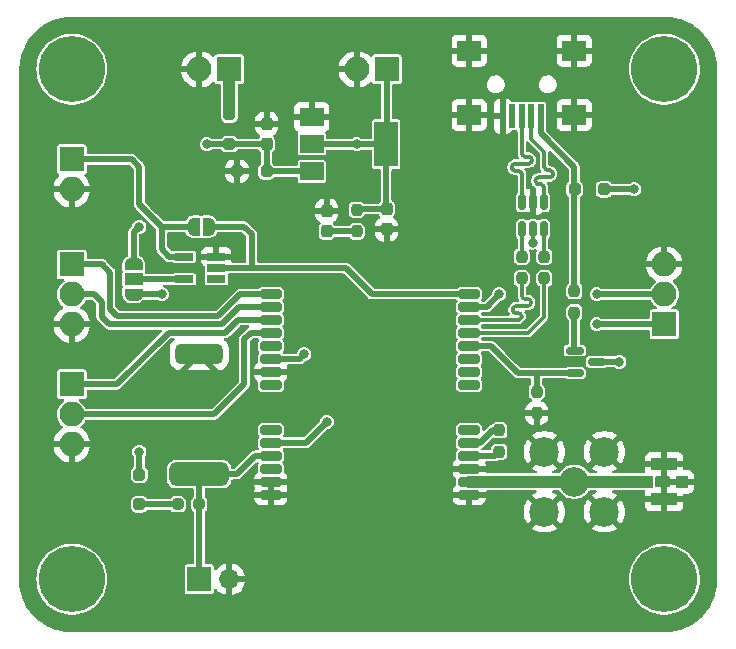
<source format=gtl>
%TF.GenerationSoftware,KiCad,Pcbnew,7.0.4*%
%TF.CreationDate,2023-06-12T18:25:08+02:00*%
%TF.ProjectId,ublox-lea-6h-breakout,75626c6f-782d-46c6-9561-2d36682d6272,rev?*%
%TF.SameCoordinates,Original*%
%TF.FileFunction,Copper,L1,Top*%
%TF.FilePolarity,Positive*%
%FSLAX46Y46*%
G04 Gerber Fmt 4.6, Leading zero omitted, Abs format (unit mm)*
G04 Created by KiCad (PCBNEW 7.0.4) date 2023-06-12 18:25:08*
%MOMM*%
%LPD*%
G01*
G04 APERTURE LIST*
G04 Aperture macros list*
%AMRoundRect*
0 Rectangle with rounded corners*
0 $1 Rounding radius*
0 $2 $3 $4 $5 $6 $7 $8 $9 X,Y pos of 4 corners*
0 Add a 4 corners polygon primitive as box body*
4,1,4,$2,$3,$4,$5,$6,$7,$8,$9,$2,$3,0*
0 Add four circle primitives for the rounded corners*
1,1,$1+$1,$2,$3*
1,1,$1+$1,$4,$5*
1,1,$1+$1,$6,$7*
1,1,$1+$1,$8,$9*
0 Add four rect primitives between the rounded corners*
20,1,$1+$1,$2,$3,$4,$5,0*
20,1,$1+$1,$4,$5,$6,$7,0*
20,1,$1+$1,$6,$7,$8,$9,0*
20,1,$1+$1,$8,$9,$2,$3,0*%
%AMFreePoly0*
4,1,19,0.500000,-0.750000,0.000000,-0.750000,0.000000,-0.744911,-0.071157,-0.744911,-0.207708,-0.704816,-0.327430,-0.627875,-0.420627,-0.520320,-0.479746,-0.390866,-0.500000,-0.250000,-0.500000,0.250000,-0.479746,0.390866,-0.420627,0.520320,-0.327430,0.627875,-0.207708,0.704816,-0.071157,0.744911,0.000000,0.744911,0.000000,0.750000,0.500000,0.750000,0.500000,-0.750000,0.500000,-0.750000,
$1*%
%AMFreePoly1*
4,1,19,0.000000,0.744911,0.071157,0.744911,0.207708,0.704816,0.327430,0.627875,0.420627,0.520320,0.479746,0.390866,0.500000,0.250000,0.500000,-0.250000,0.479746,-0.390866,0.420627,-0.520320,0.327430,-0.627875,0.207708,-0.704816,0.071157,-0.744911,0.000000,-0.744911,0.000000,-0.750000,-0.500000,-0.750000,-0.500000,0.750000,0.000000,0.750000,0.000000,0.744911,0.000000,0.744911,
$1*%
%AMFreePoly2*
4,1,19,0.550000,-0.750000,0.000000,-0.750000,0.000000,-0.744911,-0.071157,-0.744911,-0.207708,-0.704816,-0.327430,-0.627875,-0.420627,-0.520320,-0.479746,-0.390866,-0.500000,-0.250000,-0.500000,0.250000,-0.479746,0.390866,-0.420627,0.520320,-0.327430,0.627875,-0.207708,0.704816,-0.071157,0.744911,0.000000,0.744911,0.000000,0.750000,0.550000,0.750000,0.550000,-0.750000,0.550000,-0.750000,
$1*%
%AMFreePoly3*
4,1,19,0.000000,0.744911,0.071157,0.744911,0.207708,0.704816,0.327430,0.627875,0.420627,0.520320,0.479746,0.390866,0.500000,0.250000,0.500000,-0.250000,0.479746,-0.390866,0.420627,-0.520320,0.327430,-0.627875,0.207708,-0.704816,0.071157,-0.744911,0.000000,-0.744911,0.000000,-0.750000,-0.550000,-0.750000,-0.550000,0.750000,0.000000,0.750000,0.000000,0.744911,0.000000,0.744911,
$1*%
G04 Aperture macros list end*
%TA.AperFunction,ComponentPad*%
%ADD10R,2.100000X2.100000*%
%TD*%
%TA.AperFunction,ComponentPad*%
%ADD11O,2.100000X2.100000*%
%TD*%
%TA.AperFunction,SMDPad,CuDef*%
%ADD12FreePoly0,180.000000*%
%TD*%
%TA.AperFunction,SMDPad,CuDef*%
%ADD13FreePoly1,180.000000*%
%TD*%
%TA.AperFunction,SMDPad,CuDef*%
%ADD14R,1.560000X0.650000*%
%TD*%
%TA.AperFunction,SMDPad,CuDef*%
%ADD15RoundRect,0.200000X-0.700000X-0.200000X0.700000X-0.200000X0.700000X0.200000X-0.700000X0.200000X0*%
%TD*%
%TA.AperFunction,SMDPad,CuDef*%
%ADD16RoundRect,0.237500X0.237500X-0.250000X0.237500X0.250000X-0.237500X0.250000X-0.237500X-0.250000X0*%
%TD*%
%TA.AperFunction,SMDPad,CuDef*%
%ADD17RoundRect,0.250000X0.250000X-0.250000X0.250000X0.250000X-0.250000X0.250000X-0.250000X-0.250000X0*%
%TD*%
%TA.AperFunction,SMDPad,CuDef*%
%ADD18RoundRect,0.237500X-0.237500X0.250000X-0.237500X-0.250000X0.237500X-0.250000X0.237500X0.250000X0*%
%TD*%
%TA.AperFunction,SMDPad,CuDef*%
%ADD19RoundRect,0.250000X0.250000X0.250000X-0.250000X0.250000X-0.250000X-0.250000X0.250000X-0.250000X0*%
%TD*%
%TA.AperFunction,ComponentPad*%
%ADD20C,3.600000*%
%TD*%
%TA.AperFunction,ConnectorPad*%
%ADD21C,5.600000*%
%TD*%
%TA.AperFunction,SMDPad,CuDef*%
%ADD22RoundRect,0.500000X2.000000X0.500000X-2.000000X0.500000X-2.000000X-0.500000X2.000000X-0.500000X0*%
%TD*%
%TA.AperFunction,SMDPad,CuDef*%
%ADD23RoundRect,0.425000X1.575000X0.425000X-1.575000X0.425000X-1.575000X-0.425000X1.575000X-0.425000X0*%
%TD*%
%TA.AperFunction,SMDPad,CuDef*%
%ADD24R,1.000000X1.000000*%
%TD*%
%TA.AperFunction,SMDPad,CuDef*%
%ADD25R,2.200000X1.050000*%
%TD*%
%TA.AperFunction,SMDPad,CuDef*%
%ADD26RoundRect,0.150000X-0.587500X-0.150000X0.587500X-0.150000X0.587500X0.150000X-0.587500X0.150000X0*%
%TD*%
%TA.AperFunction,ComponentPad*%
%ADD27O,1.700000X1.700000*%
%TD*%
%TA.AperFunction,ComponentPad*%
%ADD28C,2.500000*%
%TD*%
%TA.AperFunction,SMDPad,CuDef*%
%ADD29RoundRect,0.150000X-0.150000X0.512500X-0.150000X-0.512500X0.150000X-0.512500X0.150000X0.512500X0*%
%TD*%
%TA.AperFunction,SMDPad,CuDef*%
%ADD30R,2.000000X1.500000*%
%TD*%
%TA.AperFunction,SMDPad,CuDef*%
%ADD31R,2.000000X3.800000*%
%TD*%
%TA.AperFunction,SMDPad,CuDef*%
%ADD32R,0.500000X2.000000*%
%TD*%
%TA.AperFunction,SMDPad,CuDef*%
%ADD33R,2.000000X1.700000*%
%TD*%
%TA.AperFunction,SMDPad,CuDef*%
%ADD34RoundRect,0.237500X-0.237500X0.300000X-0.237500X-0.300000X0.237500X-0.300000X0.237500X0.300000X0*%
%TD*%
%TA.AperFunction,SMDPad,CuDef*%
%ADD35RoundRect,0.237500X-0.237500X0.287500X-0.237500X-0.287500X0.237500X-0.287500X0.237500X0.287500X0*%
%TD*%
%TA.AperFunction,SMDPad,CuDef*%
%ADD36FreePoly2,90.000000*%
%TD*%
%TA.AperFunction,SMDPad,CuDef*%
%ADD37R,1.500000X1.000000*%
%TD*%
%TA.AperFunction,SMDPad,CuDef*%
%ADD38FreePoly3,90.000000*%
%TD*%
%TA.AperFunction,SMDPad,CuDef*%
%ADD39RoundRect,0.237500X-0.250000X-0.237500X0.250000X-0.237500X0.250000X0.237500X-0.250000X0.237500X0*%
%TD*%
%TA.AperFunction,SMDPad,CuDef*%
%ADD40RoundRect,0.237500X0.237500X-0.300000X0.237500X0.300000X-0.237500X0.300000X-0.237500X-0.300000X0*%
%TD*%
%TA.AperFunction,ViaPad*%
%ADD41C,0.800000*%
%TD*%
%TA.AperFunction,Conductor*%
%ADD42C,0.300000*%
%TD*%
%TA.AperFunction,Conductor*%
%ADD43C,0.500000*%
%TD*%
%TA.AperFunction,Conductor*%
%ADD44C,1.000000*%
%TD*%
G04 APERTURE END LIST*
D10*
%TO.P,J7,1,Pin_1*%
%TO.N,Net-(J7-Pin_1)*%
X86995000Y-115570000D03*
D11*
%TO.P,J7,2,Pin_2*%
%TO.N,Net-(J7-Pin_2)*%
X86995000Y-118110000D03*
%TO.P,J7,3,Pin_3*%
%TO.N,GND*%
X86995000Y-120650000D03*
%TD*%
D10*
%TO.P,J9,1,Pin_1*%
%TO.N,Net-(J9-Pin_1)*%
X86995000Y-105425000D03*
D11*
%TO.P,J9,2,Pin_2*%
%TO.N,Net-(J9-Pin_2)*%
X86995000Y-107965000D03*
%TO.P,J9,3,Pin_3*%
%TO.N,GND*%
X86995000Y-110505000D03*
%TD*%
D12*
%TO.P,JP1,1,A*%
%TO.N,Net-(JP1-A)*%
X98600000Y-102235000D03*
D13*
%TO.P,JP1,2,B*%
%TO.N,Net-(J8-Pin_1)*%
X97300000Y-102235000D03*
%TD*%
D14*
%TO.P,U2,1,NC*%
%TO.N,unconnected-(U2-NC-Pad1)*%
X99220000Y-106675000D03*
%TO.P,U2,2*%
%TO.N,Net-(JP1-A)*%
X99220000Y-105725000D03*
%TO.P,U2,3,GND*%
%TO.N,GND*%
X99220000Y-104775000D03*
%TO.P,U2,4*%
%TO.N,Net-(J8-Pin_1)*%
X96520000Y-104775000D03*
%TO.P,U2,5,VCC*%
%TO.N,Net-(JP2-C)*%
X96520000Y-106675000D03*
%TD*%
D15*
%TO.P,U1,1,SDA2*%
%TO.N,Net-(J9-Pin_1)*%
X103850000Y-107925000D03*
%TO.P,U1,2,SCL2*%
%TO.N,Net-(J9-Pin_2)*%
X103850000Y-109025000D03*
%TO.P,U1,3,TXD1*%
%TO.N,Net-(J7-Pin_1)*%
X103850000Y-110125000D03*
%TO.P,U1,4,RXD1*%
%TO.N,Net-(J7-Pin_2)*%
X103850000Y-111225000D03*
%TO.P,U1,5,NC*%
%TO.N,unconnected-(U1-NC-Pad5)*%
X103850000Y-112325000D03*
%TO.P,U1,6,VCC*%
%TO.N,+3.3V*%
X103850000Y-113425000D03*
%TO.P,U1,7,GND*%
%TO.N,GND*%
X103850000Y-114525000D03*
%TO.P,U1,8,VCC_OUT*%
%TO.N,unconnected-(U1-VCC_OUT-Pad8)*%
X103850000Y-115625000D03*
%TO.P,U1,9,NC*%
%TO.N,unconnected-(U1-NC-Pad9)*%
X103850000Y-119425000D03*
%TO.P,U1,10,RESET*%
%TO.N,Net-(J4-Pin_1)*%
X103850000Y-120525000D03*
%TO.P,U1,11,V_BCKP*%
%TO.N,Net-(J3-Pin_1)*%
X103850000Y-121625000D03*
%TO.P,U1,12,Reserved*%
%TO.N,unconnected-(U1-Reserved-Pad12)*%
X103850000Y-122725000D03*
%TO.P,U1,13,GND*%
%TO.N,GND*%
X103850000Y-123825000D03*
%TO.P,U1,14,GND*%
X103850000Y-124925000D03*
%TO.P,U1,15,GND*%
X120650000Y-124925000D03*
%TO.P,U1,16,RF_IN*%
%TO.N,Net-(J1-In)*%
X120650000Y-123825000D03*
%TO.P,U1,17,GND*%
%TO.N,GND*%
X120650000Y-122725000D03*
%TO.P,U1,18,VCC_RF*%
%TO.N,Net-(U1-VCC_RF)*%
X120650000Y-121625000D03*
%TO.P,U1,19,V_ANT*%
%TO.N,Net-(U1-V_ANT)*%
X120650000Y-120525000D03*
%TO.P,U1,20,AADET_N*%
%TO.N,unconnected-(U1-AADET_N-Pad20)*%
X120650000Y-119425000D03*
%TO.P,U1,21,Reserved*%
%TO.N,unconnected-(U1-Reserved-Pad21)*%
X120650000Y-115625000D03*
%TO.P,U1,22,Reserved*%
%TO.N,unconnected-(U1-Reserved-Pad22)*%
X120650000Y-114525000D03*
%TO.P,U1,23,Reserved*%
%TO.N,unconnected-(U1-Reserved-Pad23)*%
X120650000Y-113425000D03*
%TO.P,U1,24,VDDUSB*%
%TO.N,VDDUSB*%
X120650000Y-112325000D03*
%TO.P,U1,25,USB_DM*%
%TO.N,USB_DM*%
X120650000Y-111225000D03*
%TO.P,U1,26,USB_DP*%
%TO.N,USB_DP*%
X120650000Y-110125000D03*
%TO.P,U1,27,EXTINT0*%
%TO.N,Net-(J4-Pin_2)*%
X120650000Y-109025000D03*
%TO.P,U1,28,TIMEPULSE*%
%TO.N,Net-(JP1-A)*%
X120650000Y-107925000D03*
%TD*%
D10*
%TO.P,J4,1,Pin_1*%
%TO.N,Net-(J4-Pin_1)*%
X137160000Y-110490000D03*
D11*
%TO.P,J4,2,Pin_2*%
%TO.N,Net-(J4-Pin_2)*%
X137160000Y-107950000D03*
%TO.P,J4,3,Pin_3*%
%TO.N,GND*%
X137160000Y-105410000D03*
%TD*%
D16*
%TO.P,R6,1*%
%TO.N,GND*%
X126365000Y-118030000D03*
%TO.P,R6,2*%
%TO.N,VDDUSB*%
X126365000Y-116205000D03*
%TD*%
%TO.P,R4,1*%
%TO.N,USB_DM*%
X127000000Y-106600000D03*
%TO.P,R4,2*%
%TO.N,Net-(R4-Pad2)*%
X127000000Y-104775000D03*
%TD*%
D10*
%TO.P,J6,1,Pin_1*%
%TO.N,+3.3V*%
X113665000Y-88900000D03*
D11*
%TO.P,J6,2,Pin_2*%
%TO.N,GND*%
X111125000Y-88900000D03*
%TD*%
D17*
%TO.P,D1,1,K*%
%TO.N,Net-(D1-K)*%
X92710000Y-125730000D03*
%TO.P,D1,2,A*%
%TO.N,+3.3V*%
X92710000Y-123230000D03*
%TD*%
D18*
%TO.P,R1,1*%
%TO.N,Net-(U1-V_ANT)*%
X123190000Y-119460000D03*
%TO.P,R1,2*%
%TO.N,Net-(U1-VCC_RF)*%
X123190000Y-121285000D03*
%TD*%
D19*
%TO.P,D3,1,K*%
%TO.N,+5V*%
X132060000Y-99060000D03*
%TO.P,D3,2,A*%
%TO.N,VBUS*%
X129560000Y-99060000D03*
%TD*%
D10*
%TO.P,J8,1,Pin_1*%
%TO.N,Net-(J8-Pin_1)*%
X86995000Y-96520000D03*
D11*
%TO.P,J8,2,Pin_2*%
%TO.N,GND*%
X86995000Y-99060000D03*
%TD*%
D20*
%TO.P,H2,1,1*%
%TO.N,unconnected-(H2-Pad1)*%
X137160000Y-88900000D03*
D21*
X137160000Y-88900000D03*
%TD*%
D22*
%TO.P,C1,1*%
%TO.N,Net-(J3-Pin_1)*%
X97790000Y-123180000D03*
D23*
%TO.P,C1,2*%
%TO.N,GND*%
X97790000Y-113030000D03*
%TD*%
D16*
%TO.P,R7,1*%
%TO.N,Net-(Q1-B)*%
X129540000Y-109497500D03*
%TO.P,R7,2*%
%TO.N,VBUS*%
X129540000Y-107672500D03*
%TD*%
D24*
%TO.P,J1,1,In*%
%TO.N,Net-(J1-In)*%
X135660000Y-123825000D03*
D25*
%TO.P,J1,2,Ext*%
%TO.N,GND*%
X137160000Y-122350000D03*
D24*
X138660000Y-123825000D03*
D25*
X137160000Y-125300000D03*
%TD*%
D26*
%TO.P,Q1,1,B*%
%TO.N,Net-(Q1-B)*%
X129570000Y-112715000D03*
%TO.P,Q1,2,E*%
%TO.N,VDDUSB*%
X129570000Y-114615000D03*
%TO.P,Q1,3,C*%
%TO.N,+3.3V*%
X131445000Y-113665000D03*
%TD*%
D20*
%TO.P,H4,1,1*%
%TO.N,unconnected-(H4-Pad1)*%
X86995000Y-132080000D03*
D21*
X86995000Y-132080000D03*
%TD*%
D10*
%TO.P,J3,1,Pin_1*%
%TO.N,Net-(J3-Pin_1)*%
X97790000Y-132080000D03*
D27*
%TO.P,J3,2,Pin_2*%
%TO.N,GND*%
X100330000Y-132080000D03*
%TD*%
D28*
%TO.P,J2,1,In*%
%TO.N,Net-(J1-In)*%
X129540000Y-123825000D03*
%TO.P,J2,2,Ext*%
%TO.N,GND*%
X127000000Y-121285000D03*
X127000000Y-126365000D03*
X132080000Y-121285000D03*
X132080000Y-126365000D03*
%TD*%
D20*
%TO.P,H1,1,1*%
%TO.N,unconnected-(H1-Pad1)*%
X86995000Y-88900000D03*
D21*
X86995000Y-88900000D03*
%TD*%
D29*
%TO.P,U4,1,I/O1*%
%TO.N,Net-(J10-D-)*%
X126995000Y-100152500D03*
%TO.P,U4,2,GND*%
%TO.N,GND*%
X126045000Y-100152500D03*
%TO.P,U4,3,I/O2*%
%TO.N,Net-(J10-D+)*%
X125095000Y-100152500D03*
%TO.P,U4,4,I/O2*%
%TO.N,Net-(R3-Pad1)*%
X125095000Y-102427500D03*
%TO.P,U4,5,VBUS*%
%TO.N,+3.3V*%
X126045000Y-102427500D03*
%TO.P,U4,6,I/O1*%
%TO.N,Net-(R4-Pad2)*%
X126995000Y-102427500D03*
%TD*%
D18*
%TO.P,R5,1*%
%TO.N,+3.3V*%
X111120000Y-100805000D03*
%TO.P,R5,2*%
%TO.N,Net-(D5-A)*%
X111120000Y-102630000D03*
%TD*%
D30*
%TO.P,U3,1,GND*%
%TO.N,GND*%
X107310000Y-92950000D03*
%TO.P,U3,2,VO*%
%TO.N,+3.3V*%
X107310000Y-95250000D03*
D31*
X113610000Y-95250000D03*
D30*
%TO.P,U3,3,VI*%
%TO.N,+5V*%
X107310000Y-97550000D03*
%TD*%
D32*
%TO.P,J10,1,VBUS*%
%TO.N,VBUS*%
X126695000Y-92870000D03*
%TO.P,J10,2,D-*%
%TO.N,Net-(J10-D-)*%
X125895000Y-92870000D03*
%TO.P,J10,3,D+*%
%TO.N,Net-(J10-D+)*%
X125095000Y-92870000D03*
%TO.P,J10,4,ID*%
%TO.N,unconnected-(J10-ID-Pad4)*%
X124295000Y-92870000D03*
%TO.P,J10,5,GND*%
%TO.N,GND*%
X123495000Y-92870000D03*
D33*
%TO.P,J10,6,Shield*%
X129545000Y-92770000D03*
X129545000Y-87320000D03*
X120645000Y-92770000D03*
X120645000Y-87320000D03*
%TD*%
D20*
%TO.P,H3,1,1*%
%TO.N,unconnected-(H3-Pad1)*%
X137160000Y-132080000D03*
D21*
X137160000Y-132080000D03*
%TD*%
D34*
%TO.P,C3,1*%
%TO.N,+3.3V*%
X113660000Y-100725000D03*
%TO.P,C3,2*%
%TO.N,GND*%
X113660000Y-102450000D03*
%TD*%
D17*
%TO.P,D2,1,K*%
%TO.N,+5V*%
X100330000Y-95230000D03*
%TO.P,D2,2,A*%
%TO.N,5V_IN*%
X100330000Y-92730000D03*
%TD*%
D35*
%TO.P,D5,1,K*%
%TO.N,GND*%
X108580000Y-100880000D03*
%TO.P,D5,2,A*%
%TO.N,Net-(D5-A)*%
X108580000Y-102630000D03*
%TD*%
D36*
%TO.P,JP2,1,A*%
%TO.N,+5V*%
X92235000Y-107980000D03*
D37*
%TO.P,JP2,2,C*%
%TO.N,Net-(JP2-C)*%
X92235000Y-106680000D03*
D38*
%TO.P,JP2,3,B*%
%TO.N,+3.3V*%
X92235000Y-105380000D03*
%TD*%
D19*
%TO.P,D4,1,K*%
%TO.N,+5V*%
X103480000Y-97550000D03*
%TO.P,D4,2,A*%
%TO.N,GND*%
X100980000Y-97550000D03*
%TD*%
D39*
%TO.P,R2,1*%
%TO.N,Net-(D1-K)*%
X95965000Y-125730000D03*
%TO.P,R2,2*%
%TO.N,Net-(J3-Pin_1)*%
X97790000Y-125730000D03*
%TD*%
D18*
%TO.P,R3,1*%
%TO.N,Net-(R3-Pad1)*%
X125095000Y-104775000D03*
%TO.P,R3,2*%
%TO.N,USB_DP*%
X125095000Y-106600000D03*
%TD*%
D10*
%TO.P,J5,1,Pin_1*%
%TO.N,5V_IN*%
X100330000Y-88900000D03*
D11*
%TO.P,J5,2,Pin_2*%
%TO.N,GND*%
X97790000Y-88900000D03*
%TD*%
D40*
%TO.P,C2,1*%
%TO.N,+5V*%
X103500000Y-95237500D03*
%TO.P,C2,2*%
%TO.N,GND*%
X103500000Y-93512500D03*
%TD*%
D41*
%TO.N,GND*%
X125095000Y-122555000D03*
X132080000Y-91440000D03*
X118110000Y-86360000D03*
X105410000Y-126365000D03*
X95885000Y-114935000D03*
X137160000Y-120650000D03*
X134620000Y-126365000D03*
X139700000Y-126365000D03*
X102870000Y-126365000D03*
X97155000Y-114935000D03*
X106045000Y-90805000D03*
X118110000Y-91440000D03*
X123698000Y-100584000D03*
X118110000Y-93980000D03*
X123825000Y-125095000D03*
X133985000Y-122555000D03*
X125095000Y-125095000D03*
X98425000Y-114935000D03*
X118110000Y-88265000D03*
X101600000Y-126365000D03*
X100965000Y-103505000D03*
X101600000Y-125095000D03*
X108585000Y-90805000D03*
X137160000Y-127000000D03*
X122555000Y-125095000D03*
X134620000Y-121285000D03*
X123825000Y-122555000D03*
X106680000Y-125095000D03*
X132080000Y-88265000D03*
X132080000Y-93980000D03*
X139700000Y-121285000D03*
X104140000Y-126365000D03*
X118745000Y-123825000D03*
X106680000Y-126365000D03*
X99695000Y-114935000D03*
X133985000Y-125095000D03*
X118745000Y-122555000D03*
X132080000Y-86360000D03*
X118745000Y-125095000D03*
X122555000Y-122555000D03*
X140335000Y-123825000D03*
X107315000Y-90805000D03*
X100965000Y-104775000D03*
%TO.N,+3.3V*%
X126045000Y-103571000D03*
X92710000Y-121285000D03*
X92710000Y-102235000D03*
X106680000Y-113030000D03*
X111125000Y-95250000D03*
X133350000Y-113665000D03*
%TO.N,+5V*%
X94615000Y-107950000D03*
X134620000Y-99060000D03*
X98425000Y-95250000D03*
%TO.N,Net-(J4-Pin_1)*%
X108585000Y-118745000D03*
X131445000Y-110490000D03*
%TO.N,Net-(J4-Pin_2)*%
X131445000Y-107950000D03*
X123190000Y-107950000D03*
%TD*%
D42*
%TO.N,GND*%
X126045000Y-100152500D02*
X126045000Y-100645000D01*
X124279000Y-101165000D02*
X125911000Y-101165000D01*
X126045000Y-101031000D02*
X126045000Y-100152500D01*
X125911000Y-101165000D02*
X126045000Y-101031000D01*
X123698000Y-100584000D02*
X124279000Y-101165000D01*
D43*
%TO.N,+3.3V*%
X113610000Y-95250000D02*
X111125000Y-95250000D01*
X113665000Y-88900000D02*
X113665000Y-95195000D01*
X113665000Y-95195000D02*
X113610000Y-95250000D01*
X113660000Y-100725000D02*
X111200000Y-100725000D01*
D42*
X126045000Y-102427500D02*
X126045000Y-103571000D01*
D43*
X133350000Y-113665000D02*
X131445000Y-113665000D01*
X111200000Y-100725000D02*
X111120000Y-100805000D01*
X106285000Y-113425000D02*
X103850000Y-113425000D01*
X92235000Y-105380000D02*
X92235000Y-102710000D01*
X92710000Y-121285000D02*
X92710000Y-123230000D01*
X106680000Y-113030000D02*
X106285000Y-113425000D01*
X113610000Y-95250000D02*
X113610000Y-100675000D01*
X113610000Y-100675000D02*
X113660000Y-100725000D01*
X111125000Y-95250000D02*
X107310000Y-95250000D01*
X92235000Y-102710000D02*
X92710000Y-102235000D01*
%TO.N,+5V*%
X100335000Y-95230000D02*
X100330000Y-95230000D01*
X92265000Y-107950000D02*
X92235000Y-107980000D01*
X100330000Y-95230000D02*
X98445000Y-95230000D01*
X103500000Y-95237500D02*
X103500000Y-97530000D01*
X103480000Y-97550000D02*
X107310000Y-97550000D01*
X94615000Y-107950000D02*
X92265000Y-107950000D01*
X98445000Y-95230000D02*
X98425000Y-95250000D01*
X103500000Y-95237500D02*
X100342500Y-95237500D01*
X134620000Y-99060000D02*
X132060000Y-99060000D01*
X100342500Y-95237500D02*
X100335000Y-95230000D01*
%TO.N,Net-(D5-A)*%
X111120000Y-102630000D02*
X108580000Y-102630000D01*
%TO.N,Net-(J8-Pin_1)*%
X92075000Y-96520000D02*
X86995000Y-96520000D01*
X95250000Y-104775000D02*
X96520000Y-104775000D01*
X92710000Y-100330000D02*
X92710000Y-97155000D01*
X94615000Y-104140000D02*
X95250000Y-104775000D01*
X94615000Y-102235000D02*
X94615000Y-104140000D01*
X97300000Y-102235000D02*
X94615000Y-102235000D01*
X94615000Y-102235000D02*
X92710000Y-100330000D01*
X92710000Y-97155000D02*
X92075000Y-96520000D01*
%TO.N,Net-(J3-Pin_1)*%
X102530000Y-121625000D02*
X100975000Y-123180000D01*
X103850000Y-121625000D02*
X102530000Y-121625000D01*
X97790000Y-125730000D02*
X97790000Y-123180000D01*
X97790000Y-132080000D02*
X97790000Y-125730000D01*
X100975000Y-123180000D02*
X97790000Y-123180000D01*
%TO.N,Net-(D1-K)*%
X95965000Y-125730000D02*
X92710000Y-125730000D01*
%TO.N,Net-(J9-Pin_1)*%
X90805000Y-109790000D02*
X90235000Y-109220000D01*
X103850000Y-107925000D02*
X101270050Y-107925000D01*
X101270050Y-107925000D02*
X99405050Y-109790000D01*
X90235000Y-109220000D02*
X90235000Y-106110000D01*
X89550000Y-105425000D02*
X86995000Y-105425000D01*
X90235000Y-106110000D02*
X89550000Y-105425000D01*
X99405050Y-109790000D02*
X90805000Y-109790000D01*
%TO.N,Net-(J4-Pin_1)*%
X131445000Y-110490000D02*
X137160000Y-110490000D01*
X106805000Y-120525000D02*
X103850000Y-120525000D01*
X108585000Y-118745000D02*
X106805000Y-120525000D01*
%TO.N,Net-(J4-Pin_2)*%
X131445000Y-107950000D02*
X137160000Y-107950000D01*
X120650000Y-109025000D02*
X122115000Y-109025000D01*
X122115000Y-109025000D02*
X123190000Y-107950000D01*
%TO.N,Net-(J9-Pin_2)*%
X88915000Y-107965000D02*
X89535000Y-108585000D01*
X99695000Y-110490000D02*
X101160000Y-109025000D01*
X101160000Y-109025000D02*
X103850000Y-109025000D01*
X89535000Y-109855000D02*
X90170000Y-110490000D01*
X89535000Y-108585000D02*
X89535000Y-109855000D01*
X90170000Y-110490000D02*
X99695000Y-110490000D01*
X86995000Y-107965000D02*
X88915000Y-107965000D01*
D42*
%TO.N,Net-(J10-D-)*%
X126536374Y-98655000D02*
X126695000Y-98655000D01*
X126995000Y-98955000D02*
X126995000Y-99009129D01*
X125895000Y-94780000D02*
X126995000Y-95880000D01*
X125895000Y-92870000D02*
X125895000Y-94780000D01*
X126995000Y-95880000D02*
X126995000Y-97155000D01*
X126995000Y-99009129D02*
X126995000Y-100152500D01*
X127453605Y-98055000D02*
X127295000Y-98055000D01*
X127295000Y-98055000D02*
X126536374Y-98055000D01*
X127295000Y-97455000D02*
X127453605Y-97455000D01*
X127753600Y-97755000D02*
G75*
G03*
X127453605Y-97455000I-300000J0D01*
G01*
X126236400Y-98355000D02*
G75*
G03*
X126536374Y-98655000I300000J0D01*
G01*
X126995000Y-97155000D02*
G75*
G03*
X127295000Y-97455000I300000J0D01*
G01*
X126536374Y-98054974D02*
G75*
G03*
X126236374Y-98355000I26J-300026D01*
G01*
X127453605Y-98055005D02*
G75*
G03*
X127753605Y-97755000I-5J300005D01*
G01*
X126995000Y-98955000D02*
G75*
G03*
X126695000Y-98655000I-300000J0D01*
G01*
%TO.N,Net-(J10-D+)*%
X125667509Y-96290000D02*
X125395000Y-96290000D01*
X124795000Y-96890000D02*
X125667509Y-96890000D01*
X125095000Y-95839392D02*
X125095000Y-92870000D01*
X125095000Y-95990000D02*
X125095000Y-95839392D01*
X124522470Y-96890000D02*
X124795000Y-96890000D01*
X125095000Y-100152500D02*
X125095000Y-97790000D01*
X124795000Y-97490000D02*
X124522470Y-97490000D01*
X125667509Y-96890009D02*
G75*
G03*
X125967509Y-96590000I-9J300009D01*
G01*
X125095000Y-95990000D02*
G75*
G03*
X125395000Y-96290000I300000J0D01*
G01*
X125095000Y-97790000D02*
G75*
G03*
X124795000Y-97490000I-300000J0D01*
G01*
X124222500Y-97190000D02*
G75*
G03*
X124522470Y-97490000I300000J0D01*
G01*
X124522470Y-96889970D02*
G75*
G03*
X124222470Y-97190000I30J-300030D01*
G01*
X125967500Y-96590000D02*
G75*
G03*
X125667509Y-96290000I-300000J0D01*
G01*
D43*
%TO.N,Net-(J7-Pin_1)*%
X90805000Y-115570000D02*
X86995000Y-115570000D01*
X95185000Y-111190000D02*
X90805000Y-115570000D01*
X101049950Y-110125000D02*
X99984949Y-111190000D01*
X99984949Y-111190000D02*
X95185000Y-111190000D01*
X103850000Y-110125000D02*
X101049950Y-110125000D01*
%TO.N,Net-(J7-Pin_2)*%
X101600000Y-111760000D02*
X101600000Y-115570000D01*
X101600000Y-115570000D02*
X99060000Y-118110000D01*
X102135000Y-111225000D02*
X101600000Y-111760000D01*
X99060000Y-118110000D02*
X86995000Y-118110000D01*
X103850000Y-111225000D02*
X102135000Y-111225000D01*
%TO.N,VBUS*%
X126695000Y-92870000D02*
X126695000Y-94310000D01*
X129540000Y-107672500D02*
X129540000Y-97155000D01*
X126695000Y-94310000D02*
X129540000Y-97155000D01*
%TO.N,Net-(JP1-A)*%
X101600000Y-105725000D02*
X100965000Y-105725000D01*
X102235000Y-102870000D02*
X102235000Y-105725000D01*
X112370000Y-107925000D02*
X110170000Y-105725000D01*
X98600000Y-102235000D02*
X101600000Y-102235000D01*
X99220000Y-105725000D02*
X100965000Y-105725000D01*
X120650000Y-107925000D02*
X112370000Y-107925000D01*
X110170000Y-105725000D02*
X101600000Y-105725000D01*
X101600000Y-102235000D02*
X102235000Y-102870000D01*
%TO.N,Net-(JP2-C)*%
X92240000Y-106675000D02*
X92235000Y-106680000D01*
X96520000Y-106675000D02*
X92240000Y-106675000D01*
%TO.N,Net-(Q1-B)*%
X129540000Y-112685000D02*
X129570000Y-112715000D01*
X129540000Y-109497500D02*
X129540000Y-112685000D01*
%TO.N,VDDUSB*%
X129540000Y-114645000D02*
X129570000Y-114615000D01*
X120650000Y-112325000D02*
X122485000Y-112325000D01*
X126365000Y-114615000D02*
X129570000Y-114615000D01*
X124775000Y-114615000D02*
X126365000Y-114615000D01*
X122485000Y-112325000D02*
X124775000Y-114615000D01*
X126365000Y-116205000D02*
X126365000Y-114615000D01*
%TO.N,Net-(U1-V_ANT)*%
X121570000Y-120525000D02*
X120650000Y-120525000D01*
X122635000Y-119460000D02*
X121570000Y-120525000D01*
X123190000Y-119460000D02*
X122635000Y-119460000D01*
%TO.N,Net-(U1-VCC_RF)*%
X120650000Y-121625000D02*
X122850000Y-121625000D01*
X122850000Y-121625000D02*
X123190000Y-121285000D01*
D42*
%TO.N,USB_DP*%
X124825000Y-110125000D02*
X125095000Y-109855000D01*
X124795000Y-109555000D02*
X124611700Y-109555000D01*
X125578321Y-108355000D02*
X125395000Y-108355000D01*
X125095000Y-107626024D02*
X125095000Y-106600000D01*
X120650000Y-110125000D02*
X124825000Y-110125000D01*
X125095000Y-108055000D02*
X125095000Y-107626024D01*
X124611700Y-108955000D02*
X124795000Y-108955000D01*
X124795000Y-108955000D02*
X125578321Y-108955000D01*
X125095000Y-109855000D02*
G75*
G03*
X124795000Y-109555000I-300000J0D01*
G01*
X124611700Y-108955000D02*
G75*
G03*
X124311700Y-109255000I0J-300000D01*
G01*
X125878300Y-108655000D02*
G75*
G03*
X125578321Y-108355000I-300000J0D01*
G01*
X125578321Y-108955021D02*
G75*
G03*
X125878321Y-108655000I-21J300021D01*
G01*
X125095000Y-108055000D02*
G75*
G03*
X125395000Y-108355000I300000J0D01*
G01*
X124311700Y-109255000D02*
G75*
G03*
X124611700Y-109555000I300000J0D01*
G01*
%TO.N,USB_DM*%
X120650000Y-111225000D02*
X125630000Y-111225000D01*
X125630000Y-111225000D02*
X127000000Y-109855000D01*
X127000000Y-109855000D02*
X127000000Y-106600000D01*
%TO.N,Net-(R3-Pad1)*%
X125095000Y-102427500D02*
X125095000Y-104775000D01*
D44*
%TO.N,Net-(J1-In)*%
X120650000Y-123825000D02*
X129540000Y-123825000D01*
X129540000Y-123825000D02*
X135660000Y-123825000D01*
%TO.N,5V_IN*%
X100330000Y-92730000D02*
X100330000Y-88900000D01*
D42*
%TO.N,Net-(R4-Pad2)*%
X126995000Y-104770000D02*
X127000000Y-104775000D01*
X126995000Y-102427500D02*
X126995000Y-104770000D01*
%TD*%
%TA.AperFunction,Conductor*%
%TO.N,GND*%
G36*
X101966847Y-110595185D02*
G01*
X102012602Y-110647989D01*
X102022546Y-110717147D01*
X101993521Y-110780703D01*
X101957745Y-110809132D01*
X101932959Y-110822231D01*
X101930891Y-110823275D01*
X101878358Y-110848574D01*
X101871338Y-110853359D01*
X101864460Y-110858435D01*
X101823239Y-110899656D01*
X101821571Y-110901263D01*
X101778804Y-110940946D01*
X101773013Y-110948208D01*
X101772362Y-110947688D01*
X101762967Y-110959928D01*
X101301804Y-111421092D01*
X101296617Y-111425727D01*
X101266033Y-111450117D01*
X101266030Y-111450121D01*
X101233171Y-111498313D01*
X101231832Y-111500200D01*
X101197206Y-111547118D01*
X101193216Y-111554667D01*
X101189528Y-111562325D01*
X101172331Y-111618074D01*
X101171607Y-111620275D01*
X101152353Y-111675304D01*
X101150771Y-111683659D01*
X101149500Y-111692100D01*
X101149500Y-111750420D01*
X101149457Y-111752705D01*
X101149445Y-111753050D01*
X101147275Y-111811010D01*
X101148316Y-111820243D01*
X101147485Y-111820336D01*
X101149500Y-111835635D01*
X101149500Y-115332035D01*
X101129815Y-115399074D01*
X101113181Y-115419716D01*
X98909716Y-117623181D01*
X98848393Y-117656666D01*
X98822035Y-117659500D01*
X88243700Y-117659500D01*
X88176661Y-117639815D01*
X88131318Y-117587905D01*
X88082102Y-117482363D01*
X88082101Y-117482361D01*
X88070784Y-117466199D01*
X87956598Y-117303123D01*
X87801877Y-117148402D01*
X87655736Y-117046073D01*
X87612113Y-116991498D01*
X87604921Y-116921999D01*
X87636443Y-116859645D01*
X87696673Y-116824231D01*
X87726862Y-116820500D01*
X88064750Y-116820500D01*
X88064751Y-116820499D01*
X88079568Y-116817552D01*
X88123229Y-116808868D01*
X88123229Y-116808867D01*
X88123231Y-116808867D01*
X88189552Y-116764552D01*
X88233867Y-116698231D01*
X88233867Y-116698229D01*
X88233868Y-116698229D01*
X88245499Y-116639752D01*
X88245500Y-116639750D01*
X88245500Y-116144500D01*
X88265185Y-116077461D01*
X88317989Y-116031706D01*
X88369500Y-116020500D01*
X90776217Y-116020500D01*
X90783155Y-116020889D01*
X90815050Y-116024483D01*
X90822034Y-116025270D01*
X90822034Y-116025269D01*
X90822035Y-116025270D01*
X90879382Y-116014418D01*
X90881577Y-116014045D01*
X90939287Y-116005348D01*
X90939291Y-116005345D01*
X90947447Y-116002830D01*
X90955469Y-116000024D01*
X90955470Y-116000023D01*
X90955472Y-116000023D01*
X91007123Y-115972723D01*
X91009038Y-115971756D01*
X91061642Y-115946425D01*
X91061643Y-115946423D01*
X91061645Y-115946423D01*
X91068706Y-115941609D01*
X91075537Y-115936567D01*
X91075538Y-115936566D01*
X91116822Y-115895280D01*
X91118421Y-115893740D01*
X91161194Y-115854055D01*
X91161196Y-115854050D01*
X91166987Y-115846790D01*
X91167643Y-115847313D01*
X91177032Y-115835070D01*
X92632103Y-114379999D01*
X96793553Y-114379999D01*
X96793554Y-114380000D01*
X98786446Y-114380000D01*
X98786446Y-114379999D01*
X97790001Y-113383553D01*
X97789999Y-113383553D01*
X96793553Y-114379999D01*
X92632103Y-114379999D01*
X95335284Y-111676819D01*
X95396608Y-111643334D01*
X95422966Y-111640500D01*
X95586054Y-111640500D01*
X95653093Y-111660185D01*
X95698848Y-111712989D01*
X95708792Y-111782147D01*
X95679767Y-111845703D01*
X95664090Y-111860866D01*
X95557324Y-111947324D01*
X95434957Y-112098432D01*
X95346682Y-112271684D01*
X95296355Y-112459502D01*
X95290000Y-112540256D01*
X95290000Y-113519743D01*
X95296355Y-113600497D01*
X95346682Y-113788315D01*
X95434957Y-113961567D01*
X95557324Y-114112675D01*
X95708432Y-114235042D01*
X95881684Y-114323317D01*
X96069504Y-114373644D01*
X96091100Y-114375343D01*
X96091103Y-114375342D01*
X97702318Y-112764127D01*
X97763641Y-112730642D01*
X97833333Y-112735626D01*
X97877680Y-112764127D01*
X99488895Y-114375342D01*
X99488898Y-114375343D01*
X99510495Y-114373644D01*
X99698315Y-114323317D01*
X99871567Y-114235042D01*
X100022675Y-114112675D01*
X100145042Y-113961567D01*
X100233317Y-113788315D01*
X100283644Y-113600497D01*
X100289999Y-113519743D01*
X100290000Y-113519730D01*
X100290000Y-112540269D01*
X100289999Y-112540256D01*
X100283644Y-112459502D01*
X100233317Y-112271684D01*
X100145042Y-112098432D01*
X100022675Y-111947324D01*
X99921997Y-111865795D01*
X99882285Y-111808307D01*
X99879958Y-111738476D01*
X99915754Y-111678473D01*
X99978308Y-111647347D01*
X99995404Y-111645515D01*
X100001978Y-111645269D01*
X100001984Y-111645270D01*
X100059349Y-111634415D01*
X100061577Y-111634038D01*
X100119236Y-111625348D01*
X100119237Y-111625347D01*
X100127400Y-111622829D01*
X100135411Y-111620025D01*
X100135420Y-111620024D01*
X100187033Y-111592744D01*
X100189030Y-111591736D01*
X100241591Y-111566425D01*
X100241596Y-111566420D01*
X100248637Y-111561620D01*
X100255482Y-111556567D01*
X100255486Y-111556566D01*
X100296731Y-111515319D01*
X100298358Y-111513751D01*
X100341143Y-111474055D01*
X100341147Y-111474047D01*
X100346940Y-111466785D01*
X100347596Y-111467308D01*
X100356983Y-111455067D01*
X101200234Y-110611819D01*
X101261558Y-110578334D01*
X101287916Y-110575500D01*
X101899808Y-110575500D01*
X101966847Y-110595185D01*
G37*
%TD.AperFunction*%
%TA.AperFunction,Conductor*%
G36*
X137193260Y-84455558D02*
G01*
X137386306Y-84463987D01*
X137582477Y-84473057D01*
X137587657Y-84473516D01*
X137786878Y-84499745D01*
X137978143Y-84526426D01*
X137982966Y-84527296D01*
X138067822Y-84546109D01*
X138179863Y-84570949D01*
X138367368Y-84615050D01*
X138371792Y-84616266D01*
X138564498Y-84677026D01*
X138747083Y-84738223D01*
X138751066Y-84739714D01*
X138937399Y-84816896D01*
X138938582Y-84817402D01*
X139114171Y-84894932D01*
X139117705Y-84896630D01*
X139296633Y-84989774D01*
X139298133Y-84990582D01*
X139465714Y-85083924D01*
X139468795Y-85085762D01*
X139639003Y-85194197D01*
X139640635Y-85195276D01*
X139798830Y-85303642D01*
X139801504Y-85305582D01*
X139885179Y-85369788D01*
X139961596Y-85428425D01*
X139963435Y-85429893D01*
X140079840Y-85526555D01*
X140110890Y-85552339D01*
X140113165Y-85554322D01*
X140158150Y-85595544D01*
X140261929Y-85690640D01*
X140263860Y-85692488D01*
X140399410Y-85828038D01*
X140401259Y-85829970D01*
X140537589Y-85978749D01*
X140539558Y-85981005D01*
X140662029Y-86128492D01*
X140663466Y-86130293D01*
X140710181Y-86191173D01*
X140786310Y-86290387D01*
X140788272Y-86293092D01*
X140896610Y-86451245D01*
X140897713Y-86452913D01*
X141006140Y-86623110D01*
X141007992Y-86626216D01*
X141032758Y-86670679D01*
X141101312Y-86793759D01*
X141102142Y-86795300D01*
X141195262Y-86974181D01*
X141196977Y-86977752D01*
X141274482Y-87153283D01*
X141275024Y-87154550D01*
X141352181Y-87340825D01*
X141353687Y-87344850D01*
X141414890Y-87527454D01*
X141475627Y-87720090D01*
X141476850Y-87724540D01*
X141520955Y-87912062D01*
X141564604Y-88108945D01*
X141565479Y-88113801D01*
X141592165Y-88305109D01*
X141604469Y-88398561D01*
X141605000Y-88406663D01*
X141605000Y-132605319D01*
X141604469Y-132613420D01*
X141592183Y-132706737D01*
X141565486Y-132898119D01*
X141564610Y-132902975D01*
X141520958Y-133099867D01*
X141476863Y-133287348D01*
X141475640Y-133291799D01*
X141414881Y-133484500D01*
X141353691Y-133667064D01*
X141352185Y-133671089D01*
X141275043Y-133857328D01*
X141274480Y-133858645D01*
X141196988Y-134034147D01*
X141195265Y-134037734D01*
X141102143Y-134216617D01*
X141101313Y-134218158D01*
X141008010Y-134385672D01*
X141006135Y-134388816D01*
X140897748Y-134558948D01*
X140896607Y-134560673D01*
X140788265Y-134718834D01*
X140786303Y-134721540D01*
X140663511Y-134881563D01*
X140662022Y-134883428D01*
X140539565Y-135030898D01*
X140537577Y-135033176D01*
X140401257Y-135181944D01*
X140399386Y-135183899D01*
X140263899Y-135319386D01*
X140261944Y-135321257D01*
X140113176Y-135457577D01*
X140110898Y-135459565D01*
X139963428Y-135582022D01*
X139961563Y-135583511D01*
X139801540Y-135706303D01*
X139798834Y-135708265D01*
X139640673Y-135816607D01*
X139638948Y-135817748D01*
X139468816Y-135926135D01*
X139465672Y-135928010D01*
X139298158Y-136021313D01*
X139296617Y-136022143D01*
X139117734Y-136115265D01*
X139114147Y-136116988D01*
X138938645Y-136194480D01*
X138937328Y-136195043D01*
X138751089Y-136272185D01*
X138747064Y-136273691D01*
X138564500Y-136334881D01*
X138371799Y-136395640D01*
X138367348Y-136396863D01*
X138179867Y-136440958D01*
X137982975Y-136484610D01*
X137978119Y-136485486D01*
X137786737Y-136512183D01*
X137720846Y-136520858D01*
X137693418Y-136524469D01*
X137685320Y-136525000D01*
X86469679Y-136525000D01*
X86461582Y-136524469D01*
X86422306Y-136519298D01*
X86368278Y-136512185D01*
X86176879Y-136485486D01*
X86172023Y-136484610D01*
X85975131Y-136440958D01*
X85787650Y-136396863D01*
X85783199Y-136395640D01*
X85590498Y-136334881D01*
X85407934Y-136273691D01*
X85403909Y-136272185D01*
X85217670Y-136195043D01*
X85216353Y-136194480D01*
X85040851Y-136116988D01*
X85037275Y-136115270D01*
X84978526Y-136084687D01*
X84858381Y-136022143D01*
X84856840Y-136021313D01*
X84767530Y-135971569D01*
X84689304Y-135927997D01*
X84686191Y-135926140D01*
X84516050Y-135817748D01*
X84514325Y-135816607D01*
X84356164Y-135708265D01*
X84353497Y-135706331D01*
X84193435Y-135583511D01*
X84191570Y-135582022D01*
X84044100Y-135459565D01*
X84041822Y-135457577D01*
X83893054Y-135321257D01*
X83891122Y-135319408D01*
X83755589Y-135183875D01*
X83753741Y-135181944D01*
X83617421Y-135033176D01*
X83615433Y-135030898D01*
X83492976Y-134883428D01*
X83491487Y-134881563D01*
X83368658Y-134721489D01*
X83366743Y-134718848D01*
X83318411Y-134648293D01*
X83258391Y-134560673D01*
X83257250Y-134558948D01*
X83148846Y-134388789D01*
X83147014Y-134385716D01*
X83053685Y-134218158D01*
X83052855Y-134216617D01*
X82959716Y-134037698D01*
X82958021Y-134034170D01*
X82880483Y-133858563D01*
X82879987Y-133857405D01*
X82802811Y-133671084D01*
X82801307Y-133667064D01*
X82740117Y-133484500D01*
X82679358Y-133291799D01*
X82678135Y-133287348D01*
X82675125Y-133274552D01*
X82634039Y-133099864D01*
X82608647Y-132985332D01*
X82590385Y-132902958D01*
X82589518Y-132898153D01*
X82562830Y-132706845D01*
X82550530Y-132613419D01*
X82550000Y-132605321D01*
X82550000Y-132080003D01*
X83989415Y-132080003D01*
X84009738Y-132428927D01*
X84009739Y-132428938D01*
X84070428Y-132773127D01*
X84070430Y-132773134D01*
X84170674Y-133107972D01*
X84309107Y-133428895D01*
X84309113Y-133428908D01*
X84483870Y-133731597D01*
X84692584Y-134011949D01*
X84692589Y-134011955D01*
X84816463Y-134143253D01*
X84932442Y-134266183D01*
X85013452Y-134334158D01*
X85200186Y-134490847D01*
X85200194Y-134490853D01*
X85492203Y-134682911D01*
X85492207Y-134682913D01*
X85804549Y-134839777D01*
X86132989Y-134959319D01*
X86473086Y-135039923D01*
X86820241Y-135080500D01*
X86820248Y-135080500D01*
X87169752Y-135080500D01*
X87169759Y-135080500D01*
X87516914Y-135039923D01*
X87857011Y-134959319D01*
X88185451Y-134839777D01*
X88497793Y-134682913D01*
X88789811Y-134490849D01*
X89057558Y-134266183D01*
X89297412Y-134011953D01*
X89506130Y-133731596D01*
X89680889Y-133428904D01*
X89819326Y-133107971D01*
X89919569Y-132773136D01*
X89922313Y-132757578D01*
X89980260Y-132428938D01*
X89980259Y-132428938D01*
X89980262Y-132428927D01*
X90000585Y-132080000D01*
X89980262Y-131731073D01*
X89960061Y-131616507D01*
X89919571Y-131386872D01*
X89919569Y-131386865D01*
X89890394Y-131289414D01*
X89819326Y-131052029D01*
X89680889Y-130731096D01*
X89506130Y-130428404D01*
X89506129Y-130428402D01*
X89297415Y-130148050D01*
X89297410Y-130148044D01*
X89181433Y-130025117D01*
X89057558Y-129893817D01*
X88909488Y-129769572D01*
X88789813Y-129669152D01*
X88789805Y-129669146D01*
X88497796Y-129477088D01*
X88185458Y-129320226D01*
X88185452Y-129320223D01*
X87857012Y-129200681D01*
X87857009Y-129200680D01*
X87516915Y-129120077D01*
X87473519Y-129115004D01*
X87169759Y-129079500D01*
X86820241Y-129079500D01*
X86516480Y-129115004D01*
X86473085Y-129120077D01*
X86473083Y-129120077D01*
X86132990Y-129200680D01*
X86132987Y-129200681D01*
X85804547Y-129320223D01*
X85804541Y-129320226D01*
X85492203Y-129477088D01*
X85200194Y-129669146D01*
X85200186Y-129669152D01*
X84932442Y-129893817D01*
X84932440Y-129893819D01*
X84692589Y-130148044D01*
X84692584Y-130148050D01*
X84483870Y-130428402D01*
X84309113Y-130731091D01*
X84309107Y-130731104D01*
X84170674Y-131052027D01*
X84070430Y-131386865D01*
X84070428Y-131386872D01*
X84009739Y-131731061D01*
X84009738Y-131731072D01*
X83989415Y-132079996D01*
X83989415Y-132080003D01*
X82550000Y-132080003D01*
X82550000Y-126034269D01*
X92009500Y-126034269D01*
X92012353Y-126064699D01*
X92012353Y-126064701D01*
X92055714Y-126188616D01*
X92057207Y-126192882D01*
X92137850Y-126302150D01*
X92247118Y-126382793D01*
X92289845Y-126397743D01*
X92375299Y-126427646D01*
X92405730Y-126430500D01*
X92405734Y-126430500D01*
X93014270Y-126430500D01*
X93044699Y-126427646D01*
X93044701Y-126427646D01*
X93115919Y-126402725D01*
X93172882Y-126382793D01*
X93282150Y-126302150D01*
X93334760Y-126230866D01*
X93390406Y-126188616D01*
X93434529Y-126180500D01*
X95265232Y-126180500D01*
X95332271Y-126200185D01*
X95365002Y-126230866D01*
X95401788Y-126280710D01*
X95401790Y-126280712D01*
X95508023Y-126359115D01*
X95508024Y-126359115D01*
X95508025Y-126359116D01*
X95632651Y-126402725D01*
X95632650Y-126402725D01*
X95662240Y-126405500D01*
X95662244Y-126405500D01*
X96267760Y-126405500D01*
X96297349Y-126402725D01*
X96421975Y-126359116D01*
X96528211Y-126280711D01*
X96606616Y-126174475D01*
X96650225Y-126049849D01*
X96653000Y-126020256D01*
X96653000Y-125439744D01*
X96651686Y-125425734D01*
X96650225Y-125410150D01*
X96606615Y-125285523D01*
X96528211Y-125179289D01*
X96528210Y-125179288D01*
X96421976Y-125100884D01*
X96297348Y-125057274D01*
X96297349Y-125057274D01*
X96267760Y-125054500D01*
X96267756Y-125054500D01*
X95662244Y-125054500D01*
X95662240Y-125054500D01*
X95632650Y-125057274D01*
X95508023Y-125100884D01*
X95401790Y-125179287D01*
X95365002Y-125229134D01*
X95309354Y-125271385D01*
X95265232Y-125279500D01*
X93434529Y-125279500D01*
X93367490Y-125259815D01*
X93334759Y-125229133D01*
X93282151Y-125157851D01*
X93172882Y-125077207D01*
X93172880Y-125077206D01*
X93044700Y-125032353D01*
X93014270Y-125029500D01*
X93014266Y-125029500D01*
X92405734Y-125029500D01*
X92405730Y-125029500D01*
X92375300Y-125032353D01*
X92375298Y-125032353D01*
X92247119Y-125077206D01*
X92247117Y-125077207D01*
X92137850Y-125157850D01*
X92057207Y-125267117D01*
X92057206Y-125267119D01*
X92012353Y-125395298D01*
X92012353Y-125395300D01*
X92009500Y-125425730D01*
X92009500Y-126034269D01*
X82550000Y-126034269D01*
X82550000Y-123534269D01*
X92009500Y-123534269D01*
X92012353Y-123564699D01*
X92012353Y-123564701D01*
X92057206Y-123692880D01*
X92057207Y-123692882D01*
X92137850Y-123802150D01*
X92247118Y-123882793D01*
X92289845Y-123897744D01*
X92375299Y-123927646D01*
X92405730Y-123930500D01*
X92405734Y-123930500D01*
X93014270Y-123930500D01*
X93044699Y-123927646D01*
X93044701Y-123927646D01*
X93108790Y-123905219D01*
X93172882Y-123882793D01*
X93282150Y-123802150D01*
X93330516Y-123736616D01*
X95089500Y-123736616D01*
X95091423Y-123757778D01*
X95095913Y-123807192D01*
X95095913Y-123807194D01*
X95095914Y-123807196D01*
X95146522Y-123969606D01*
X95199062Y-124056518D01*
X95234530Y-124115188D01*
X95354811Y-124235469D01*
X95354813Y-124235470D01*
X95354815Y-124235472D01*
X95500394Y-124323478D01*
X95662804Y-124374086D01*
X95733384Y-124380500D01*
X97215500Y-124380500D01*
X97282539Y-124400185D01*
X97328294Y-124452989D01*
X97339500Y-124504500D01*
X97339500Y-125033506D01*
X97319815Y-125100545D01*
X97289134Y-125133276D01*
X97226787Y-125179290D01*
X97148384Y-125285523D01*
X97104774Y-125410150D01*
X97102000Y-125439739D01*
X97102000Y-126020260D01*
X97104774Y-126049849D01*
X97148384Y-126174476D01*
X97186908Y-126226674D01*
X97226789Y-126280711D01*
X97289135Y-126326724D01*
X97331384Y-126382368D01*
X97339500Y-126426492D01*
X97339500Y-130705500D01*
X97319815Y-130772539D01*
X97267011Y-130818294D01*
X97215500Y-130829500D01*
X96720247Y-130829500D01*
X96661770Y-130841131D01*
X96661769Y-130841132D01*
X96595447Y-130885447D01*
X96551132Y-130951769D01*
X96551131Y-130951770D01*
X96539500Y-131010247D01*
X96539500Y-133149752D01*
X96551131Y-133208229D01*
X96551132Y-133208230D01*
X96595447Y-133274552D01*
X96661769Y-133318867D01*
X96661770Y-133318868D01*
X96720247Y-133330499D01*
X96720250Y-133330500D01*
X96720252Y-133330500D01*
X98859750Y-133330500D01*
X98859751Y-133330499D01*
X98874568Y-133327552D01*
X98918229Y-133318868D01*
X98918229Y-133318867D01*
X98918231Y-133318867D01*
X98984552Y-133274552D01*
X99028867Y-133208231D01*
X99028867Y-133208229D01*
X99028868Y-133208229D01*
X99040499Y-133149752D01*
X99040500Y-133149750D01*
X99040500Y-132985332D01*
X99060185Y-132918293D01*
X99112989Y-132872538D01*
X99182147Y-132862594D01*
X99245703Y-132891619D01*
X99266075Y-132914209D01*
X99291892Y-132951080D01*
X99458917Y-133118105D01*
X99652421Y-133253600D01*
X99866507Y-133353429D01*
X99866516Y-133353433D01*
X100080000Y-133410634D01*
X100080000Y-132515501D01*
X100187685Y-132564680D01*
X100294237Y-132580000D01*
X100365763Y-132580000D01*
X100472315Y-132564680D01*
X100579999Y-132515501D01*
X100579999Y-133410633D01*
X100793483Y-133353433D01*
X100793492Y-133353429D01*
X101007578Y-133253600D01*
X101201082Y-133118105D01*
X101368105Y-132951082D01*
X101503600Y-132757578D01*
X101603429Y-132543492D01*
X101603432Y-132543486D01*
X101660636Y-132330000D01*
X100763686Y-132330000D01*
X100789493Y-132289844D01*
X100830000Y-132151889D01*
X100830000Y-132080003D01*
X134154415Y-132080003D01*
X134174738Y-132428927D01*
X134174739Y-132428938D01*
X134235428Y-132773127D01*
X134235430Y-132773134D01*
X134335674Y-133107972D01*
X134474107Y-133428895D01*
X134474113Y-133428908D01*
X134648870Y-133731597D01*
X134857584Y-134011949D01*
X134857589Y-134011955D01*
X134981463Y-134143253D01*
X135097442Y-134266183D01*
X135178452Y-134334158D01*
X135365186Y-134490847D01*
X135365194Y-134490853D01*
X135657203Y-134682911D01*
X135657207Y-134682913D01*
X135969549Y-134839777D01*
X136297989Y-134959319D01*
X136638086Y-135039923D01*
X136985241Y-135080500D01*
X136985248Y-135080500D01*
X137334752Y-135080500D01*
X137334759Y-135080500D01*
X137681914Y-135039923D01*
X138022011Y-134959319D01*
X138350451Y-134839777D01*
X138662793Y-134682913D01*
X138954811Y-134490849D01*
X139222558Y-134266183D01*
X139462412Y-134011953D01*
X139671130Y-133731596D01*
X139845889Y-133428904D01*
X139984326Y-133107971D01*
X140084569Y-132773136D01*
X140087313Y-132757578D01*
X140145260Y-132428938D01*
X140145259Y-132428938D01*
X140145262Y-132428927D01*
X140165585Y-132080000D01*
X140145262Y-131731073D01*
X140125061Y-131616507D01*
X140084571Y-131386872D01*
X140084569Y-131386865D01*
X140055394Y-131289414D01*
X139984326Y-131052029D01*
X139845889Y-130731096D01*
X139671130Y-130428404D01*
X139671129Y-130428402D01*
X139462415Y-130148050D01*
X139462410Y-130148044D01*
X139346433Y-130025117D01*
X139222558Y-129893817D01*
X139074488Y-129769572D01*
X138954813Y-129669152D01*
X138954805Y-129669146D01*
X138662796Y-129477088D01*
X138350458Y-129320226D01*
X138350452Y-129320223D01*
X138022012Y-129200681D01*
X138022009Y-129200680D01*
X137681915Y-129120077D01*
X137638519Y-129115004D01*
X137334759Y-129079500D01*
X136985241Y-129079500D01*
X136681480Y-129115004D01*
X136638085Y-129120077D01*
X136638083Y-129120077D01*
X136297990Y-129200680D01*
X136297987Y-129200681D01*
X135969547Y-129320223D01*
X135969541Y-129320226D01*
X135657203Y-129477088D01*
X135365194Y-129669146D01*
X135365186Y-129669152D01*
X135097442Y-129893817D01*
X135097440Y-129893819D01*
X134857589Y-130148044D01*
X134857584Y-130148050D01*
X134648870Y-130428402D01*
X134474113Y-130731091D01*
X134474107Y-130731104D01*
X134335674Y-131052027D01*
X134235430Y-131386865D01*
X134235428Y-131386872D01*
X134174739Y-131731061D01*
X134174738Y-131731072D01*
X134154415Y-132079996D01*
X134154415Y-132080003D01*
X100830000Y-132080003D01*
X100830000Y-132008111D01*
X100789493Y-131870156D01*
X100763686Y-131830000D01*
X101660636Y-131830000D01*
X101660635Y-131829999D01*
X101603432Y-131616513D01*
X101603429Y-131616507D01*
X101503600Y-131402422D01*
X101503599Y-131402420D01*
X101368113Y-131208926D01*
X101368108Y-131208920D01*
X101201082Y-131041894D01*
X101007578Y-130906399D01*
X100793492Y-130806570D01*
X100793486Y-130806567D01*
X100579999Y-130749364D01*
X100579999Y-131644498D01*
X100472315Y-131595320D01*
X100365763Y-131580000D01*
X100294237Y-131580000D01*
X100187685Y-131595320D01*
X100080000Y-131644498D01*
X100080000Y-130749364D01*
X100079999Y-130749364D01*
X99866513Y-130806567D01*
X99866507Y-130806570D01*
X99652422Y-130906399D01*
X99652420Y-130906400D01*
X99458926Y-131041886D01*
X99458920Y-131041891D01*
X99291890Y-131208921D01*
X99266075Y-131245790D01*
X99211498Y-131289414D01*
X99141999Y-131296607D01*
X99079645Y-131265085D01*
X99044231Y-131204855D01*
X99040500Y-131174666D01*
X99040500Y-131010249D01*
X99040499Y-131010247D01*
X99028868Y-130951770D01*
X99028867Y-130951769D01*
X98984552Y-130885447D01*
X98918230Y-130841132D01*
X98918229Y-130841131D01*
X98859752Y-130829500D01*
X98859748Y-130829500D01*
X98364500Y-130829500D01*
X98297461Y-130809815D01*
X98251706Y-130757011D01*
X98240500Y-130705500D01*
X98240500Y-126426492D01*
X98260185Y-126359453D01*
X98290862Y-126326725D01*
X98353211Y-126280711D01*
X98431616Y-126174475D01*
X98475225Y-126049849D01*
X98478000Y-126020256D01*
X98478000Y-125439744D01*
X98476686Y-125425734D01*
X98475225Y-125410150D01*
X98431615Y-125285523D01*
X98353212Y-125179290D01*
X98353209Y-125179288D01*
X98347399Y-125175000D01*
X102450001Y-125175000D01*
X102450001Y-125181582D01*
X102456408Y-125252102D01*
X102456409Y-125252107D01*
X102506981Y-125414396D01*
X102594927Y-125559877D01*
X102715122Y-125680072D01*
X102860604Y-125768019D01*
X102860603Y-125768019D01*
X103022894Y-125818590D01*
X103022893Y-125818590D01*
X103093427Y-125824999D01*
X103599999Y-125824999D01*
X103600000Y-125824998D01*
X103600000Y-125175000D01*
X104100000Y-125175000D01*
X104100000Y-125824999D01*
X104606581Y-125824999D01*
X104677102Y-125818591D01*
X104677107Y-125818590D01*
X104839396Y-125768018D01*
X104984877Y-125680072D01*
X105105072Y-125559877D01*
X105193019Y-125414395D01*
X105243590Y-125252106D01*
X105250000Y-125181572D01*
X105250000Y-125175000D01*
X119250001Y-125175000D01*
X119250001Y-125181582D01*
X119256408Y-125252102D01*
X119256409Y-125252107D01*
X119306981Y-125414396D01*
X119394927Y-125559877D01*
X119515122Y-125680072D01*
X119660604Y-125768019D01*
X119660603Y-125768019D01*
X119822894Y-125818590D01*
X119822893Y-125818590D01*
X119893427Y-125824999D01*
X120399999Y-125824999D01*
X120400000Y-125824998D01*
X120400000Y-125175000D01*
X120900000Y-125175000D01*
X120900000Y-125824999D01*
X121406581Y-125824999D01*
X121477102Y-125818591D01*
X121477107Y-125818590D01*
X121639396Y-125768018D01*
X121784877Y-125680072D01*
X121905072Y-125559877D01*
X121993019Y-125414395D01*
X122043590Y-125252106D01*
X122050000Y-125181572D01*
X122050000Y-125175000D01*
X120900000Y-125175000D01*
X120400000Y-125175000D01*
X119250001Y-125175000D01*
X105250000Y-125175000D01*
X104100000Y-125175000D01*
X103600000Y-125175000D01*
X102450001Y-125175000D01*
X98347399Y-125175000D01*
X98324207Y-125157883D01*
X98290866Y-125133276D01*
X98248615Y-125077628D01*
X98240500Y-125033506D01*
X98240500Y-124675000D01*
X102450000Y-124675000D01*
X103600000Y-124675000D01*
X103600000Y-124075000D01*
X104100000Y-124075000D01*
X104100000Y-124675000D01*
X105249999Y-124675000D01*
X119250000Y-124675000D01*
X122049999Y-124675000D01*
X122049999Y-124668423D01*
X122049299Y-124660716D01*
X122062839Y-124592171D01*
X122111288Y-124541827D01*
X122172791Y-124525500D01*
X126243143Y-124525500D01*
X126310182Y-124545185D01*
X126355937Y-124597989D01*
X126365881Y-124667147D01*
X126336856Y-124730703D01*
X126296945Y-124761220D01*
X126122550Y-124845204D01*
X126122546Y-124845206D01*
X125950832Y-124962278D01*
X126601391Y-125612837D01*
X126482569Y-125684331D01*
X126348342Y-125811477D01*
X126245138Y-125963691D01*
X125597873Y-125316427D01*
X125550029Y-125376423D01*
X125418883Y-125603573D01*
X125323058Y-125847729D01*
X125264693Y-126103449D01*
X125264692Y-126103454D01*
X125245093Y-126364995D01*
X125245093Y-126365004D01*
X125264692Y-126626545D01*
X125264693Y-126626550D01*
X125323058Y-126882270D01*
X125418883Y-127126426D01*
X125418882Y-127126426D01*
X125550030Y-127353577D01*
X125597873Y-127413571D01*
X125597874Y-127413571D01*
X126248766Y-126762679D01*
X126292316Y-126844822D01*
X126412009Y-126985735D01*
X126559195Y-127097623D01*
X126601402Y-127117150D01*
X125950831Y-127767720D01*
X126122546Y-127884793D01*
X126122550Y-127884795D01*
X126358854Y-127998594D01*
X126358858Y-127998595D01*
X126609494Y-128075907D01*
X126609500Y-128075909D01*
X126868848Y-128114999D01*
X126868857Y-128115000D01*
X127131143Y-128115000D01*
X127131151Y-128114999D01*
X127390499Y-128075909D01*
X127390505Y-128075907D01*
X127641143Y-127998595D01*
X127877445Y-127884798D01*
X127877456Y-127884791D01*
X128049167Y-127767720D01*
X127398609Y-127117161D01*
X127517431Y-127045669D01*
X127651658Y-126918523D01*
X127754861Y-126766308D01*
X128402124Y-127413571D01*
X128449974Y-127353570D01*
X128581116Y-127126426D01*
X128676941Y-126882270D01*
X128735306Y-126626550D01*
X128735307Y-126626545D01*
X128754907Y-126365004D01*
X128754907Y-126364995D01*
X128735307Y-126103454D01*
X128735306Y-126103449D01*
X128676941Y-125847729D01*
X128581116Y-125603573D01*
X128581117Y-125603573D01*
X128449971Y-125376426D01*
X128402125Y-125316427D01*
X127751232Y-125967319D01*
X127707684Y-125885178D01*
X127587991Y-125744265D01*
X127440805Y-125632377D01*
X127398596Y-125612849D01*
X128049167Y-124962278D01*
X127877449Y-124845203D01*
X127703055Y-124761220D01*
X127651196Y-124714398D01*
X127632883Y-124646971D01*
X127653931Y-124580347D01*
X127707657Y-124535678D01*
X127756857Y-124525500D01*
X128197923Y-124525500D01*
X128264962Y-124545185D01*
X128301731Y-124581678D01*
X128367398Y-124682187D01*
X128391429Y-124718969D01*
X128554236Y-124895825D01*
X128554239Y-124895827D01*
X128554242Y-124895830D01*
X128743924Y-125043466D01*
X128743930Y-125043470D01*
X128743933Y-125043472D01*
X128955344Y-125157882D01*
X128955347Y-125157883D01*
X129182699Y-125235933D01*
X129182701Y-125235933D01*
X129182703Y-125235934D01*
X129419808Y-125275500D01*
X129419809Y-125275500D01*
X129660191Y-125275500D01*
X129660192Y-125275500D01*
X129897297Y-125235934D01*
X130124656Y-125157882D01*
X130336067Y-125043472D01*
X130348872Y-125033506D01*
X130440385Y-124962278D01*
X130525764Y-124895825D01*
X130688571Y-124718969D01*
X130735610Y-124646971D01*
X130778269Y-124581678D01*
X130831416Y-124536321D01*
X130882077Y-124525500D01*
X131323143Y-124525500D01*
X131390182Y-124545185D01*
X131435937Y-124597989D01*
X131445881Y-124667147D01*
X131416856Y-124730703D01*
X131376945Y-124761220D01*
X131202550Y-124845204D01*
X131202546Y-124845206D01*
X131030832Y-124962278D01*
X131681391Y-125612837D01*
X131562569Y-125684331D01*
X131428342Y-125811477D01*
X131325138Y-125963692D01*
X130677873Y-125316427D01*
X130630029Y-125376423D01*
X130498883Y-125603573D01*
X130403058Y-125847729D01*
X130344693Y-126103449D01*
X130344692Y-126103454D01*
X130325093Y-126364995D01*
X130325093Y-126365004D01*
X130344692Y-126626545D01*
X130344693Y-126626550D01*
X130403058Y-126882270D01*
X130498883Y-127126426D01*
X130498882Y-127126426D01*
X130630030Y-127353577D01*
X130677873Y-127413571D01*
X130677874Y-127413571D01*
X131328766Y-126762679D01*
X131372316Y-126844822D01*
X131492009Y-126985735D01*
X131639195Y-127097623D01*
X131681402Y-127117150D01*
X131030831Y-127767720D01*
X131202546Y-127884793D01*
X131202550Y-127884795D01*
X131438854Y-127998594D01*
X131438858Y-127998595D01*
X131689494Y-128075907D01*
X131689500Y-128075909D01*
X131948848Y-128114999D01*
X131948857Y-128115000D01*
X132211143Y-128115000D01*
X132211151Y-128114999D01*
X132470499Y-128075909D01*
X132470505Y-128075907D01*
X132721143Y-127998595D01*
X132957445Y-127884798D01*
X132957456Y-127884791D01*
X133129167Y-127767720D01*
X132478609Y-127117161D01*
X132597431Y-127045669D01*
X132731658Y-126918523D01*
X132834861Y-126766308D01*
X133482124Y-127413571D01*
X133529974Y-127353570D01*
X133661116Y-127126426D01*
X133756941Y-126882270D01*
X133815306Y-126626550D01*
X133815307Y-126626545D01*
X133834907Y-126365004D01*
X133834907Y-126364995D01*
X133815307Y-126103454D01*
X133815306Y-126103449D01*
X133756941Y-125847729D01*
X133661116Y-125603573D01*
X133661117Y-125603573D01*
X133630186Y-125550000D01*
X135560000Y-125550000D01*
X135560000Y-125872844D01*
X135566401Y-125932372D01*
X135566403Y-125932379D01*
X135616645Y-126067086D01*
X135616649Y-126067093D01*
X135702809Y-126182187D01*
X135702812Y-126182190D01*
X135817906Y-126268350D01*
X135817913Y-126268354D01*
X135952620Y-126318596D01*
X135952627Y-126318598D01*
X136012155Y-126324999D01*
X136012172Y-126325000D01*
X136910000Y-126325000D01*
X136910000Y-125550000D01*
X137410000Y-125550000D01*
X137410000Y-126325000D01*
X138307828Y-126325000D01*
X138307844Y-126324999D01*
X138367372Y-126318598D01*
X138367379Y-126318596D01*
X138502086Y-126268354D01*
X138502093Y-126268350D01*
X138617187Y-126182190D01*
X138617190Y-126182187D01*
X138703350Y-126067093D01*
X138703354Y-126067086D01*
X138753596Y-125932379D01*
X138753598Y-125932372D01*
X138759999Y-125872844D01*
X138760000Y-125872827D01*
X138760000Y-125550000D01*
X137410000Y-125550000D01*
X136910000Y-125550000D01*
X135560000Y-125550000D01*
X133630186Y-125550000D01*
X133529971Y-125376426D01*
X133482125Y-125316427D01*
X132831232Y-125967319D01*
X132787684Y-125885178D01*
X132667991Y-125744265D01*
X132520805Y-125632377D01*
X132478596Y-125612849D01*
X133129167Y-124962278D01*
X132957449Y-124845203D01*
X132783055Y-124761220D01*
X132731196Y-124714398D01*
X132712883Y-124646971D01*
X132733931Y-124580347D01*
X132787657Y-124535678D01*
X132836857Y-124525500D01*
X135443636Y-124525500D01*
X135510675Y-124545185D01*
X135556430Y-124597989D01*
X135566925Y-124662756D01*
X135560000Y-124727155D01*
X135560000Y-125050000D01*
X136910000Y-125050000D01*
X137410000Y-125050000D01*
X138760000Y-125050000D01*
X138760000Y-124949000D01*
X138779685Y-124881961D01*
X138832489Y-124836206D01*
X138884000Y-124825000D01*
X139207828Y-124825000D01*
X139207844Y-124824999D01*
X139267372Y-124818598D01*
X139267379Y-124818596D01*
X139402086Y-124768354D01*
X139402093Y-124768350D01*
X139517187Y-124682190D01*
X139517190Y-124682187D01*
X139603350Y-124567093D01*
X139603354Y-124567086D01*
X139653596Y-124432379D01*
X139653598Y-124432372D01*
X139659999Y-124372844D01*
X139660000Y-124372827D01*
X139660000Y-124075000D01*
X137660000Y-124075000D01*
X137660000Y-124151000D01*
X137640315Y-124218039D01*
X137587511Y-124263794D01*
X137536000Y-124275000D01*
X137410000Y-124275000D01*
X137410000Y-125050000D01*
X136910000Y-125050000D01*
X136910000Y-124275000D01*
X136484500Y-124275000D01*
X136417461Y-124255315D01*
X136371706Y-124202511D01*
X136360500Y-124151000D01*
X136360500Y-123499000D01*
X136380185Y-123431961D01*
X136432989Y-123386206D01*
X136484500Y-123375000D01*
X136910000Y-123375000D01*
X136910000Y-122600000D01*
X137410000Y-122600000D01*
X137410000Y-123375000D01*
X137536000Y-123375000D01*
X137603039Y-123394685D01*
X137648794Y-123447489D01*
X137660000Y-123499000D01*
X137660000Y-123575000D01*
X139660000Y-123575000D01*
X139660000Y-123277172D01*
X139659999Y-123277155D01*
X139653598Y-123217627D01*
X139653596Y-123217620D01*
X139603354Y-123082913D01*
X139603350Y-123082906D01*
X139517190Y-122967812D01*
X139517187Y-122967809D01*
X139402093Y-122881649D01*
X139402086Y-122881645D01*
X139267379Y-122831403D01*
X139267372Y-122831401D01*
X139207844Y-122825000D01*
X138884000Y-122825000D01*
X138816961Y-122805315D01*
X138771206Y-122752511D01*
X138760000Y-122701000D01*
X138760000Y-122600000D01*
X137410000Y-122600000D01*
X136910000Y-122600000D01*
X135560000Y-122600000D01*
X135560000Y-122922844D01*
X135566925Y-122987244D01*
X135554520Y-123056004D01*
X135506910Y-123107141D01*
X135443636Y-123124500D01*
X132836857Y-123124500D01*
X132769818Y-123104815D01*
X132724063Y-123052011D01*
X132714119Y-122982853D01*
X132743144Y-122919297D01*
X132783055Y-122888780D01*
X132957450Y-122804795D01*
X132957456Y-122804791D01*
X133129167Y-122687720D01*
X132478609Y-122037161D01*
X132597431Y-121965669D01*
X132731658Y-121838523D01*
X132834861Y-121686308D01*
X133482124Y-122333571D01*
X133529974Y-122273570D01*
X133630185Y-122100000D01*
X135560000Y-122100000D01*
X136910000Y-122100000D01*
X136910000Y-121325000D01*
X137410000Y-121325000D01*
X137410000Y-122100000D01*
X138760000Y-122100000D01*
X138760000Y-121777172D01*
X138759999Y-121777155D01*
X138753598Y-121717627D01*
X138753596Y-121717620D01*
X138703354Y-121582913D01*
X138703350Y-121582906D01*
X138617190Y-121467812D01*
X138617187Y-121467809D01*
X138502093Y-121381649D01*
X138502086Y-121381645D01*
X138367379Y-121331403D01*
X138367372Y-121331401D01*
X138307844Y-121325000D01*
X137410000Y-121325000D01*
X136910000Y-121325000D01*
X136012155Y-121325000D01*
X135952627Y-121331401D01*
X135952620Y-121331403D01*
X135817913Y-121381645D01*
X135817906Y-121381649D01*
X135702812Y-121467809D01*
X135702809Y-121467812D01*
X135616649Y-121582906D01*
X135616645Y-121582913D01*
X135566403Y-121717620D01*
X135566401Y-121717627D01*
X135560000Y-121777155D01*
X135560000Y-122100000D01*
X133630185Y-122100000D01*
X133661116Y-122046426D01*
X133756941Y-121802270D01*
X133815306Y-121546550D01*
X133815307Y-121546545D01*
X133834907Y-121285004D01*
X133834907Y-121284995D01*
X133815307Y-121023454D01*
X133815306Y-121023449D01*
X133756941Y-120767729D01*
X133661116Y-120523573D01*
X133661117Y-120523573D01*
X133529971Y-120296426D01*
X133482125Y-120236427D01*
X132831232Y-120887319D01*
X132787684Y-120805178D01*
X132667991Y-120664265D01*
X132520805Y-120552377D01*
X132478596Y-120532849D01*
X133129167Y-119882278D01*
X132957447Y-119765202D01*
X132957445Y-119765201D01*
X132721142Y-119651404D01*
X132721144Y-119651404D01*
X132470505Y-119574092D01*
X132470499Y-119574090D01*
X132211151Y-119535000D01*
X131948848Y-119535000D01*
X131689500Y-119574090D01*
X131689494Y-119574092D01*
X131438858Y-119651404D01*
X131438854Y-119651405D01*
X131202550Y-119765204D01*
X131202546Y-119765206D01*
X131030832Y-119882278D01*
X131681391Y-120532837D01*
X131562569Y-120604331D01*
X131428342Y-120731477D01*
X131325138Y-120883692D01*
X130677873Y-120236427D01*
X130630029Y-120296423D01*
X130498883Y-120523573D01*
X130403058Y-120767729D01*
X130344693Y-121023449D01*
X130344692Y-121023454D01*
X130325093Y-121284995D01*
X130325093Y-121285004D01*
X130344692Y-121546545D01*
X130344693Y-121546550D01*
X130403058Y-121802270D01*
X130498883Y-122046426D01*
X130498882Y-122046426D01*
X130630030Y-122273577D01*
X130677873Y-122333571D01*
X130677874Y-122333571D01*
X131328766Y-121682679D01*
X131372316Y-121764822D01*
X131492009Y-121905735D01*
X131639195Y-122017623D01*
X131681402Y-122037150D01*
X131030831Y-122687720D01*
X131202546Y-122804793D01*
X131202550Y-122804795D01*
X131376945Y-122888780D01*
X131428804Y-122935603D01*
X131447117Y-123003030D01*
X131426069Y-123069654D01*
X131372343Y-123114322D01*
X131323143Y-123124500D01*
X130882077Y-123124500D01*
X130815038Y-123104815D01*
X130778269Y-123068322D01*
X130705227Y-122956525D01*
X130688571Y-122931031D01*
X130525764Y-122754175D01*
X130525759Y-122754171D01*
X130525757Y-122754169D01*
X130336075Y-122606533D01*
X130336069Y-122606529D01*
X130124657Y-122492118D01*
X130124652Y-122492116D01*
X129897300Y-122414066D01*
X129719468Y-122384391D01*
X129660192Y-122374500D01*
X129419808Y-122374500D01*
X129372387Y-122382413D01*
X129182699Y-122414066D01*
X128955347Y-122492116D01*
X128955342Y-122492118D01*
X128743930Y-122606529D01*
X128743924Y-122606533D01*
X128554242Y-122754169D01*
X128554239Y-122754172D01*
X128391430Y-122931029D01*
X128391427Y-122931033D01*
X128301731Y-123068322D01*
X128248584Y-123113679D01*
X128197923Y-123124500D01*
X127756857Y-123124500D01*
X127689818Y-123104815D01*
X127644063Y-123052011D01*
X127634119Y-122982853D01*
X127663144Y-122919297D01*
X127703055Y-122888780D01*
X127877450Y-122804795D01*
X127877456Y-122804791D01*
X128049167Y-122687720D01*
X127398609Y-122037161D01*
X127517431Y-121965669D01*
X127651658Y-121838523D01*
X127754861Y-121686308D01*
X128402124Y-122333571D01*
X128449974Y-122273570D01*
X128581116Y-122046426D01*
X128676941Y-121802270D01*
X128735306Y-121546550D01*
X128735307Y-121546545D01*
X128754907Y-121285004D01*
X128754907Y-121284995D01*
X128735307Y-121023454D01*
X128735306Y-121023449D01*
X128676941Y-120767729D01*
X128581116Y-120523573D01*
X128581117Y-120523573D01*
X128449971Y-120296426D01*
X128402125Y-120236427D01*
X127751232Y-120887319D01*
X127707684Y-120805178D01*
X127587991Y-120664265D01*
X127440805Y-120552377D01*
X127398596Y-120532849D01*
X128049167Y-119882278D01*
X127877447Y-119765202D01*
X127877445Y-119765201D01*
X127641142Y-119651404D01*
X127641144Y-119651404D01*
X127390505Y-119574092D01*
X127390499Y-119574090D01*
X127131151Y-119535000D01*
X126868848Y-119535000D01*
X126609500Y-119574090D01*
X126609494Y-119574092D01*
X126358858Y-119651404D01*
X126358854Y-119651405D01*
X126122550Y-119765204D01*
X126122546Y-119765206D01*
X125950832Y-119882278D01*
X126601391Y-120532837D01*
X126482569Y-120604331D01*
X126348342Y-120731477D01*
X126245138Y-120883691D01*
X125597873Y-120236427D01*
X125550029Y-120296423D01*
X125418883Y-120523573D01*
X125323058Y-120767729D01*
X125264693Y-121023449D01*
X125264692Y-121023454D01*
X125245093Y-121284995D01*
X125245093Y-121285004D01*
X125264692Y-121546545D01*
X125264693Y-121546550D01*
X125323058Y-121802270D01*
X125418883Y-122046426D01*
X125418882Y-122046426D01*
X125550030Y-122273577D01*
X125597873Y-122333571D01*
X125597874Y-122333571D01*
X126248766Y-121682679D01*
X126292316Y-121764822D01*
X126412009Y-121905735D01*
X126559195Y-122017623D01*
X126601402Y-122037150D01*
X125950831Y-122687720D01*
X126122546Y-122804793D01*
X126122550Y-122804795D01*
X126296945Y-122888780D01*
X126348804Y-122935603D01*
X126367117Y-123003030D01*
X126346069Y-123069654D01*
X126292343Y-123114322D01*
X126243143Y-123124500D01*
X122172791Y-123124500D01*
X122105752Y-123104815D01*
X122059997Y-123052011D01*
X122049299Y-122989282D01*
X122050000Y-122981565D01*
X122050000Y-122975000D01*
X119250001Y-122975000D01*
X119250001Y-122981582D01*
X119256408Y-123052102D01*
X119256409Y-123052107D01*
X119306981Y-123214396D01*
X119394926Y-123359875D01*
X119515629Y-123480577D01*
X119549114Y-123541900D01*
X119550423Y-123587649D01*
X119549500Y-123593479D01*
X119549500Y-124056521D01*
X119549501Y-124056525D01*
X119550423Y-124062347D01*
X119541465Y-124131640D01*
X119515631Y-124169419D01*
X119394926Y-124290124D01*
X119306980Y-124435604D01*
X119256409Y-124597893D01*
X119250000Y-124668427D01*
X119250000Y-124675000D01*
X105249999Y-124675000D01*
X105249999Y-124668417D01*
X105243591Y-124597897D01*
X105243590Y-124597892D01*
X105193018Y-124435601D01*
X105189940Y-124428762D01*
X105192157Y-124427764D01*
X105177327Y-124371596D01*
X105191862Y-124322104D01*
X105189940Y-124321239D01*
X105193019Y-124314397D01*
X105243590Y-124152106D01*
X105250000Y-124081572D01*
X105250000Y-124075000D01*
X104100000Y-124075000D01*
X103600000Y-124075000D01*
X102450001Y-124075000D01*
X102450001Y-124081582D01*
X102456408Y-124152102D01*
X102456409Y-124152107D01*
X102506981Y-124314398D01*
X102510060Y-124321238D01*
X102507844Y-124322235D01*
X102522672Y-124378416D01*
X102508147Y-124427898D01*
X102510061Y-124428759D01*
X102506980Y-124435603D01*
X102456409Y-124597893D01*
X102450000Y-124668427D01*
X102450000Y-124675000D01*
X98240500Y-124675000D01*
X98240500Y-124504500D01*
X98260185Y-124437461D01*
X98312989Y-124391706D01*
X98364500Y-124380500D01*
X99846613Y-124380500D01*
X99846616Y-124380500D01*
X99917196Y-124374086D01*
X100079606Y-124323478D01*
X100225185Y-124235472D01*
X100345472Y-124115185D01*
X100433478Y-123969606D01*
X100484086Y-123807196D01*
X100489894Y-123743276D01*
X100515565Y-123678295D01*
X100572293Y-123637507D01*
X100613385Y-123630500D01*
X100946217Y-123630500D01*
X100953155Y-123630889D01*
X100985050Y-123634483D01*
X100992034Y-123635270D01*
X100992034Y-123635269D01*
X100992035Y-123635270D01*
X101049382Y-123624418D01*
X101051577Y-123624045D01*
X101109287Y-123615348D01*
X101109291Y-123615345D01*
X101117447Y-123612830D01*
X101125469Y-123610024D01*
X101125470Y-123610023D01*
X101125472Y-123610023D01*
X101177123Y-123582723D01*
X101179038Y-123581756D01*
X101231642Y-123556425D01*
X101231643Y-123556423D01*
X101231645Y-123556423D01*
X101238695Y-123551616D01*
X101245537Y-123546567D01*
X101250204Y-123541900D01*
X101286821Y-123505281D01*
X101288420Y-123503741D01*
X101331194Y-123464055D01*
X101331196Y-123464050D01*
X101336987Y-123456790D01*
X101337643Y-123457313D01*
X101347032Y-123445070D01*
X102597154Y-122194948D01*
X102658475Y-122161465D01*
X102728167Y-122166449D01*
X102784100Y-122208321D01*
X102808517Y-122273785D01*
X102795318Y-122338926D01*
X102764352Y-122399698D01*
X102749500Y-122493475D01*
X102749500Y-122956521D01*
X102749501Y-122956525D01*
X102750423Y-122962347D01*
X102741465Y-123031640D01*
X102715631Y-123069419D01*
X102594926Y-123190124D01*
X102506980Y-123335604D01*
X102456409Y-123497893D01*
X102450000Y-123568427D01*
X102450000Y-123575000D01*
X105249999Y-123575000D01*
X105249999Y-123568417D01*
X105243591Y-123497897D01*
X105243590Y-123497892D01*
X105193018Y-123335603D01*
X105105072Y-123190122D01*
X104984369Y-123069419D01*
X104950884Y-123008096D01*
X104949578Y-122962338D01*
X104950500Y-122956519D01*
X104950499Y-122493482D01*
X104947572Y-122475000D01*
X119250000Y-122475000D01*
X122049999Y-122475000D01*
X122049999Y-122468417D01*
X122043591Y-122397897D01*
X122043590Y-122397892D01*
X121993264Y-122236391D01*
X121992112Y-122166531D01*
X122028913Y-122107138D01*
X122091981Y-122077070D01*
X122111649Y-122075500D01*
X122821217Y-122075500D01*
X122828155Y-122075889D01*
X122860050Y-122079483D01*
X122867034Y-122080270D01*
X122867034Y-122080269D01*
X122867035Y-122080270D01*
X122924382Y-122069418D01*
X122926577Y-122069045D01*
X122984287Y-122060348D01*
X122984291Y-122060345D01*
X122992447Y-122057830D01*
X123000469Y-122055024D01*
X123000470Y-122055023D01*
X123000472Y-122055023D01*
X123052123Y-122027723D01*
X123054038Y-122026756D01*
X123106642Y-122001425D01*
X123106643Y-122001423D01*
X123106645Y-122001423D01*
X123114321Y-121996190D01*
X123114793Y-121996883D01*
X123127411Y-121987933D01*
X123128515Y-121987350D01*
X123186419Y-121973000D01*
X123480260Y-121973000D01*
X123509849Y-121970225D01*
X123522869Y-121965669D01*
X123634475Y-121926616D01*
X123740711Y-121848211D01*
X123819116Y-121741975D01*
X123862725Y-121617349D01*
X123865492Y-121587841D01*
X123865500Y-121587760D01*
X123865500Y-120982239D01*
X123862725Y-120952650D01*
X123826632Y-120849504D01*
X123819116Y-120828025D01*
X123802254Y-120805178D01*
X123740711Y-120721789D01*
X123740710Y-120721788D01*
X123634476Y-120643384D01*
X123509848Y-120599774D01*
X123509849Y-120599774D01*
X123480260Y-120597000D01*
X123480256Y-120597000D01*
X122899744Y-120597000D01*
X122899740Y-120597000D01*
X122870150Y-120599774D01*
X122745523Y-120643384D01*
X122639289Y-120721788D01*
X122639288Y-120721789D01*
X122560884Y-120828023D01*
X122517274Y-120952650D01*
X122514500Y-120982239D01*
X122514500Y-121050500D01*
X122494815Y-121117539D01*
X122442011Y-121163294D01*
X122390500Y-121174500D01*
X121805192Y-121174500D01*
X121738153Y-121154815D01*
X121692398Y-121102011D01*
X121682454Y-121032853D01*
X121711479Y-120969297D01*
X121747242Y-120940874D01*
X121772103Y-120927734D01*
X121774059Y-120926746D01*
X121826642Y-120901425D01*
X121826643Y-120901423D01*
X121826645Y-120901423D01*
X121833695Y-120896616D01*
X121840537Y-120891567D01*
X121840538Y-120891566D01*
X121881822Y-120850280D01*
X121883421Y-120848740D01*
X121926194Y-120809055D01*
X121926196Y-120809050D01*
X121931987Y-120801790D01*
X121932643Y-120802313D01*
X121942032Y-120790070D01*
X122605554Y-120126548D01*
X122666875Y-120093065D01*
X122736567Y-120098049D01*
X122740944Y-120100013D01*
X122745524Y-120101615D01*
X122745525Y-120101616D01*
X122870151Y-120145224D01*
X122870151Y-120145225D01*
X122870150Y-120145225D01*
X122899740Y-120148000D01*
X122899744Y-120148000D01*
X123480260Y-120148000D01*
X123509849Y-120145225D01*
X123509848Y-120145224D01*
X123634475Y-120101616D01*
X123740711Y-120023211D01*
X123819116Y-119916975D01*
X123862725Y-119792349D01*
X123862725Y-119792348D01*
X123865500Y-119762760D01*
X123865500Y-119157239D01*
X123862725Y-119127650D01*
X123824180Y-119017498D01*
X123819116Y-119003025D01*
X123807032Y-118986652D01*
X123740711Y-118896789D01*
X123740710Y-118896788D01*
X123634476Y-118818384D01*
X123509848Y-118774774D01*
X123509849Y-118774774D01*
X123480260Y-118772000D01*
X123480256Y-118772000D01*
X122899744Y-118772000D01*
X122899740Y-118772000D01*
X122870150Y-118774774D01*
X122745523Y-118818384D01*
X122639290Y-118896787D01*
X122580956Y-118975828D01*
X122525309Y-119018078D01*
X122503243Y-119023871D01*
X122492542Y-119027172D01*
X122484529Y-119029976D01*
X122432961Y-119057230D01*
X122430892Y-119058275D01*
X122378357Y-119083574D01*
X122371338Y-119088359D01*
X122364460Y-119093435D01*
X122323239Y-119134656D01*
X122321571Y-119136263D01*
X122278804Y-119175946D01*
X122273013Y-119183208D01*
X122272362Y-119182688D01*
X122262967Y-119194928D01*
X121962180Y-119495715D01*
X121900857Y-119529200D01*
X121831165Y-119524216D01*
X121775232Y-119482344D01*
X121750815Y-119416880D01*
X121750499Y-119408034D01*
X121750499Y-119193482D01*
X121748872Y-119183208D01*
X121735646Y-119099696D01*
X121678050Y-118986658D01*
X121678046Y-118986654D01*
X121678045Y-118986652D01*
X121588347Y-118896954D01*
X121588344Y-118896952D01*
X121588342Y-118896950D01*
X121511517Y-118857805D01*
X121475301Y-118839352D01*
X121381524Y-118824500D01*
X119918482Y-118824500D01*
X119837519Y-118837323D01*
X119824696Y-118839354D01*
X119711658Y-118896950D01*
X119711657Y-118896951D01*
X119711652Y-118896954D01*
X119621954Y-118986652D01*
X119621951Y-118986657D01*
X119621950Y-118986658D01*
X119606856Y-119016281D01*
X119564352Y-119099698D01*
X119549500Y-119193475D01*
X119549500Y-119656517D01*
X119559075Y-119716971D01*
X119564354Y-119750304D01*
X119621950Y-119863342D01*
X119621952Y-119863344D01*
X119645927Y-119887320D01*
X119679411Y-119948644D01*
X119674425Y-120018335D01*
X119645927Y-120062680D01*
X119621952Y-120086655D01*
X119621951Y-120086657D01*
X119621950Y-120086658D01*
X119602751Y-120124337D01*
X119564352Y-120199698D01*
X119549500Y-120293475D01*
X119549500Y-120756517D01*
X119557207Y-120805178D01*
X119564354Y-120850304D01*
X119621950Y-120963342D01*
X119645926Y-120987318D01*
X119679411Y-121048639D01*
X119674427Y-121118331D01*
X119645928Y-121162679D01*
X119621952Y-121186655D01*
X119621951Y-121186657D01*
X119621950Y-121186658D01*
X119603820Y-121222240D01*
X119564352Y-121299698D01*
X119549500Y-121393475D01*
X119549500Y-121856521D01*
X119549501Y-121856525D01*
X119550423Y-121862347D01*
X119541465Y-121931640D01*
X119515631Y-121969419D01*
X119394926Y-122090124D01*
X119306980Y-122235604D01*
X119256409Y-122397893D01*
X119250000Y-122468427D01*
X119250000Y-122475000D01*
X104947572Y-122475000D01*
X104935646Y-122399696D01*
X104878050Y-122286658D01*
X104878046Y-122286654D01*
X104878045Y-122286652D01*
X104854073Y-122262680D01*
X104820588Y-122201357D01*
X104825572Y-122131665D01*
X104854074Y-122087317D01*
X104878050Y-122063342D01*
X104935646Y-121950304D01*
X104935646Y-121950302D01*
X104935647Y-121950301D01*
X104950499Y-121856524D01*
X104950500Y-121856519D01*
X104950499Y-121393482D01*
X104935646Y-121299696D01*
X104878050Y-121186658D01*
X104878045Y-121186653D01*
X104872311Y-121178759D01*
X104873502Y-121177893D01*
X104845089Y-121125858D01*
X104850073Y-121056166D01*
X104891945Y-121000233D01*
X104957409Y-120975816D01*
X104966255Y-120975500D01*
X106776217Y-120975500D01*
X106783155Y-120975889D01*
X106815050Y-120979483D01*
X106822034Y-120980270D01*
X106822034Y-120980269D01*
X106822035Y-120980270D01*
X106879382Y-120969418D01*
X106881577Y-120969045D01*
X106939287Y-120960348D01*
X106939291Y-120960345D01*
X106947447Y-120957830D01*
X106955469Y-120955024D01*
X106955470Y-120955023D01*
X106955472Y-120955023D01*
X107007123Y-120927723D01*
X107009038Y-120926756D01*
X107061642Y-120901425D01*
X107061643Y-120901423D01*
X107061645Y-120901423D01*
X107068695Y-120896616D01*
X107075537Y-120891567D01*
X107075538Y-120891566D01*
X107116821Y-120850281D01*
X107118420Y-120848741D01*
X107161194Y-120809055D01*
X107161196Y-120809050D01*
X107166987Y-120801790D01*
X107167643Y-120802313D01*
X107177032Y-120790070D01*
X108591422Y-119375679D01*
X108652743Y-119342196D01*
X108662896Y-119340426D01*
X108741762Y-119330044D01*
X108887841Y-119269536D01*
X109013282Y-119173282D01*
X109109536Y-119047841D01*
X109170044Y-118901762D01*
X109190682Y-118745000D01*
X109170044Y-118588238D01*
X109109536Y-118442159D01*
X109013282Y-118316718D01*
X108965430Y-118280000D01*
X125390001Y-118280000D01*
X125390001Y-118329154D01*
X125400319Y-118430152D01*
X125454546Y-118593800D01*
X125454551Y-118593811D01*
X125545052Y-118740534D01*
X125545055Y-118740538D01*
X125666961Y-118862444D01*
X125666965Y-118862447D01*
X125813688Y-118952948D01*
X125813699Y-118952953D01*
X125977347Y-119007180D01*
X126078352Y-119017499D01*
X126114999Y-119017499D01*
X126115000Y-118280000D01*
X126614999Y-118280000D01*
X126614999Y-119017498D01*
X126615000Y-119017499D01*
X126651640Y-119017499D01*
X126651654Y-119017498D01*
X126752652Y-119007180D01*
X126916300Y-118952953D01*
X126916311Y-118952948D01*
X127063034Y-118862447D01*
X127063038Y-118862444D01*
X127184944Y-118740538D01*
X127184947Y-118740534D01*
X127275448Y-118593811D01*
X127275453Y-118593800D01*
X127329680Y-118430152D01*
X127339999Y-118329154D01*
X127340000Y-118329141D01*
X127340000Y-118280000D01*
X126614999Y-118280000D01*
X126115000Y-118280000D01*
X125390001Y-118280000D01*
X108965430Y-118280000D01*
X108887841Y-118220464D01*
X108741762Y-118159956D01*
X108741760Y-118159955D01*
X108585001Y-118139318D01*
X108584999Y-118139318D01*
X108428239Y-118159955D01*
X108428237Y-118159956D01*
X108282160Y-118220463D01*
X108156718Y-118316718D01*
X108060463Y-118442160D01*
X107999956Y-118588238D01*
X107989575Y-118667084D01*
X107961308Y-118730980D01*
X107954317Y-118738578D01*
X106654716Y-120038181D01*
X106593393Y-120071666D01*
X106567035Y-120074500D01*
X104966255Y-120074500D01*
X104899216Y-120054815D01*
X104853461Y-120002011D01*
X104843517Y-119932853D01*
X104872542Y-119869297D01*
X104877916Y-119863525D01*
X104878042Y-119863349D01*
X104878050Y-119863342D01*
X104935646Y-119750304D01*
X104935646Y-119750302D01*
X104935647Y-119750301D01*
X104950499Y-119656524D01*
X104950500Y-119656519D01*
X104950499Y-119193482D01*
X104935646Y-119099696D01*
X104878050Y-118986658D01*
X104878046Y-118986654D01*
X104878045Y-118986652D01*
X104788347Y-118896954D01*
X104788344Y-118896952D01*
X104788342Y-118896950D01*
X104711517Y-118857805D01*
X104675301Y-118839352D01*
X104581524Y-118824500D01*
X103118482Y-118824500D01*
X103037519Y-118837323D01*
X103024696Y-118839354D01*
X102911658Y-118896950D01*
X102911657Y-118896950D01*
X102911657Y-118896951D01*
X102911652Y-118896954D01*
X102821954Y-118986652D01*
X102821951Y-118986657D01*
X102821950Y-118986658D01*
X102806856Y-119016281D01*
X102764352Y-119099698D01*
X102749500Y-119193475D01*
X102749500Y-119656517D01*
X102759075Y-119716971D01*
X102764354Y-119750304D01*
X102821950Y-119863342D01*
X102821952Y-119863344D01*
X102821954Y-119863347D01*
X102845926Y-119887319D01*
X102879411Y-119948642D01*
X102874427Y-120018334D01*
X102845926Y-120062681D01*
X102821954Y-120086652D01*
X102821951Y-120086657D01*
X102821950Y-120086658D01*
X102802751Y-120124337D01*
X102764352Y-120199698D01*
X102749500Y-120293475D01*
X102749500Y-120756517D01*
X102757207Y-120805178D01*
X102764354Y-120850304D01*
X102821950Y-120963342D01*
X102821953Y-120963345D01*
X102827689Y-120971241D01*
X102826497Y-120972106D01*
X102854911Y-121024142D01*
X102849927Y-121093834D01*
X102808055Y-121149767D01*
X102742591Y-121174184D01*
X102733745Y-121174500D01*
X102558783Y-121174500D01*
X102551844Y-121174110D01*
X102536322Y-121172361D01*
X102512963Y-121169729D01*
X102455672Y-121180570D01*
X102453387Y-121180958D01*
X102395715Y-121189651D01*
X102387558Y-121192167D01*
X102379529Y-121194976D01*
X102379528Y-121194977D01*
X102379526Y-121194977D01*
X102379523Y-121194979D01*
X102327940Y-121222240D01*
X102325873Y-121223284D01*
X102273358Y-121248574D01*
X102266310Y-121253379D01*
X102259458Y-121258436D01*
X102218227Y-121299667D01*
X102216558Y-121301275D01*
X102173808Y-121340942D01*
X102168015Y-121348207D01*
X102167363Y-121347687D01*
X102157969Y-121359925D01*
X100824716Y-122693181D01*
X100763393Y-122726666D01*
X100737035Y-122729500D01*
X100613385Y-122729500D01*
X100546346Y-122709815D01*
X100500591Y-122657011D01*
X100489894Y-122616725D01*
X100484086Y-122552804D01*
X100433478Y-122390394D01*
X100345472Y-122244815D01*
X100345470Y-122244813D01*
X100345469Y-122244811D01*
X100225188Y-122124530D01*
X100196418Y-122107138D01*
X100079606Y-122036522D01*
X99917196Y-121985914D01*
X99917194Y-121985913D01*
X99917192Y-121985913D01*
X99867778Y-121981423D01*
X99846616Y-121979500D01*
X95733384Y-121979500D01*
X95714144Y-121981248D01*
X95662807Y-121985913D01*
X95500393Y-122036522D01*
X95354811Y-122124530D01*
X95234530Y-122244811D01*
X95146522Y-122390393D01*
X95095913Y-122552807D01*
X95094123Y-122572509D01*
X95089500Y-122623384D01*
X95089500Y-123736616D01*
X93330516Y-123736616D01*
X93362793Y-123692882D01*
X93397575Y-123593481D01*
X93407646Y-123564701D01*
X93407646Y-123564699D01*
X93410500Y-123534269D01*
X93410500Y-122925730D01*
X93407646Y-122895300D01*
X93407646Y-122895298D01*
X93362793Y-122767119D01*
X93362792Y-122767117D01*
X93282150Y-122657850D01*
X93212618Y-122606533D01*
X93210866Y-122605240D01*
X93168615Y-122549592D01*
X93160500Y-122505470D01*
X93160500Y-121726419D01*
X93180185Y-121659380D01*
X93186124Y-121650933D01*
X93202092Y-121630121D01*
X93234536Y-121587841D01*
X93295044Y-121441762D01*
X93313751Y-121299667D01*
X93315682Y-121285001D01*
X93315682Y-121284998D01*
X93295044Y-121128239D01*
X93295044Y-121128238D01*
X93234536Y-120982159D01*
X93138282Y-120856718D01*
X93012841Y-120760464D01*
X93003312Y-120756517D01*
X92866762Y-120699956D01*
X92866760Y-120699955D01*
X92710001Y-120679318D01*
X92709999Y-120679318D01*
X92553239Y-120699955D01*
X92553237Y-120699956D01*
X92407160Y-120760463D01*
X92281718Y-120856718D01*
X92185463Y-120982160D01*
X92124956Y-121128237D01*
X92124955Y-121128239D01*
X92104318Y-121284998D01*
X92104318Y-121285001D01*
X92124955Y-121441760D01*
X92124957Y-121441765D01*
X92185461Y-121587836D01*
X92185464Y-121587841D01*
X92233876Y-121650933D01*
X92259070Y-121716102D01*
X92259500Y-121726419D01*
X92259500Y-122505470D01*
X92239815Y-122572509D01*
X92209134Y-122605240D01*
X92137850Y-122657850D01*
X92057207Y-122767117D01*
X92057206Y-122767119D01*
X92012353Y-122895298D01*
X92012353Y-122895300D01*
X92009500Y-122925730D01*
X92009500Y-123534269D01*
X82550000Y-123534269D01*
X82550000Y-120900000D01*
X85460976Y-120900000D01*
X85516303Y-121130457D01*
X85609668Y-121355861D01*
X85737144Y-121563881D01*
X85737147Y-121563886D01*
X85895595Y-121749404D01*
X86081113Y-121907852D01*
X86081118Y-121907855D01*
X86289138Y-122035331D01*
X86514543Y-122128696D01*
X86745000Y-122184022D01*
X86745000Y-121085501D01*
X86852685Y-121134680D01*
X86959237Y-121150000D01*
X87030763Y-121150000D01*
X87137315Y-121134680D01*
X87245000Y-121085501D01*
X87245000Y-122184022D01*
X87475456Y-122128696D01*
X87700861Y-122035331D01*
X87908881Y-121907855D01*
X87908886Y-121907852D01*
X88094404Y-121749404D01*
X88252852Y-121563886D01*
X88252855Y-121563881D01*
X88380331Y-121355861D01*
X88473696Y-121130457D01*
X88529024Y-120900000D01*
X87428686Y-120900000D01*
X87454493Y-120859844D01*
X87495000Y-120721889D01*
X87495000Y-120578111D01*
X87454493Y-120440156D01*
X87428686Y-120400000D01*
X88529024Y-120400000D01*
X88529023Y-120399999D01*
X88473696Y-120169542D01*
X88380331Y-119944138D01*
X88252855Y-119736118D01*
X88252852Y-119736113D01*
X88094404Y-119550595D01*
X87908886Y-119392147D01*
X87908881Y-119392143D01*
X87768946Y-119306391D01*
X87722071Y-119254579D01*
X87710648Y-119185650D01*
X87738305Y-119121487D01*
X87762607Y-119099094D01*
X87801877Y-119071598D01*
X87956598Y-118916877D01*
X88082102Y-118737639D01*
X88131317Y-118632095D01*
X88177490Y-118579656D01*
X88243700Y-118560500D01*
X99031217Y-118560500D01*
X99038155Y-118560889D01*
X99070050Y-118564483D01*
X99077034Y-118565270D01*
X99077034Y-118565269D01*
X99077035Y-118565270D01*
X99134382Y-118554418D01*
X99136577Y-118554045D01*
X99194287Y-118545348D01*
X99194291Y-118545345D01*
X99202447Y-118542830D01*
X99210469Y-118540024D01*
X99210470Y-118540023D01*
X99210472Y-118540023D01*
X99262123Y-118512723D01*
X99264038Y-118511756D01*
X99316642Y-118486425D01*
X99316643Y-118486423D01*
X99316645Y-118486423D01*
X99323695Y-118481616D01*
X99330537Y-118476567D01*
X99330538Y-118476566D01*
X99371822Y-118435280D01*
X99373421Y-118433740D01*
X99416194Y-118394055D01*
X99416196Y-118394050D01*
X99421987Y-118386790D01*
X99422643Y-118387313D01*
X99432032Y-118375070D01*
X101898210Y-115908892D01*
X101903378Y-115904273D01*
X101933970Y-115879879D01*
X101966840Y-115831666D01*
X101968163Y-115829803D01*
X102002792Y-115782883D01*
X102002793Y-115782877D01*
X102006786Y-115775325D01*
X102010468Y-115767677D01*
X102010472Y-115767673D01*
X102027683Y-115711870D01*
X102028377Y-115709762D01*
X102047646Y-115654700D01*
X102047646Y-115654693D01*
X102049228Y-115646336D01*
X102050500Y-115637899D01*
X102050500Y-115579578D01*
X102050542Y-115577294D01*
X102052724Y-115518990D01*
X102052724Y-115518989D01*
X102051684Y-115509756D01*
X102052513Y-115509662D01*
X102050500Y-115494364D01*
X102050500Y-114775000D01*
X102450001Y-114775000D01*
X102450001Y-114781582D01*
X102456408Y-114852102D01*
X102456409Y-114852107D01*
X102506981Y-115014396D01*
X102594926Y-115159875D01*
X102715629Y-115280577D01*
X102749114Y-115341900D01*
X102750423Y-115387649D01*
X102749500Y-115393479D01*
X102749500Y-115856517D01*
X102757062Y-115904263D01*
X102764354Y-115950304D01*
X102821950Y-116063342D01*
X102821952Y-116063344D01*
X102821954Y-116063347D01*
X102911652Y-116153045D01*
X102911654Y-116153046D01*
X102911658Y-116153050D01*
X103024694Y-116210645D01*
X103024698Y-116210647D01*
X103118475Y-116225499D01*
X103118481Y-116225500D01*
X104581518Y-116225499D01*
X104675304Y-116210646D01*
X104788342Y-116153050D01*
X104878050Y-116063342D01*
X104935646Y-115950304D01*
X104935646Y-115950302D01*
X104935647Y-115950301D01*
X104950499Y-115856524D01*
X104950500Y-115856519D01*
X104950499Y-115393482D01*
X104949577Y-115387660D01*
X104958530Y-115318367D01*
X104984369Y-115280578D01*
X105105073Y-115159875D01*
X105193019Y-115014395D01*
X105243590Y-114852106D01*
X105250000Y-114781572D01*
X105250000Y-114775000D01*
X102450001Y-114775000D01*
X102050500Y-114775000D01*
X102050500Y-111997965D01*
X102070185Y-111930926D01*
X102086819Y-111910284D01*
X102285284Y-111711819D01*
X102346607Y-111678334D01*
X102372965Y-111675500D01*
X102733745Y-111675500D01*
X102800784Y-111695185D01*
X102846539Y-111747989D01*
X102856483Y-111817147D01*
X102827458Y-111880703D01*
X102822083Y-111886474D01*
X102821951Y-111886657D01*
X102821950Y-111886658D01*
X102805282Y-111919370D01*
X102764352Y-111999698D01*
X102749500Y-112093475D01*
X102749500Y-112556517D01*
X102756659Y-112601718D01*
X102764354Y-112650304D01*
X102821950Y-112763342D01*
X102821952Y-112763344D01*
X102821954Y-112763347D01*
X102845926Y-112787319D01*
X102879411Y-112848642D01*
X102874427Y-112918334D01*
X102845926Y-112962681D01*
X102821954Y-112986652D01*
X102821951Y-112986657D01*
X102764352Y-113099698D01*
X102749500Y-113193475D01*
X102749500Y-113656521D01*
X102749501Y-113656525D01*
X102750423Y-113662347D01*
X102741465Y-113731640D01*
X102715631Y-113769419D01*
X102594926Y-113890124D01*
X102506980Y-114035604D01*
X102456409Y-114197893D01*
X102450000Y-114268427D01*
X102450000Y-114275000D01*
X105249999Y-114275000D01*
X105249999Y-114268417D01*
X105243591Y-114197897D01*
X105243590Y-114197892D01*
X105193264Y-114036391D01*
X105192112Y-113966531D01*
X105228913Y-113907138D01*
X105291981Y-113877070D01*
X105311649Y-113875500D01*
X106256217Y-113875500D01*
X106263155Y-113875889D01*
X106295050Y-113879483D01*
X106302034Y-113880270D01*
X106302034Y-113880269D01*
X106302035Y-113880270D01*
X106359382Y-113869418D01*
X106361577Y-113869045D01*
X106419287Y-113860348D01*
X106419291Y-113860345D01*
X106427447Y-113857830D01*
X106435469Y-113855024D01*
X106435470Y-113855023D01*
X106435472Y-113855023D01*
X106487123Y-113827723D01*
X106489038Y-113826756D01*
X106541642Y-113801425D01*
X106541643Y-113801423D01*
X106541645Y-113801423D01*
X106548695Y-113796616D01*
X106555537Y-113791567D01*
X106558789Y-113788315D01*
X106596822Y-113750280D01*
X106598421Y-113748740D01*
X106641194Y-113709055D01*
X106641196Y-113709050D01*
X106646987Y-113701790D01*
X106647643Y-113702313D01*
X106657032Y-113690070D01*
X106686423Y-113660679D01*
X106747744Y-113627196D01*
X106757898Y-113625426D01*
X106836762Y-113615044D01*
X106982841Y-113554536D01*
X107108282Y-113458282D01*
X107204536Y-113332841D01*
X107265044Y-113186762D01*
X107285682Y-113030000D01*
X107265044Y-112873238D01*
X107204536Y-112727159D01*
X107108282Y-112601718D01*
X106982841Y-112505464D01*
X106881789Y-112463607D01*
X106836762Y-112444956D01*
X106836760Y-112444955D01*
X106680001Y-112424318D01*
X106679999Y-112424318D01*
X106523239Y-112444955D01*
X106523237Y-112444956D01*
X106377160Y-112505463D01*
X106251718Y-112601718D01*
X106155463Y-112727160D01*
X106094956Y-112873237D01*
X106092853Y-112881088D01*
X106089806Y-112880271D01*
X106067560Y-112930573D01*
X106009239Y-112969050D01*
X105972880Y-112974500D01*
X104966255Y-112974500D01*
X104899216Y-112954815D01*
X104853461Y-112902011D01*
X104843517Y-112832853D01*
X104872542Y-112769297D01*
X104877916Y-112763525D01*
X104878042Y-112763349D01*
X104878050Y-112763342D01*
X104935646Y-112650304D01*
X104935646Y-112650302D01*
X104935647Y-112650301D01*
X104950499Y-112556524D01*
X104950500Y-112556519D01*
X104950499Y-112093482D01*
X104935646Y-111999696D01*
X104878050Y-111886658D01*
X104878046Y-111886654D01*
X104878045Y-111886652D01*
X104854073Y-111862680D01*
X104820588Y-111801357D01*
X104825572Y-111731665D01*
X104854074Y-111687317D01*
X104878050Y-111663342D01*
X104935646Y-111550304D01*
X104935646Y-111550302D01*
X104935647Y-111550301D01*
X104947723Y-111474053D01*
X104950500Y-111456519D01*
X104950499Y-110993482D01*
X104935646Y-110899696D01*
X104878050Y-110786658D01*
X104878046Y-110786654D01*
X104878045Y-110786652D01*
X104854073Y-110762680D01*
X104820588Y-110701357D01*
X104825572Y-110631665D01*
X104854074Y-110587317D01*
X104878050Y-110563342D01*
X104935646Y-110450304D01*
X104935646Y-110450302D01*
X104935647Y-110450301D01*
X104946282Y-110383147D01*
X104950500Y-110356519D01*
X104950499Y-109893482D01*
X104935646Y-109799696D01*
X104878050Y-109686658D01*
X104878046Y-109686654D01*
X104878045Y-109686652D01*
X104854073Y-109662680D01*
X104820588Y-109601357D01*
X104825572Y-109531665D01*
X104854074Y-109487317D01*
X104878050Y-109463342D01*
X104935646Y-109350304D01*
X104935646Y-109350302D01*
X104935647Y-109350301D01*
X104950499Y-109256524D01*
X104950500Y-109256519D01*
X104950499Y-108793482D01*
X104935646Y-108699696D01*
X104878050Y-108586658D01*
X104878046Y-108586654D01*
X104878045Y-108586652D01*
X104854073Y-108562680D01*
X104820588Y-108501357D01*
X104825572Y-108431665D01*
X104854074Y-108387317D01*
X104878050Y-108363342D01*
X104935646Y-108250304D01*
X104935646Y-108250302D01*
X104935647Y-108250301D01*
X104948685Y-108167977D01*
X104950500Y-108156519D01*
X104950499Y-107693482D01*
X104935646Y-107599696D01*
X104878050Y-107486658D01*
X104878046Y-107486654D01*
X104878045Y-107486652D01*
X104788347Y-107396954D01*
X104788344Y-107396952D01*
X104788342Y-107396950D01*
X104698386Y-107351115D01*
X104675301Y-107339352D01*
X104581524Y-107324500D01*
X103118482Y-107324500D01*
X103037519Y-107337323D01*
X103024696Y-107339354D01*
X102911658Y-107396950D01*
X102911656Y-107396951D01*
X102911657Y-107396951D01*
X102911653Y-107396953D01*
X102870428Y-107438180D01*
X102809105Y-107471666D01*
X102782746Y-107474500D01*
X101298833Y-107474500D01*
X101291894Y-107474110D01*
X101276372Y-107472361D01*
X101253013Y-107469729D01*
X101195722Y-107480570D01*
X101193437Y-107480958D01*
X101135765Y-107489651D01*
X101127582Y-107492175D01*
X101119579Y-107494976D01*
X101068011Y-107522230D01*
X101065942Y-107523275D01*
X101013407Y-107548574D01*
X101006388Y-107553359D01*
X100999510Y-107558435D01*
X100958289Y-107599656D01*
X100956621Y-107601263D01*
X100913854Y-107640946D01*
X100908063Y-107648208D01*
X100907412Y-107647688D01*
X100898017Y-107659928D01*
X99254766Y-109303181D01*
X99193443Y-109336666D01*
X99167085Y-109339500D01*
X91042965Y-109339500D01*
X90975926Y-109319815D01*
X90955284Y-109303181D01*
X90721819Y-109069716D01*
X90688334Y-109008393D01*
X90685500Y-108982035D01*
X90685500Y-108051888D01*
X91280572Y-108051888D01*
X91288852Y-108109478D01*
X91288855Y-108109492D01*
X91329356Y-108247428D01*
X91329357Y-108247430D01*
X91329358Y-108247433D01*
X91329360Y-108247438D01*
X91353531Y-108300366D01*
X91431263Y-108421320D01*
X91469368Y-108465295D01*
X91578029Y-108559449D01*
X91578034Y-108559452D01*
X91578035Y-108559453D01*
X91626967Y-108590900D01*
X91626971Y-108590902D01*
X91626977Y-108590906D01*
X91699219Y-108623898D01*
X91757759Y-108650633D01*
X91757761Y-108650633D01*
X91757762Y-108650634D01*
X91813592Y-108667027D01*
X91955907Y-108687489D01*
X91955908Y-108687489D01*
X92014090Y-108687489D01*
X92014093Y-108687489D01*
X92023138Y-108686188D01*
X92026607Y-108685690D01*
X92044252Y-108684428D01*
X92425748Y-108684428D01*
X92443393Y-108685690D01*
X92447636Y-108686299D01*
X92455907Y-108687489D01*
X92455910Y-108687489D01*
X92514092Y-108687489D01*
X92514093Y-108687489D01*
X92656408Y-108667027D01*
X92712238Y-108650634D01*
X92843023Y-108590906D01*
X92891971Y-108559449D01*
X93000632Y-108465295D01*
X93019695Y-108443295D01*
X93078472Y-108405523D01*
X93113406Y-108400500D01*
X94173581Y-108400500D01*
X94240620Y-108420185D01*
X94249067Y-108426124D01*
X94312157Y-108474535D01*
X94312158Y-108474535D01*
X94312159Y-108474536D01*
X94458238Y-108535044D01*
X94536618Y-108545363D01*
X94614999Y-108555682D01*
X94615000Y-108555682D01*
X94615001Y-108555682D01*
X94692925Y-108545423D01*
X94771762Y-108535044D01*
X94917841Y-108474536D01*
X95043282Y-108378282D01*
X95139536Y-108252841D01*
X95200044Y-108106762D01*
X95216100Y-107984807D01*
X95220682Y-107950001D01*
X95220682Y-107949998D01*
X95200044Y-107793239D01*
X95200044Y-107793238D01*
X95139536Y-107647159D01*
X95043282Y-107521718D01*
X94917841Y-107425464D01*
X94771762Y-107364956D01*
X94771760Y-107364955D01*
X94769600Y-107364061D01*
X94715197Y-107320220D01*
X94693132Y-107253926D01*
X94710411Y-107186227D01*
X94761548Y-107138616D01*
X94817053Y-107125500D01*
X95529319Y-107125500D01*
X95596358Y-107145185D01*
X95598210Y-107146398D01*
X95661769Y-107188867D01*
X95661770Y-107188868D01*
X95720247Y-107200499D01*
X95720250Y-107200500D01*
X95720252Y-107200500D01*
X97319750Y-107200500D01*
X97319751Y-107200499D01*
X97334568Y-107197552D01*
X97378229Y-107188868D01*
X97378229Y-107188867D01*
X97378231Y-107188867D01*
X97444552Y-107144552D01*
X97488867Y-107078231D01*
X97488867Y-107078229D01*
X97488868Y-107078229D01*
X97500499Y-107019752D01*
X97500500Y-107019750D01*
X97500500Y-106330249D01*
X97500499Y-106330247D01*
X97488868Y-106271770D01*
X97488867Y-106271769D01*
X97444552Y-106205447D01*
X97378230Y-106161132D01*
X97378229Y-106161131D01*
X97319752Y-106149500D01*
X97319748Y-106149500D01*
X95720252Y-106149500D01*
X95720247Y-106149500D01*
X95661770Y-106161131D01*
X95661769Y-106161132D01*
X95598210Y-106203602D01*
X95531533Y-106224480D01*
X95529319Y-106224500D01*
X93300044Y-106224500D01*
X93233005Y-106204815D01*
X93187250Y-106152011D01*
X93178426Y-106124690D01*
X93171484Y-106089789D01*
X93172762Y-106089534D01*
X93166680Y-106032991D01*
X93173694Y-106009100D01*
X93181955Y-105967571D01*
X93189428Y-105930000D01*
X93189428Y-105308111D01*
X93181147Y-105250517D01*
X93167099Y-105202672D01*
X93140643Y-105112571D01*
X93140642Y-105112569D01*
X93140640Y-105112562D01*
X93116469Y-105059634D01*
X93038737Y-104938680D01*
X93000632Y-104894705D01*
X92891971Y-104800551D01*
X92891965Y-104800547D01*
X92891964Y-104800546D01*
X92843032Y-104769099D01*
X92843026Y-104769096D01*
X92843023Y-104769094D01*
X92757987Y-104730259D01*
X92705184Y-104684503D01*
X92685500Y-104617465D01*
X92685500Y-102952652D01*
X92705185Y-102885613D01*
X92757989Y-102839858D01*
X92793312Y-102829713D01*
X92866762Y-102820044D01*
X93012841Y-102759536D01*
X93138282Y-102663282D01*
X93234536Y-102537841D01*
X93295044Y-102391762D01*
X93315682Y-102235000D01*
X93295044Y-102078238D01*
X93234536Y-101932159D01*
X93138282Y-101806718D01*
X93012841Y-101710464D01*
X93008133Y-101708514D01*
X92866762Y-101649956D01*
X92866760Y-101649955D01*
X92710001Y-101629318D01*
X92709999Y-101629318D01*
X92553239Y-101649955D01*
X92553237Y-101649956D01*
X92407160Y-101710463D01*
X92281718Y-101806718D01*
X92185463Y-101932160D01*
X92124956Y-102078238D01*
X92114575Y-102157084D01*
X92086308Y-102220980D01*
X92079317Y-102228578D01*
X91936804Y-102371092D01*
X91931617Y-102375727D01*
X91901033Y-102400117D01*
X91901030Y-102400121D01*
X91868171Y-102448313D01*
X91866832Y-102450200D01*
X91832206Y-102497118D01*
X91828216Y-102504667D01*
X91824528Y-102512325D01*
X91807331Y-102568074D01*
X91806607Y-102570275D01*
X91787353Y-102625304D01*
X91785771Y-102633659D01*
X91784500Y-102642100D01*
X91784500Y-102700420D01*
X91784457Y-102702705D01*
X91783614Y-102725241D01*
X91782275Y-102761010D01*
X91783316Y-102770243D01*
X91782485Y-102770336D01*
X91784500Y-102785635D01*
X91784500Y-104617465D01*
X91764815Y-104684504D01*
X91712013Y-104730259D01*
X91626973Y-104769096D01*
X91626967Y-104769099D01*
X91578035Y-104800546D01*
X91578031Y-104800549D01*
X91578029Y-104800551D01*
X91520384Y-104850500D01*
X91469367Y-104894706D01*
X91431264Y-104938678D01*
X91353531Y-105059633D01*
X91353528Y-105059639D01*
X91339194Y-105091028D01*
X91331000Y-105108972D01*
X91329357Y-105112569D01*
X91329356Y-105112571D01*
X91288855Y-105250507D01*
X91288852Y-105250521D01*
X91280572Y-105308111D01*
X91280572Y-105930004D01*
X91298515Y-106020209D01*
X91297239Y-106020462D01*
X91303317Y-106077023D01*
X91296303Y-106100910D01*
X91284500Y-106160247D01*
X91284500Y-107199752D01*
X91298515Y-107270210D01*
X91297238Y-107270463D01*
X91303317Y-107327019D01*
X91296303Y-107350909D01*
X91280572Y-107429995D01*
X91280572Y-108051888D01*
X90685500Y-108051888D01*
X90685500Y-106138782D01*
X90685889Y-106131843D01*
X90690270Y-106092965D01*
X90679416Y-106035607D01*
X90679037Y-106033367D01*
X90670348Y-105975713D01*
X90670346Y-105975709D01*
X90667836Y-105967571D01*
X90665023Y-105959532D01*
X90665023Y-105959528D01*
X90637760Y-105907948D01*
X90636727Y-105905900D01*
X90627484Y-105886706D01*
X90611425Y-105853358D01*
X90611423Y-105853356D01*
X90611423Y-105853355D01*
X90606642Y-105846342D01*
X90601566Y-105839465D01*
X90601565Y-105839462D01*
X90560345Y-105798242D01*
X90558752Y-105796590D01*
X90544597Y-105781334D01*
X90519059Y-105753809D01*
X90511792Y-105748014D01*
X90512312Y-105747361D01*
X90500067Y-105737964D01*
X89888908Y-105126805D01*
X89884271Y-105121617D01*
X89877057Y-105112571D01*
X89859879Y-105091030D01*
X89859878Y-105091029D01*
X89859877Y-105091028D01*
X89833717Y-105073193D01*
X89811669Y-105058161D01*
X89809803Y-105056836D01*
X89762886Y-105022210D01*
X89762882Y-105022207D01*
X89762877Y-105022205D01*
X89755297Y-105018198D01*
X89747675Y-105014528D01*
X89691941Y-104997337D01*
X89689752Y-104996617D01*
X89656688Y-104985048D01*
X89634695Y-104977352D01*
X89626326Y-104975768D01*
X89617904Y-104974500D01*
X89617902Y-104974500D01*
X89559578Y-104974500D01*
X89557294Y-104974457D01*
X89533402Y-104973563D01*
X89498989Y-104972275D01*
X89489756Y-104973316D01*
X89489662Y-104972486D01*
X89474364Y-104974500D01*
X88369500Y-104974500D01*
X88302461Y-104954815D01*
X88256706Y-104902011D01*
X88245500Y-104850500D01*
X88245500Y-104355249D01*
X88245499Y-104355247D01*
X88233868Y-104296770D01*
X88233867Y-104296769D01*
X88189552Y-104230447D01*
X88123230Y-104186132D01*
X88123229Y-104186131D01*
X88064752Y-104174500D01*
X88064748Y-104174500D01*
X85925252Y-104174500D01*
X85925247Y-104174500D01*
X85866770Y-104186131D01*
X85866769Y-104186132D01*
X85800447Y-104230447D01*
X85756132Y-104296769D01*
X85756131Y-104296770D01*
X85744500Y-104355247D01*
X85744500Y-106494752D01*
X85756131Y-106553229D01*
X85756132Y-106553230D01*
X85800447Y-106619552D01*
X85866769Y-106663867D01*
X85866770Y-106663868D01*
X85925247Y-106675499D01*
X85925250Y-106675500D01*
X86263138Y-106675500D01*
X86330177Y-106695185D01*
X86375932Y-106747989D01*
X86385876Y-106817147D01*
X86356851Y-106880703D01*
X86334261Y-106901075D01*
X86188121Y-107003402D01*
X86033402Y-107158121D01*
X85907900Y-107337357D01*
X85907898Y-107337361D01*
X85815426Y-107535668D01*
X85815422Y-107535677D01*
X85758793Y-107747020D01*
X85758793Y-107747024D01*
X85739723Y-107964997D01*
X85739723Y-107965002D01*
X85758793Y-108182975D01*
X85758793Y-108182979D01*
X85815422Y-108394322D01*
X85815424Y-108394326D01*
X85815425Y-108394330D01*
X85852825Y-108474535D01*
X85907897Y-108592638D01*
X85907898Y-108592639D01*
X86033402Y-108771877D01*
X86188123Y-108926598D01*
X86227387Y-108954091D01*
X86271011Y-109008665D01*
X86278205Y-109078163D01*
X86246683Y-109140518D01*
X86221053Y-109161391D01*
X86081118Y-109247143D01*
X86081113Y-109247147D01*
X85895595Y-109405595D01*
X85737147Y-109591113D01*
X85737144Y-109591118D01*
X85609668Y-109799138D01*
X85516303Y-110024542D01*
X85460976Y-110254999D01*
X85460976Y-110255000D01*
X86561314Y-110255000D01*
X86535507Y-110295156D01*
X86495000Y-110433111D01*
X86495000Y-110576889D01*
X86535507Y-110714844D01*
X86561314Y-110755000D01*
X85460976Y-110755000D01*
X85516303Y-110985457D01*
X85609668Y-111210861D01*
X85737144Y-111418881D01*
X85737147Y-111418886D01*
X85895595Y-111604404D01*
X86081113Y-111762852D01*
X86081118Y-111762855D01*
X86289138Y-111890331D01*
X86514543Y-111983696D01*
X86745000Y-112039022D01*
X86745000Y-110940501D01*
X86852685Y-110989680D01*
X86959237Y-111005000D01*
X87030763Y-111005000D01*
X87137315Y-110989680D01*
X87245000Y-110940501D01*
X87245000Y-112039021D01*
X87475456Y-111983696D01*
X87700861Y-111890331D01*
X87908881Y-111762855D01*
X87908886Y-111762852D01*
X88094404Y-111604404D01*
X88252852Y-111418886D01*
X88252855Y-111418881D01*
X88380331Y-111210861D01*
X88473696Y-110985457D01*
X88529024Y-110755000D01*
X87428686Y-110755000D01*
X87454493Y-110714844D01*
X87495000Y-110576889D01*
X87495000Y-110433111D01*
X87454493Y-110295156D01*
X87428686Y-110255000D01*
X88529024Y-110255000D01*
X88529023Y-110254999D01*
X88473696Y-110024542D01*
X88380331Y-109799138D01*
X88252855Y-109591118D01*
X88252852Y-109591113D01*
X88094404Y-109405595D01*
X87908886Y-109247147D01*
X87908881Y-109247143D01*
X87768946Y-109161391D01*
X87722071Y-109109579D01*
X87710648Y-109040650D01*
X87738305Y-108976487D01*
X87762607Y-108954094D01*
X87801877Y-108926598D01*
X87956598Y-108771877D01*
X88082102Y-108592639D01*
X88131317Y-108487095D01*
X88177490Y-108434656D01*
X88243700Y-108415500D01*
X88677034Y-108415500D01*
X88744073Y-108435185D01*
X88764715Y-108451819D01*
X89048180Y-108735284D01*
X89081665Y-108796607D01*
X89084499Y-108822965D01*
X89084499Y-109826217D01*
X89084109Y-109833163D01*
X89079729Y-109872037D01*
X89090571Y-109929335D01*
X89090959Y-109931619D01*
X89099652Y-109989291D01*
X89102162Y-109997427D01*
X89104976Y-110005470D01*
X89132229Y-110057036D01*
X89133274Y-110059105D01*
X89158574Y-110111642D01*
X89163362Y-110118665D01*
X89168431Y-110125532D01*
X89168434Y-110125538D01*
X89168438Y-110125542D01*
X89209666Y-110166770D01*
X89211275Y-110168440D01*
X89250947Y-110211196D01*
X89258210Y-110216988D01*
X89257689Y-110217641D01*
X89269930Y-110227034D01*
X89831090Y-110788193D01*
X89835726Y-110793380D01*
X89860121Y-110823970D01*
X89860123Y-110823972D01*
X89908321Y-110856833D01*
X89910212Y-110858175D01*
X89957118Y-110892793D01*
X89964654Y-110896776D01*
X89972319Y-110900467D01*
X89972327Y-110900472D01*
X89999121Y-110908736D01*
X90028089Y-110917672D01*
X90030284Y-110918394D01*
X90085301Y-110937646D01*
X90085305Y-110937646D01*
X90093698Y-110939234D01*
X90102095Y-110940500D01*
X90102098Y-110940500D01*
X90160405Y-110940500D01*
X90162692Y-110940542D01*
X90217592Y-110942597D01*
X90221009Y-110942725D01*
X90221009Y-110942724D01*
X90221010Y-110942725D01*
X90221010Y-110942724D01*
X90230242Y-110941685D01*
X90230335Y-110942513D01*
X90245639Y-110940500D01*
X94498035Y-110940500D01*
X94565074Y-110960185D01*
X94610829Y-111012989D01*
X94620773Y-111082147D01*
X94591748Y-111145703D01*
X94585716Y-111152181D01*
X90654716Y-115083181D01*
X90593393Y-115116666D01*
X90567035Y-115119500D01*
X88369500Y-115119500D01*
X88302461Y-115099815D01*
X88256706Y-115047011D01*
X88245500Y-114995500D01*
X88245500Y-114500249D01*
X88245499Y-114500247D01*
X88233868Y-114441770D01*
X88233867Y-114441769D01*
X88189552Y-114375447D01*
X88123230Y-114331132D01*
X88123229Y-114331131D01*
X88064752Y-114319500D01*
X88064748Y-114319500D01*
X85925252Y-114319500D01*
X85925247Y-114319500D01*
X85866770Y-114331131D01*
X85866769Y-114331132D01*
X85800447Y-114375447D01*
X85756132Y-114441769D01*
X85756131Y-114441770D01*
X85744500Y-114500247D01*
X85744500Y-116639752D01*
X85756131Y-116698229D01*
X85756132Y-116698230D01*
X85800447Y-116764552D01*
X85866769Y-116808867D01*
X85866770Y-116808868D01*
X85925247Y-116820499D01*
X85925250Y-116820500D01*
X86263138Y-116820500D01*
X86330177Y-116840185D01*
X86375932Y-116892989D01*
X86385876Y-116962147D01*
X86356851Y-117025703D01*
X86334261Y-117046075D01*
X86188121Y-117148402D01*
X86033402Y-117303121D01*
X85907900Y-117482357D01*
X85907898Y-117482361D01*
X85815426Y-117680668D01*
X85815422Y-117680677D01*
X85758793Y-117892020D01*
X85758793Y-117892024D01*
X85739723Y-118109997D01*
X85739723Y-118110002D01*
X85758793Y-118327975D01*
X85758793Y-118327979D01*
X85815422Y-118539322D01*
X85815424Y-118539326D01*
X85815425Y-118539330D01*
X85838231Y-118588237D01*
X85907897Y-118737638D01*
X85907898Y-118737639D01*
X86033402Y-118916877D01*
X86188123Y-119071598D01*
X86227387Y-119099091D01*
X86271011Y-119153665D01*
X86278205Y-119223163D01*
X86246683Y-119285518D01*
X86221053Y-119306391D01*
X86081118Y-119392143D01*
X86081113Y-119392147D01*
X85895595Y-119550595D01*
X85737147Y-119736113D01*
X85737144Y-119736118D01*
X85609668Y-119944138D01*
X85516303Y-120169542D01*
X85460976Y-120399999D01*
X85460976Y-120400000D01*
X86561314Y-120400000D01*
X86535507Y-120440156D01*
X86495000Y-120578111D01*
X86495000Y-120721889D01*
X86535507Y-120859844D01*
X86561314Y-120900000D01*
X85460976Y-120900000D01*
X82550000Y-120900000D01*
X82550000Y-99310000D01*
X85460976Y-99310000D01*
X85516303Y-99540457D01*
X85609668Y-99765861D01*
X85737144Y-99973881D01*
X85737147Y-99973886D01*
X85895595Y-100159404D01*
X86081113Y-100317852D01*
X86081118Y-100317855D01*
X86289138Y-100445331D01*
X86514543Y-100538696D01*
X86745000Y-100594022D01*
X86745000Y-99495501D01*
X86852685Y-99544680D01*
X86959237Y-99560000D01*
X87030763Y-99560000D01*
X87137315Y-99544680D01*
X87245000Y-99495501D01*
X87245000Y-100594022D01*
X87475456Y-100538696D01*
X87700861Y-100445331D01*
X87908881Y-100317855D01*
X87908886Y-100317852D01*
X88094404Y-100159404D01*
X88252852Y-99973886D01*
X88252855Y-99973881D01*
X88380331Y-99765861D01*
X88473696Y-99540457D01*
X88529024Y-99310000D01*
X87428686Y-99310000D01*
X87454493Y-99269844D01*
X87495000Y-99131889D01*
X87495000Y-98988111D01*
X87454493Y-98850156D01*
X87428686Y-98810000D01*
X88529024Y-98810000D01*
X88529023Y-98809999D01*
X88473696Y-98579542D01*
X88380331Y-98354138D01*
X88252855Y-98146118D01*
X88252852Y-98146113D01*
X88094401Y-97960591D01*
X88091428Y-97957618D01*
X88057943Y-97896295D01*
X88062927Y-97826603D01*
X88104799Y-97770670D01*
X88113225Y-97765873D01*
X88113077Y-97765652D01*
X88189552Y-97714552D01*
X88199619Y-97699486D01*
X88233867Y-97648231D01*
X88233867Y-97648229D01*
X88233868Y-97648229D01*
X88245499Y-97589752D01*
X88245500Y-97589750D01*
X88245500Y-97094500D01*
X88265185Y-97027461D01*
X88317989Y-96981706D01*
X88369500Y-96970500D01*
X91837034Y-96970500D01*
X91904073Y-96990185D01*
X91924715Y-97006819D01*
X92223181Y-97305284D01*
X92256666Y-97366607D01*
X92259500Y-97392965D01*
X92259500Y-100301217D01*
X92259110Y-100308155D01*
X92258018Y-100317852D01*
X92254729Y-100347036D01*
X92265571Y-100404335D01*
X92265959Y-100406619D01*
X92274652Y-100464291D01*
X92277162Y-100472427D01*
X92279976Y-100480470D01*
X92307229Y-100532036D01*
X92308274Y-100534105D01*
X92333574Y-100586642D01*
X92338362Y-100593665D01*
X92343431Y-100600532D01*
X92343434Y-100600538D01*
X92343438Y-100600542D01*
X92384666Y-100641770D01*
X92386275Y-100643440D01*
X92425947Y-100686196D01*
X92433210Y-100691988D01*
X92432689Y-100692641D01*
X92444930Y-100702034D01*
X94128181Y-102385284D01*
X94161666Y-102446607D01*
X94164500Y-102472965D01*
X94164500Y-104111217D01*
X94164110Y-104118155D01*
X94163304Y-104125312D01*
X94159729Y-104157036D01*
X94170571Y-104214335D01*
X94170959Y-104216619D01*
X94179652Y-104274291D01*
X94182162Y-104282427D01*
X94184976Y-104290470D01*
X94212229Y-104342036D01*
X94213274Y-104344105D01*
X94238574Y-104396642D01*
X94243362Y-104403665D01*
X94248431Y-104410532D01*
X94248434Y-104410538D01*
X94248438Y-104410542D01*
X94289666Y-104451770D01*
X94291275Y-104453440D01*
X94330874Y-104496118D01*
X94330947Y-104496196D01*
X94338210Y-104501988D01*
X94337689Y-104502641D01*
X94349930Y-104512034D01*
X94911090Y-105073193D01*
X94915726Y-105078380D01*
X94940121Y-105108970D01*
X94940123Y-105108972D01*
X94988321Y-105141833D01*
X94990212Y-105143175D01*
X95037118Y-105177793D01*
X95044654Y-105181776D01*
X95052319Y-105185467D01*
X95052327Y-105185472D01*
X95079121Y-105193736D01*
X95108089Y-105202672D01*
X95110284Y-105203394D01*
X95165301Y-105222646D01*
X95165305Y-105222646D01*
X95173698Y-105224234D01*
X95182095Y-105225500D01*
X95182098Y-105225500D01*
X95240405Y-105225500D01*
X95242692Y-105225542D01*
X95297592Y-105227597D01*
X95301009Y-105227725D01*
X95301009Y-105227724D01*
X95301010Y-105227725D01*
X95301010Y-105227724D01*
X95310242Y-105226685D01*
X95310335Y-105227513D01*
X95325639Y-105225500D01*
X95529319Y-105225500D01*
X95596358Y-105245185D01*
X95598210Y-105246398D01*
X95661769Y-105288867D01*
X95661770Y-105288868D01*
X95720247Y-105300499D01*
X95720250Y-105300500D01*
X95720252Y-105300500D01*
X97319750Y-105300500D01*
X97319751Y-105300499D01*
X97334568Y-105297552D01*
X97378229Y-105288868D01*
X97378229Y-105288867D01*
X97378231Y-105288867D01*
X97444552Y-105244552D01*
X97488867Y-105178231D01*
X97488867Y-105178229D01*
X97488868Y-105178229D01*
X97500499Y-105119752D01*
X97500500Y-105119750D01*
X97500500Y-104525000D01*
X97940000Y-104525000D01*
X98970000Y-104525000D01*
X99469999Y-104525000D01*
X100500000Y-104525000D01*
X100500000Y-104402172D01*
X100499999Y-104402155D01*
X100493598Y-104342627D01*
X100493596Y-104342620D01*
X100443354Y-104207913D01*
X100443350Y-104207906D01*
X100357190Y-104092812D01*
X100357187Y-104092809D01*
X100242093Y-104006649D01*
X100242086Y-104006645D01*
X100107379Y-103956403D01*
X100107372Y-103956401D01*
X100047844Y-103950000D01*
X99470000Y-103950000D01*
X99469999Y-104525000D01*
X98970000Y-104525000D01*
X98970000Y-103950000D01*
X98392155Y-103950000D01*
X98332627Y-103956401D01*
X98332620Y-103956403D01*
X98197913Y-104006645D01*
X98197906Y-104006649D01*
X98082812Y-104092809D01*
X98082809Y-104092812D01*
X97996649Y-104207906D01*
X97996645Y-104207913D01*
X97946403Y-104342620D01*
X97946401Y-104342627D01*
X97940000Y-104402155D01*
X97940000Y-104525000D01*
X97500500Y-104525000D01*
X97500500Y-104430249D01*
X97500499Y-104430247D01*
X97488868Y-104371770D01*
X97488867Y-104371769D01*
X97444552Y-104305447D01*
X97378230Y-104261132D01*
X97378229Y-104261131D01*
X97319752Y-104249500D01*
X97319748Y-104249500D01*
X95720252Y-104249500D01*
X95720247Y-104249500D01*
X95661770Y-104261131D01*
X95661769Y-104261132D01*
X95598210Y-104303602D01*
X95531533Y-104324480D01*
X95529319Y-104324500D01*
X95487965Y-104324500D01*
X95420926Y-104304815D01*
X95400284Y-104288181D01*
X95101819Y-103989716D01*
X95068334Y-103928393D01*
X95065500Y-103902035D01*
X95065500Y-102809500D01*
X95085185Y-102742461D01*
X95137989Y-102696706D01*
X95189500Y-102685500D01*
X96537466Y-102685500D01*
X96604505Y-102705185D01*
X96650258Y-102757986D01*
X96689094Y-102843023D01*
X96689096Y-102843026D01*
X96689099Y-102843032D01*
X96720546Y-102891964D01*
X96720547Y-102891965D01*
X96720551Y-102891971D01*
X96814705Y-103000632D01*
X96858680Y-103038737D01*
X96979634Y-103116469D01*
X97032562Y-103140640D01*
X97032569Y-103140642D01*
X97032571Y-103140643D01*
X97130166Y-103169299D01*
X97170517Y-103181147D01*
X97228111Y-103189428D01*
X97228112Y-103189428D01*
X97800001Y-103189428D01*
X97800002Y-103189427D01*
X97819824Y-103185484D01*
X97878229Y-103173868D01*
X97878231Y-103173867D01*
X97881108Y-103171945D01*
X97888335Y-103169681D01*
X97889513Y-103169194D01*
X97889556Y-103169299D01*
X97947785Y-103151066D01*
X98015165Y-103169550D01*
X98018892Y-103171945D01*
X98021768Y-103173867D01*
X98021770Y-103173868D01*
X98099995Y-103189427D01*
X98099999Y-103189428D01*
X98100000Y-103189428D01*
X98671888Y-103189428D01*
X98671889Y-103189428D01*
X98729483Y-103181147D01*
X98867438Y-103140640D01*
X98920366Y-103116469D01*
X99041320Y-103038737D01*
X99085295Y-103000632D01*
X99179449Y-102891971D01*
X99210906Y-102843023D01*
X99249741Y-102757986D01*
X99295495Y-102705184D01*
X99362534Y-102685500D01*
X101362034Y-102685500D01*
X101429073Y-102705185D01*
X101449715Y-102721819D01*
X101748180Y-103020284D01*
X101781665Y-103081607D01*
X101784499Y-103107965D01*
X101784500Y-105150500D01*
X101764815Y-105217539D01*
X101712012Y-105263294D01*
X101660500Y-105274500D01*
X100624000Y-105274500D01*
X100556961Y-105254815D01*
X100511206Y-105202011D01*
X100500000Y-105150500D01*
X100500000Y-105025000D01*
X97940000Y-105025000D01*
X97940000Y-105147844D01*
X97946401Y-105207372D01*
X97946403Y-105207379D01*
X97996645Y-105342086D01*
X97996649Y-105342093D01*
X98082809Y-105457187D01*
X98082812Y-105457190D01*
X98189811Y-105537290D01*
X98231682Y-105593223D01*
X98239500Y-105636556D01*
X98239500Y-106069752D01*
X98251131Y-106128229D01*
X98251132Y-106128231D01*
X98253058Y-106131113D01*
X98255322Y-106138344D01*
X98255806Y-106139513D01*
X98255701Y-106139556D01*
X98273933Y-106197791D01*
X98255446Y-106265171D01*
X98253058Y-106268887D01*
X98251132Y-106271768D01*
X98251131Y-106271770D01*
X98239500Y-106330247D01*
X98239500Y-107019752D01*
X98251131Y-107078229D01*
X98251132Y-107078230D01*
X98295447Y-107144552D01*
X98361769Y-107188867D01*
X98361770Y-107188868D01*
X98420247Y-107200499D01*
X98420250Y-107200500D01*
X98420252Y-107200500D01*
X100019750Y-107200500D01*
X100019751Y-107200499D01*
X100034568Y-107197552D01*
X100078229Y-107188868D01*
X100078229Y-107188867D01*
X100078231Y-107188867D01*
X100144552Y-107144552D01*
X100188867Y-107078231D01*
X100188867Y-107078229D01*
X100188868Y-107078229D01*
X100200499Y-107019752D01*
X100200500Y-107019750D01*
X100200500Y-106330249D01*
X100199195Y-106323688D01*
X100205424Y-106254096D01*
X100248289Y-106198920D01*
X100314179Y-106175678D01*
X100320813Y-106175500D01*
X100897098Y-106175500D01*
X101532098Y-106175500D01*
X102170268Y-106175500D01*
X102197859Y-106178608D01*
X102200954Y-106179315D01*
X102249561Y-106175672D01*
X102254178Y-106175500D01*
X109932034Y-106175500D01*
X109999073Y-106195185D01*
X110019715Y-106211819D01*
X112031090Y-108223193D01*
X112035726Y-108228380D01*
X112060121Y-108258970D01*
X112060123Y-108258972D01*
X112108321Y-108291833D01*
X112110212Y-108293175D01*
X112157118Y-108327793D01*
X112164654Y-108331776D01*
X112172319Y-108335467D01*
X112172327Y-108335472D01*
X112199121Y-108343736D01*
X112228089Y-108352672D01*
X112230284Y-108353394D01*
X112285301Y-108372646D01*
X112285305Y-108372646D01*
X112293698Y-108374234D01*
X112302095Y-108375500D01*
X112302098Y-108375500D01*
X112360405Y-108375500D01*
X112362692Y-108375542D01*
X112417592Y-108377597D01*
X112421009Y-108377725D01*
X112421009Y-108377724D01*
X112421010Y-108377725D01*
X112421010Y-108377724D01*
X112430242Y-108376685D01*
X112430335Y-108377513D01*
X112445639Y-108375500D01*
X119533745Y-108375500D01*
X119600784Y-108395185D01*
X119646539Y-108447989D01*
X119656483Y-108517147D01*
X119627458Y-108580703D01*
X119622083Y-108586474D01*
X119621951Y-108586657D01*
X119564352Y-108699698D01*
X119549500Y-108793475D01*
X119549500Y-109256517D01*
X119557262Y-109305524D01*
X119564354Y-109350304D01*
X119621950Y-109463342D01*
X119621952Y-109463344D01*
X119621954Y-109463347D01*
X119645926Y-109487319D01*
X119679411Y-109548642D01*
X119674427Y-109618334D01*
X119645926Y-109662681D01*
X119621954Y-109686652D01*
X119621951Y-109686657D01*
X119621950Y-109686658D01*
X119606040Y-109717883D01*
X119564352Y-109799698D01*
X119549500Y-109893475D01*
X119549500Y-110356517D01*
X119557961Y-110409935D01*
X119564354Y-110450304D01*
X119621950Y-110563342D01*
X119621952Y-110563344D01*
X119621954Y-110563347D01*
X119645925Y-110587318D01*
X119679410Y-110648641D01*
X119674426Y-110718333D01*
X119645928Y-110762677D01*
X119621955Y-110786651D01*
X119621951Y-110786657D01*
X119621950Y-110786658D01*
X119602937Y-110823972D01*
X119564352Y-110899698D01*
X119549500Y-110993475D01*
X119549500Y-111456517D01*
X119558636Y-111514197D01*
X119564354Y-111550304D01*
X119621950Y-111663342D01*
X119621952Y-111663344D01*
X119621954Y-111663347D01*
X119645925Y-111687318D01*
X119679410Y-111748641D01*
X119674426Y-111818333D01*
X119645928Y-111862677D01*
X119621955Y-111886651D01*
X119621951Y-111886657D01*
X119621950Y-111886658D01*
X119605282Y-111919370D01*
X119564352Y-111999698D01*
X119549500Y-112093475D01*
X119549500Y-112556517D01*
X119556659Y-112601718D01*
X119564354Y-112650304D01*
X119621950Y-112763342D01*
X119621952Y-112763344D01*
X119645927Y-112787320D01*
X119679411Y-112848644D01*
X119674425Y-112918335D01*
X119645927Y-112962680D01*
X119621952Y-112986655D01*
X119621951Y-112986657D01*
X119564352Y-113099698D01*
X119549500Y-113193475D01*
X119549500Y-113656517D01*
X119557821Y-113709055D01*
X119564354Y-113750304D01*
X119621950Y-113863342D01*
X119621952Y-113863344D01*
X119645927Y-113887320D01*
X119679411Y-113948644D01*
X119674425Y-114018335D01*
X119645927Y-114062680D01*
X119621952Y-114086655D01*
X119621951Y-114086657D01*
X119621950Y-114086658D01*
X119618575Y-114093282D01*
X119564352Y-114199698D01*
X119549500Y-114293475D01*
X119549500Y-114756517D01*
X119560292Y-114824657D01*
X119564354Y-114850304D01*
X119621950Y-114963342D01*
X119621952Y-114963344D01*
X119645927Y-114987320D01*
X119679411Y-115048644D01*
X119674425Y-115118335D01*
X119645927Y-115162680D01*
X119621952Y-115186655D01*
X119621951Y-115186657D01*
X119564352Y-115299698D01*
X119549500Y-115393475D01*
X119549500Y-115856517D01*
X119557062Y-115904263D01*
X119564354Y-115950304D01*
X119621950Y-116063342D01*
X119621952Y-116063344D01*
X119621954Y-116063347D01*
X119711652Y-116153045D01*
X119711654Y-116153046D01*
X119711658Y-116153050D01*
X119824694Y-116210645D01*
X119824698Y-116210647D01*
X119918475Y-116225499D01*
X119918481Y-116225500D01*
X121381518Y-116225499D01*
X121475304Y-116210646D01*
X121588342Y-116153050D01*
X121678050Y-116063342D01*
X121735646Y-115950304D01*
X121735646Y-115950302D01*
X121735647Y-115950301D01*
X121750499Y-115856524D01*
X121750500Y-115856519D01*
X121750499Y-115393482D01*
X121735646Y-115299696D01*
X121678050Y-115186658D01*
X121678046Y-115186654D01*
X121678045Y-115186652D01*
X121654073Y-115162680D01*
X121620588Y-115101357D01*
X121625572Y-115031665D01*
X121654074Y-114987317D01*
X121678050Y-114963342D01*
X121735646Y-114850304D01*
X121735646Y-114850302D01*
X121735647Y-114850301D01*
X121750499Y-114756524D01*
X121750500Y-114756519D01*
X121750499Y-114293482D01*
X121735646Y-114199696D01*
X121678050Y-114086658D01*
X121678046Y-114086654D01*
X121678045Y-114086652D01*
X121654073Y-114062680D01*
X121620588Y-114001357D01*
X121625572Y-113931665D01*
X121654074Y-113887317D01*
X121678050Y-113863342D01*
X121735646Y-113750304D01*
X121735646Y-113750302D01*
X121735647Y-113750301D01*
X121746282Y-113683147D01*
X121750500Y-113656519D01*
X121750499Y-113193482D01*
X121735646Y-113099696D01*
X121678050Y-112986658D01*
X121678044Y-112986652D01*
X121672311Y-112978759D01*
X121673502Y-112977893D01*
X121645089Y-112925858D01*
X121650073Y-112856166D01*
X121691945Y-112800233D01*
X121757409Y-112775816D01*
X121766255Y-112775500D01*
X122247034Y-112775500D01*
X122314073Y-112795185D01*
X122334715Y-112811819D01*
X124436090Y-114913193D01*
X124440726Y-114918380D01*
X124465121Y-114948970D01*
X124465123Y-114948972D01*
X124513321Y-114981833D01*
X124515212Y-114983175D01*
X124562118Y-115017793D01*
X124569654Y-115021776D01*
X124577319Y-115025467D01*
X124577327Y-115025472D01*
X124604121Y-115033736D01*
X124633089Y-115042672D01*
X124635284Y-115043394D01*
X124690301Y-115062646D01*
X124690305Y-115062646D01*
X124698679Y-115064230D01*
X124707096Y-115065499D01*
X124707098Y-115065500D01*
X124765422Y-115065500D01*
X124767705Y-115065542D01*
X124826010Y-115067724D01*
X124835244Y-115066684D01*
X124835337Y-115067513D01*
X124850636Y-115065500D01*
X125790500Y-115065500D01*
X125857539Y-115085185D01*
X125903294Y-115137989D01*
X125914500Y-115189500D01*
X125914500Y-115505231D01*
X125894815Y-115572270D01*
X125864134Y-115605001D01*
X125814292Y-115641786D01*
X125814286Y-115641791D01*
X125735884Y-115748023D01*
X125692274Y-115872650D01*
X125689500Y-115902239D01*
X125689500Y-116507760D01*
X125692274Y-116537349D01*
X125735884Y-116661976D01*
X125814288Y-116768210D01*
X125814289Y-116768211D01*
X125920525Y-116846616D01*
X125920529Y-116846617D01*
X125925144Y-116849057D01*
X125975216Y-116897786D01*
X125990995Y-116965850D01*
X125967470Y-117031641D01*
X125912111Y-117074269D01*
X125906206Y-117076393D01*
X125813699Y-117107046D01*
X125813688Y-117107051D01*
X125666965Y-117197552D01*
X125666961Y-117197555D01*
X125545055Y-117319461D01*
X125545052Y-117319465D01*
X125454551Y-117466188D01*
X125454546Y-117466199D01*
X125400319Y-117629847D01*
X125390000Y-117730845D01*
X125390000Y-117730858D01*
X125389999Y-117779999D01*
X125390000Y-117780000D01*
X127339999Y-117780000D01*
X127339999Y-117730860D01*
X127339998Y-117730845D01*
X127329680Y-117629847D01*
X127275453Y-117466199D01*
X127275448Y-117466188D01*
X127184947Y-117319465D01*
X127184944Y-117319461D01*
X127063038Y-117197555D01*
X127063034Y-117197552D01*
X126916311Y-117107051D01*
X126916300Y-117107046D01*
X126823793Y-117076393D01*
X126766348Y-117036621D01*
X126739525Y-116972105D01*
X126751840Y-116903329D01*
X126799383Y-116852129D01*
X126804859Y-116849055D01*
X126809470Y-116846617D01*
X126809475Y-116846616D01*
X126915711Y-116768211D01*
X126994116Y-116661975D01*
X127037725Y-116537349D01*
X127040500Y-116507756D01*
X127040500Y-115902244D01*
X127037725Y-115872651D01*
X127032079Y-115856517D01*
X127000991Y-115767673D01*
X126994116Y-115748025D01*
X126966658Y-115710820D01*
X126915713Y-115641791D01*
X126915707Y-115641786D01*
X126865866Y-115605001D01*
X126823615Y-115549353D01*
X126815500Y-115505231D01*
X126815500Y-115189500D01*
X126835185Y-115122461D01*
X126887989Y-115076706D01*
X126939500Y-115065500D01*
X128770448Y-115065500D01*
X128824907Y-115078098D01*
X128881107Y-115105573D01*
X128915173Y-115110536D01*
X128949239Y-115115500D01*
X128949240Y-115115500D01*
X130190761Y-115115500D01*
X130213470Y-115112191D01*
X130258893Y-115105573D01*
X130363983Y-115054198D01*
X130446698Y-114971483D01*
X130498073Y-114866393D01*
X130508000Y-114798260D01*
X130508000Y-114431740D01*
X130498073Y-114363607D01*
X130446698Y-114258517D01*
X130446696Y-114258515D01*
X130446696Y-114258514D01*
X130363985Y-114175803D01*
X130258891Y-114124426D01*
X130190761Y-114114500D01*
X130190760Y-114114500D01*
X128949240Y-114114500D01*
X128949239Y-114114500D01*
X128881108Y-114124426D01*
X128824908Y-114151901D01*
X128770448Y-114164500D01*
X126429732Y-114164500D01*
X126402140Y-114161391D01*
X126399046Y-114160685D01*
X126399042Y-114160684D01*
X126367709Y-114163033D01*
X126350438Y-114164327D01*
X126345822Y-114164500D01*
X125012966Y-114164500D01*
X124945927Y-114144815D01*
X124925285Y-114128181D01*
X124645364Y-113848260D01*
X130507000Y-113848260D01*
X130516926Y-113916391D01*
X130568303Y-114021485D01*
X130651014Y-114104196D01*
X130651015Y-114104196D01*
X130651017Y-114104198D01*
X130756107Y-114155573D01*
X130790173Y-114160536D01*
X130824239Y-114165500D01*
X130824240Y-114165500D01*
X132065761Y-114165500D01*
X132088470Y-114162190D01*
X132133893Y-114155573D01*
X132190092Y-114128098D01*
X132244552Y-114115500D01*
X132908581Y-114115500D01*
X132975620Y-114135185D01*
X132984067Y-114141124D01*
X133047157Y-114189535D01*
X133047158Y-114189535D01*
X133047159Y-114189536D01*
X133193238Y-114250044D01*
X133257597Y-114258517D01*
X133349999Y-114270682D01*
X133350000Y-114270682D01*
X133350001Y-114270682D01*
X133402253Y-114263802D01*
X133506762Y-114250044D01*
X133652841Y-114189536D01*
X133778282Y-114093282D01*
X133874536Y-113967841D01*
X133935044Y-113821762D01*
X133955682Y-113665000D01*
X133955113Y-113660681D01*
X133935044Y-113508239D01*
X133935044Y-113508238D01*
X133874536Y-113362159D01*
X133778282Y-113236718D01*
X133652841Y-113140464D01*
X133554418Y-113099696D01*
X133506762Y-113079956D01*
X133506760Y-113079955D01*
X133350001Y-113059318D01*
X133349999Y-113059318D01*
X133193239Y-113079955D01*
X133193237Y-113079956D01*
X133047157Y-113140464D01*
X132984067Y-113188876D01*
X132918898Y-113214070D01*
X132908581Y-113214500D01*
X132244552Y-113214500D01*
X132190092Y-113201901D01*
X132133891Y-113174426D01*
X132065761Y-113164500D01*
X132065760Y-113164500D01*
X130824240Y-113164500D01*
X130824239Y-113164500D01*
X130756108Y-113174426D01*
X130651014Y-113225803D01*
X130568303Y-113308514D01*
X130516926Y-113413608D01*
X130507000Y-113481739D01*
X130507000Y-113848260D01*
X124645364Y-113848260D01*
X123695363Y-112898260D01*
X128632000Y-112898260D01*
X128641926Y-112966391D01*
X128693303Y-113071485D01*
X128776014Y-113154196D01*
X128776015Y-113154196D01*
X128776017Y-113154198D01*
X128881107Y-113205573D01*
X128915173Y-113210536D01*
X128949239Y-113215500D01*
X128949240Y-113215500D01*
X130190761Y-113215500D01*
X130213470Y-113212191D01*
X130258893Y-113205573D01*
X130363983Y-113154198D01*
X130446698Y-113071483D01*
X130498073Y-112966393D01*
X130508000Y-112898260D01*
X130508000Y-112531740D01*
X130498073Y-112463607D01*
X130446698Y-112358517D01*
X130446696Y-112358515D01*
X130446696Y-112358514D01*
X130363985Y-112275803D01*
X130258891Y-112224426D01*
X130190761Y-112214500D01*
X130190760Y-112214500D01*
X130114500Y-112214500D01*
X130047461Y-112194815D01*
X130001706Y-112142011D01*
X129990500Y-112090500D01*
X129990500Y-110490001D01*
X130839318Y-110490001D01*
X130859955Y-110646760D01*
X130859956Y-110646762D01*
X130919560Y-110790660D01*
X130920464Y-110792841D01*
X131016718Y-110918282D01*
X131142159Y-111014536D01*
X131288238Y-111075044D01*
X131342191Y-111082147D01*
X131444999Y-111095682D01*
X131445000Y-111095682D01*
X131445001Y-111095682D01*
X131497253Y-111088802D01*
X131601762Y-111075044D01*
X131747841Y-111014536D01*
X131810933Y-110966123D01*
X131876102Y-110940930D01*
X131886419Y-110940500D01*
X135785500Y-110940500D01*
X135852539Y-110960185D01*
X135898294Y-111012989D01*
X135909500Y-111064500D01*
X135909500Y-111559752D01*
X135921131Y-111618229D01*
X135921132Y-111618230D01*
X135965447Y-111684552D01*
X136031769Y-111728867D01*
X136031770Y-111728868D01*
X136090247Y-111740499D01*
X136090250Y-111740500D01*
X136090252Y-111740500D01*
X138229750Y-111740500D01*
X138229751Y-111740499D01*
X138244568Y-111737552D01*
X138288229Y-111728868D01*
X138288229Y-111728867D01*
X138288231Y-111728867D01*
X138354552Y-111684552D01*
X138398867Y-111618231D01*
X138398867Y-111618229D01*
X138398868Y-111618229D01*
X138409341Y-111565573D01*
X138410500Y-111559748D01*
X138410500Y-109420252D01*
X138410500Y-109420249D01*
X138410499Y-109420247D01*
X138398868Y-109361770D01*
X138398867Y-109361769D01*
X138354552Y-109295447D01*
X138288230Y-109251132D01*
X138288229Y-109251131D01*
X138229752Y-109239500D01*
X138229748Y-109239500D01*
X137891862Y-109239500D01*
X137824823Y-109219815D01*
X137779068Y-109167011D01*
X137769124Y-109097853D01*
X137798149Y-109034297D01*
X137820734Y-109013928D01*
X137966877Y-108911598D01*
X138121598Y-108756877D01*
X138247102Y-108577639D01*
X138339575Y-108379330D01*
X138396207Y-108167977D01*
X138415277Y-107950000D01*
X138414050Y-107935980D01*
X138410731Y-107898035D01*
X138396207Y-107732023D01*
X138344041Y-107537337D01*
X138339577Y-107520677D01*
X138339576Y-107520676D01*
X138339575Y-107520670D01*
X138247102Y-107322362D01*
X138247100Y-107322359D01*
X138247099Y-107322357D01*
X138121599Y-107143124D01*
X138050976Y-107072501D01*
X137966877Y-106988402D01*
X137927612Y-106960908D01*
X137883988Y-106906332D01*
X137876796Y-106836834D01*
X137908318Y-106774479D01*
X137933947Y-106753608D01*
X138073881Y-106667855D01*
X138073886Y-106667852D01*
X138259404Y-106509404D01*
X138417852Y-106323886D01*
X138417855Y-106323881D01*
X138545331Y-106115861D01*
X138638696Y-105890457D01*
X138694024Y-105660000D01*
X137593686Y-105660000D01*
X137619493Y-105619844D01*
X137660000Y-105481889D01*
X137660000Y-105338111D01*
X137619493Y-105200156D01*
X137593686Y-105160000D01*
X138694024Y-105160000D01*
X138694023Y-105159999D01*
X138638696Y-104929542D01*
X138545331Y-104704138D01*
X138417855Y-104496118D01*
X138417852Y-104496113D01*
X138259404Y-104310595D01*
X138073886Y-104152147D01*
X138073881Y-104152144D01*
X137865861Y-104024668D01*
X137640457Y-103931303D01*
X137410000Y-103875976D01*
X137410000Y-104974498D01*
X137302315Y-104925320D01*
X137195763Y-104910000D01*
X137124237Y-104910000D01*
X137017685Y-104925320D01*
X136910000Y-104974498D01*
X136910000Y-103875976D01*
X136909999Y-103875976D01*
X136679542Y-103931303D01*
X136454138Y-104024668D01*
X136246118Y-104152144D01*
X136246113Y-104152147D01*
X136060595Y-104310595D01*
X135902147Y-104496113D01*
X135902144Y-104496118D01*
X135774668Y-104704138D01*
X135681303Y-104929542D01*
X135625976Y-105159999D01*
X135625976Y-105160000D01*
X136726314Y-105160000D01*
X136700507Y-105200156D01*
X136660000Y-105338111D01*
X136660000Y-105481889D01*
X136700507Y-105619844D01*
X136726314Y-105660000D01*
X135625976Y-105660000D01*
X135681303Y-105890457D01*
X135774668Y-106115861D01*
X135902144Y-106323881D01*
X135902147Y-106323886D01*
X136060595Y-106509404D01*
X136246111Y-106667850D01*
X136386052Y-106753606D01*
X136432927Y-106805418D01*
X136444350Y-106874348D01*
X136416693Y-106938511D01*
X136392387Y-106960908D01*
X136353120Y-106988403D01*
X136198403Y-107143120D01*
X136072898Y-107322361D01*
X136072897Y-107322363D01*
X136023682Y-107427905D01*
X135977509Y-107480344D01*
X135911300Y-107499500D01*
X131886419Y-107499500D01*
X131819380Y-107479815D01*
X131810933Y-107473876D01*
X131747842Y-107425464D01*
X131601762Y-107364956D01*
X131601760Y-107364955D01*
X131445001Y-107344318D01*
X131444999Y-107344318D01*
X131288239Y-107364955D01*
X131288237Y-107364956D01*
X131142160Y-107425463D01*
X131016718Y-107521718D01*
X130920463Y-107647160D01*
X130859956Y-107793237D01*
X130859955Y-107793239D01*
X130839318Y-107949998D01*
X130839318Y-107950001D01*
X130859955Y-108106760D01*
X130859956Y-108106762D01*
X130913368Y-108235711D01*
X130920464Y-108252841D01*
X131016718Y-108378282D01*
X131142159Y-108474536D01*
X131288238Y-108535044D01*
X131366618Y-108545363D01*
X131444999Y-108555682D01*
X131445000Y-108555682D01*
X131445001Y-108555682D01*
X131522925Y-108545423D01*
X131601762Y-108535044D01*
X131747841Y-108474536D01*
X131810933Y-108426123D01*
X131876102Y-108400930D01*
X131886419Y-108400500D01*
X135911300Y-108400500D01*
X135978339Y-108420185D01*
X136023682Y-108472095D01*
X136072897Y-108577638D01*
X136083400Y-108592638D01*
X136198402Y-108756877D01*
X136353123Y-108911598D01*
X136499263Y-109013926D01*
X136542887Y-109068502D01*
X136550079Y-109138001D01*
X136518557Y-109200355D01*
X136458327Y-109235769D01*
X136428138Y-109239500D01*
X136090247Y-109239500D01*
X136031770Y-109251131D01*
X136031769Y-109251132D01*
X135965447Y-109295447D01*
X135921132Y-109361769D01*
X135921131Y-109361770D01*
X135909500Y-109420247D01*
X135909500Y-109915500D01*
X135889815Y-109982539D01*
X135837011Y-110028294D01*
X135785500Y-110039500D01*
X131886419Y-110039500D01*
X131819380Y-110019815D01*
X131810933Y-110013876D01*
X131747842Y-109965464D01*
X131601762Y-109904956D01*
X131601760Y-109904955D01*
X131445001Y-109884318D01*
X131444999Y-109884318D01*
X131288239Y-109904955D01*
X131288237Y-109904956D01*
X131142160Y-109965463D01*
X131016718Y-110061718D01*
X130920463Y-110187160D01*
X130859956Y-110333237D01*
X130859955Y-110333239D01*
X130839318Y-110489998D01*
X130839318Y-110490001D01*
X129990500Y-110490001D01*
X129990500Y-110197267D01*
X130010185Y-110130228D01*
X130040863Y-110097499D01*
X130090711Y-110060711D01*
X130169116Y-109954475D01*
X130212725Y-109829849D01*
X130215500Y-109800256D01*
X130215500Y-109194744D01*
X130214699Y-109186207D01*
X130212725Y-109165150D01*
X130173167Y-109052102D01*
X130169116Y-109040525D01*
X130167838Y-109038794D01*
X130090711Y-108934289D01*
X130090710Y-108934288D01*
X129984476Y-108855884D01*
X129859848Y-108812274D01*
X129859849Y-108812274D01*
X129830260Y-108809500D01*
X129830256Y-108809500D01*
X129249744Y-108809500D01*
X129249740Y-108809500D01*
X129220150Y-108812274D01*
X129095523Y-108855884D01*
X128989289Y-108934288D01*
X128989288Y-108934289D01*
X128910884Y-109040523D01*
X128867274Y-109165150D01*
X128864500Y-109194739D01*
X128864500Y-109800260D01*
X128867274Y-109829849D01*
X128910884Y-109954476D01*
X128955326Y-110014692D01*
X128989289Y-110060711D01*
X129039134Y-110097498D01*
X129081384Y-110153143D01*
X129089500Y-110197267D01*
X129089500Y-112090500D01*
X129069815Y-112157539D01*
X129017011Y-112203294D01*
X128965500Y-112214500D01*
X128949239Y-112214500D01*
X128881108Y-112224426D01*
X128776014Y-112275803D01*
X128693303Y-112358514D01*
X128641926Y-112463608D01*
X128632000Y-112531739D01*
X128632000Y-112898260D01*
X123695363Y-112898260D01*
X122823908Y-112026805D01*
X122819271Y-112021617D01*
X122801791Y-111999698D01*
X122794879Y-111991030D01*
X122794878Y-111991029D01*
X122794877Y-111991028D01*
X122771973Y-111975412D01*
X122746669Y-111958161D01*
X122744803Y-111956836D01*
X122697886Y-111922210D01*
X122697882Y-111922207D01*
X122697877Y-111922205D01*
X122690297Y-111918198D01*
X122682675Y-111914528D01*
X122626941Y-111897337D01*
X122624752Y-111896617D01*
X122595763Y-111886474D01*
X122569695Y-111877352D01*
X122561326Y-111875768D01*
X122552904Y-111874500D01*
X122552902Y-111874500D01*
X122494578Y-111874500D01*
X122492294Y-111874457D01*
X122468402Y-111873563D01*
X122433989Y-111872275D01*
X122424756Y-111873316D01*
X122424662Y-111872486D01*
X122409364Y-111874500D01*
X121766255Y-111874500D01*
X121699216Y-111854815D01*
X121653461Y-111802011D01*
X121643517Y-111732853D01*
X121672542Y-111669297D01*
X121677916Y-111663525D01*
X121678044Y-111663347D01*
X121678050Y-111663342D01*
X121688310Y-111643204D01*
X121736286Y-111592409D01*
X121798795Y-111575500D01*
X125580789Y-111575500D01*
X125606234Y-111578138D01*
X125615315Y-111580043D01*
X125631005Y-111578087D01*
X125647939Y-111575977D01*
X125655615Y-111575500D01*
X125659035Y-111575500D01*
X125659040Y-111575500D01*
X125668303Y-111573954D01*
X125679278Y-111572123D01*
X125681811Y-111571753D01*
X125731393Y-111565573D01*
X125731399Y-111565569D01*
X125738451Y-111563470D01*
X125745377Y-111561092D01*
X125745381Y-111561092D01*
X125774266Y-111545459D01*
X125789329Y-111537308D01*
X125791590Y-111536143D01*
X125836484Y-111514198D01*
X125836487Y-111514194D01*
X125842453Y-111509935D01*
X125848254Y-111505419D01*
X125848258Y-111505418D01*
X125882101Y-111468653D01*
X125883826Y-111466854D01*
X127213046Y-110137634D01*
X127232902Y-110121511D01*
X127240669Y-110116437D01*
X127260873Y-110090477D01*
X127265941Y-110084739D01*
X127268376Y-110082306D01*
X127280334Y-110065555D01*
X127281799Y-110063591D01*
X127312517Y-110024126D01*
X127312519Y-110024119D01*
X127316020Y-110017648D01*
X127319239Y-110011067D01*
X127319240Y-110011066D01*
X127333499Y-109963167D01*
X127334270Y-109960763D01*
X127344275Y-109931619D01*
X127350500Y-109913488D01*
X127350500Y-109913482D01*
X127351705Y-109906263D01*
X127352617Y-109898950D01*
X127350553Y-109849040D01*
X127350500Y-109846477D01*
X127350500Y-107362482D01*
X127370185Y-107295443D01*
X127422989Y-107249688D01*
X127433547Y-107245440D01*
X127444472Y-107241617D01*
X127444471Y-107241617D01*
X127444475Y-107241616D01*
X127550711Y-107163211D01*
X127629116Y-107056975D01*
X127672725Y-106932349D01*
X127675500Y-106902756D01*
X127675500Y-106297244D01*
X127672725Y-106267651D01*
X127671857Y-106265171D01*
X127647146Y-106194552D01*
X127629116Y-106143025D01*
X127626524Y-106139513D01*
X127550711Y-106036789D01*
X127550710Y-106036788D01*
X127444476Y-105958384D01*
X127319848Y-105914774D01*
X127319849Y-105914774D01*
X127290260Y-105912000D01*
X127290256Y-105912000D01*
X126709744Y-105912000D01*
X126709740Y-105912000D01*
X126680150Y-105914774D01*
X126555523Y-105958384D01*
X126449289Y-106036788D01*
X126449288Y-106036789D01*
X126370884Y-106143023D01*
X126327274Y-106267650D01*
X126324500Y-106297239D01*
X126324500Y-106902760D01*
X126327274Y-106932349D01*
X126370884Y-107056976D01*
X126449288Y-107163210D01*
X126449289Y-107163211D01*
X126555522Y-107241614D01*
X126555527Y-107241617D01*
X126566453Y-107245440D01*
X126623230Y-107286161D01*
X126648978Y-107351113D01*
X126649500Y-107362482D01*
X126649500Y-109658455D01*
X126629815Y-109725494D01*
X126613181Y-109746136D01*
X125521137Y-110838181D01*
X125459814Y-110871666D01*
X125433456Y-110874500D01*
X121798795Y-110874500D01*
X121731756Y-110854815D01*
X121688311Y-110806796D01*
X121681475Y-110793380D01*
X121678050Y-110786658D01*
X121678047Y-110786655D01*
X121678045Y-110786652D01*
X121654073Y-110762680D01*
X121620588Y-110701357D01*
X121625572Y-110631665D01*
X121654074Y-110587317D01*
X121678050Y-110563342D01*
X121688310Y-110543204D01*
X121736286Y-110492409D01*
X121798795Y-110475500D01*
X124775789Y-110475500D01*
X124801234Y-110478138D01*
X124810315Y-110480043D01*
X124826005Y-110478087D01*
X124842939Y-110475977D01*
X124850615Y-110475500D01*
X124854035Y-110475500D01*
X124854040Y-110475500D01*
X124863303Y-110473954D01*
X124874278Y-110472123D01*
X124876811Y-110471753D01*
X124926393Y-110465573D01*
X124926399Y-110465569D01*
X124933451Y-110463470D01*
X124940377Y-110461092D01*
X124940381Y-110461092D01*
X124969266Y-110445459D01*
X124984329Y-110437308D01*
X124986590Y-110436143D01*
X125031484Y-110414198D01*
X125031487Y-110414194D01*
X125037453Y-110409935D01*
X125043254Y-110405419D01*
X125043258Y-110405418D01*
X125077101Y-110368653D01*
X125078826Y-110366854D01*
X125316438Y-110129242D01*
X125331229Y-110116610D01*
X125345930Y-110105930D01*
X125360031Y-110086521D01*
X125362894Y-110082874D01*
X125363363Y-110082318D01*
X125363376Y-110082306D01*
X125379390Y-110059875D01*
X125411191Y-110016107D01*
X125411191Y-110016104D01*
X125412979Y-110013645D01*
X125414239Y-110011067D01*
X125414238Y-110011067D01*
X125414240Y-110011066D01*
X125429476Y-109959886D01*
X125429913Y-109958484D01*
X125445500Y-109910514D01*
X125445500Y-109910506D01*
X125446362Y-109905068D01*
X125447454Y-109900255D01*
X125447617Y-109898952D01*
X125445553Y-109849041D01*
X125445500Y-109846478D01*
X125445500Y-109781706D01*
X125445499Y-109781702D01*
X125443855Y-109774500D01*
X125412881Y-109638794D01*
X125349279Y-109506723D01*
X125349279Y-109506722D01*
X125345574Y-109500826D01*
X125346635Y-109500158D01*
X125322943Y-109442131D01*
X125335696Y-109373435D01*
X125383565Y-109322539D01*
X125446298Y-109305500D01*
X125512812Y-109305500D01*
X125512874Y-109305504D01*
X125522829Y-109305503D01*
X125522832Y-109305504D01*
X125526952Y-109305503D01*
X125527024Y-109305524D01*
X125578346Y-109305520D01*
X125578346Y-109305521D01*
X125651638Y-109305516D01*
X125794547Y-109272889D01*
X125794549Y-109272888D01*
X125794550Y-109272888D01*
X125926611Y-109209282D01*
X125926611Y-109209281D01*
X125926613Y-109209281D01*
X126041214Y-109117882D01*
X126132606Y-109003274D01*
X126196204Y-108871204D01*
X126222297Y-108756877D01*
X126228820Y-108728298D01*
X126228821Y-108728291D01*
X126228821Y-108589914D01*
X126228800Y-108589645D01*
X126228800Y-108581711D01*
X126228799Y-108581704D01*
X126196186Y-108438812D01*
X126196184Y-108438803D01*
X126132588Y-108306737D01*
X126041200Y-108192133D01*
X126041198Y-108192132D01*
X126041198Y-108192131D01*
X125983900Y-108146434D01*
X125926602Y-108100736D01*
X125794540Y-108037131D01*
X125794536Y-108037130D01*
X125794534Y-108037129D01*
X125794533Y-108037128D01*
X125651638Y-108004505D01*
X125651635Y-108004504D01*
X125640981Y-108004503D01*
X125640936Y-108004500D01*
X125636809Y-108004500D01*
X125578348Y-108004500D01*
X125569486Y-108004499D01*
X125502449Y-107984807D01*
X125456700Y-107931998D01*
X125445500Y-107880499D01*
X125445500Y-107362482D01*
X125465185Y-107295443D01*
X125517989Y-107249688D01*
X125528547Y-107245440D01*
X125539472Y-107241617D01*
X125539471Y-107241617D01*
X125539475Y-107241616D01*
X125645711Y-107163211D01*
X125724116Y-107056975D01*
X125767725Y-106932349D01*
X125770500Y-106902756D01*
X125770500Y-106297244D01*
X125767725Y-106267651D01*
X125766857Y-106265171D01*
X125742146Y-106194552D01*
X125724116Y-106143025D01*
X125721524Y-106139513D01*
X125645711Y-106036789D01*
X125645710Y-106036788D01*
X125539476Y-105958384D01*
X125414848Y-105914774D01*
X125414849Y-105914774D01*
X125385260Y-105912000D01*
X125385256Y-105912000D01*
X124804744Y-105912000D01*
X124804740Y-105912000D01*
X124775150Y-105914774D01*
X124650523Y-105958384D01*
X124544289Y-106036788D01*
X124544288Y-106036789D01*
X124465884Y-106143023D01*
X124422274Y-106267650D01*
X124419500Y-106297239D01*
X124419500Y-106902760D01*
X124422274Y-106932349D01*
X124465884Y-107056976D01*
X124544288Y-107163210D01*
X124544289Y-107163211D01*
X124650522Y-107241614D01*
X124650529Y-107241618D01*
X124661454Y-107245441D01*
X124718230Y-107286162D01*
X124743977Y-107351115D01*
X124744499Y-107362482D01*
X124744499Y-107618889D01*
X124744500Y-107618899D01*
X124744500Y-108128297D01*
X124777120Y-108271209D01*
X124840720Y-108403276D01*
X124844426Y-108409174D01*
X124843364Y-108409841D01*
X124867057Y-108467869D01*
X124854304Y-108536565D01*
X124806435Y-108587461D01*
X124743702Y-108604500D01*
X124538402Y-108604500D01*
X124395490Y-108637120D01*
X124263423Y-108700720D01*
X124263420Y-108700722D01*
X124148817Y-108792117D01*
X124057422Y-108906720D01*
X124057420Y-108906723D01*
X123993820Y-109038789D01*
X123961199Y-109181709D01*
X123961196Y-109250810D01*
X123961200Y-109250848D01*
X123961200Y-109328297D01*
X123993820Y-109471211D01*
X123993820Y-109471212D01*
X124054252Y-109596699D01*
X124065604Y-109665640D01*
X124037882Y-109729774D01*
X123979886Y-109768740D01*
X123942532Y-109774500D01*
X121798795Y-109774500D01*
X121731756Y-109754815D01*
X121688311Y-109706796D01*
X121686412Y-109703071D01*
X121678050Y-109686658D01*
X121678047Y-109686655D01*
X121672311Y-109678759D01*
X121673502Y-109677893D01*
X121645089Y-109625858D01*
X121650073Y-109556166D01*
X121691945Y-109500233D01*
X121757409Y-109475816D01*
X121766255Y-109475500D01*
X122086217Y-109475500D01*
X122093155Y-109475889D01*
X122125050Y-109479483D01*
X122132034Y-109480270D01*
X122132034Y-109480269D01*
X122132035Y-109480270D01*
X122189382Y-109469418D01*
X122191577Y-109469045D01*
X122249287Y-109460348D01*
X122249291Y-109460345D01*
X122257447Y-109457830D01*
X122265469Y-109455024D01*
X122265470Y-109455023D01*
X122265472Y-109455023D01*
X122317123Y-109427723D01*
X122319038Y-109426756D01*
X122371642Y-109401425D01*
X122371643Y-109401423D01*
X122371645Y-109401423D01*
X122378695Y-109396616D01*
X122385537Y-109391567D01*
X122385538Y-109391566D01*
X122426821Y-109350281D01*
X122428420Y-109348741D01*
X122471194Y-109309055D01*
X122471196Y-109309050D01*
X122476987Y-109301790D01*
X122477643Y-109302313D01*
X122487032Y-109290070D01*
X123196423Y-108580679D01*
X123257744Y-108547196D01*
X123267898Y-108545426D01*
X123346762Y-108535044D01*
X123492841Y-108474536D01*
X123618282Y-108378282D01*
X123714536Y-108252841D01*
X123775044Y-108106762D01*
X123791100Y-107984807D01*
X123795682Y-107950001D01*
X123795682Y-107949998D01*
X123775044Y-107793239D01*
X123775044Y-107793238D01*
X123714536Y-107647159D01*
X123618282Y-107521718D01*
X123492841Y-107425464D01*
X123424009Y-107396953D01*
X123346762Y-107364956D01*
X123346760Y-107364955D01*
X123190001Y-107344318D01*
X123189999Y-107344318D01*
X123033239Y-107364955D01*
X123033237Y-107364956D01*
X122887160Y-107425463D01*
X122761718Y-107521718D01*
X122665463Y-107647160D01*
X122604956Y-107793238D01*
X122594575Y-107872084D01*
X122566308Y-107935980D01*
X122559317Y-107943578D01*
X121964716Y-108538181D01*
X121903393Y-108571666D01*
X121877035Y-108574500D01*
X121766255Y-108574500D01*
X121699216Y-108554815D01*
X121653461Y-108502011D01*
X121643517Y-108432853D01*
X121672542Y-108369297D01*
X121677916Y-108363525D01*
X121678042Y-108363349D01*
X121678050Y-108363342D01*
X121735646Y-108250304D01*
X121735646Y-108250302D01*
X121735647Y-108250301D01*
X121748685Y-108167977D01*
X121750500Y-108156519D01*
X121750499Y-107693482D01*
X121735646Y-107599696D01*
X121678050Y-107486658D01*
X121678046Y-107486654D01*
X121678045Y-107486652D01*
X121588347Y-107396954D01*
X121588344Y-107396952D01*
X121588342Y-107396950D01*
X121498386Y-107351115D01*
X121475301Y-107339352D01*
X121381524Y-107324500D01*
X119918482Y-107324500D01*
X119837519Y-107337323D01*
X119824696Y-107339354D01*
X119711658Y-107396950D01*
X119711656Y-107396951D01*
X119711657Y-107396951D01*
X119711653Y-107396953D01*
X119670428Y-107438180D01*
X119609105Y-107471666D01*
X119582746Y-107474500D01*
X112607966Y-107474500D01*
X112540927Y-107454815D01*
X112520285Y-107438181D01*
X110508908Y-105426805D01*
X110504271Y-105421617D01*
X110479877Y-105391028D01*
X110456973Y-105375412D01*
X110431669Y-105358161D01*
X110429803Y-105356836D01*
X110382886Y-105322210D01*
X110382882Y-105322207D01*
X110382877Y-105322205D01*
X110375297Y-105318198D01*
X110367675Y-105314528D01*
X110311941Y-105297337D01*
X110309752Y-105296617D01*
X110287602Y-105288867D01*
X110254695Y-105277352D01*
X110246326Y-105275768D01*
X110237904Y-105274500D01*
X110237902Y-105274500D01*
X110179578Y-105274500D01*
X110177294Y-105274457D01*
X110153402Y-105273563D01*
X110118989Y-105272275D01*
X110109756Y-105273316D01*
X110109662Y-105272486D01*
X110094364Y-105274500D01*
X102809500Y-105274500D01*
X102742461Y-105254815D01*
X102696706Y-105202011D01*
X102685500Y-105150500D01*
X102685500Y-105077760D01*
X124419500Y-105077760D01*
X124422274Y-105107349D01*
X124465884Y-105231976D01*
X124544288Y-105338210D01*
X124544289Y-105338211D01*
X124650523Y-105416615D01*
X124650524Y-105416615D01*
X124650525Y-105416616D01*
X124775151Y-105460225D01*
X124775150Y-105460225D01*
X124804740Y-105463000D01*
X124804744Y-105463000D01*
X125385260Y-105463000D01*
X125414849Y-105460225D01*
X125423531Y-105457187D01*
X125539475Y-105416616D01*
X125645711Y-105338211D01*
X125724116Y-105231975D01*
X125767725Y-105107349D01*
X125769255Y-105091030D01*
X125770500Y-105077760D01*
X125770500Y-104472239D01*
X125767725Y-104442651D01*
X125753829Y-104402939D01*
X125724116Y-104318025D01*
X125724114Y-104318023D01*
X125721533Y-104310645D01*
X125717970Y-104240866D01*
X125752699Y-104180238D01*
X125814692Y-104148011D01*
X125880356Y-104154055D01*
X125880387Y-104153940D01*
X125881057Y-104154119D01*
X125884267Y-104154415D01*
X125885987Y-104155111D01*
X125888238Y-104156044D01*
X125966618Y-104166363D01*
X126044999Y-104176682D01*
X126045000Y-104176682D01*
X126045001Y-104176682D01*
X126084190Y-104171522D01*
X126201762Y-104156044D01*
X126210058Y-104152607D01*
X126279524Y-104145139D01*
X126342004Y-104176413D01*
X126377657Y-104236502D01*
X126375164Y-104306327D01*
X126373918Y-104309242D01*
X126373953Y-104309255D01*
X126327274Y-104442650D01*
X126324500Y-104472239D01*
X126324500Y-105077760D01*
X126327274Y-105107349D01*
X126370884Y-105231976D01*
X126449288Y-105338210D01*
X126449289Y-105338211D01*
X126555523Y-105416615D01*
X126555524Y-105416615D01*
X126555525Y-105416616D01*
X126680151Y-105460225D01*
X126680150Y-105460225D01*
X126709740Y-105463000D01*
X126709744Y-105463000D01*
X127290260Y-105463000D01*
X127319849Y-105460225D01*
X127328531Y-105457187D01*
X127444475Y-105416616D01*
X127550711Y-105338211D01*
X127629116Y-105231975D01*
X127672725Y-105107349D01*
X127674255Y-105091030D01*
X127675500Y-105077760D01*
X127675500Y-104472239D01*
X127672725Y-104442650D01*
X127637518Y-104342036D01*
X127629116Y-104318025D01*
X127623669Y-104310645D01*
X127550711Y-104211789D01*
X127550710Y-104211788D01*
X127444476Y-104133384D01*
X127444477Y-104133384D01*
X127428543Y-104127809D01*
X127371767Y-104087086D01*
X127346021Y-104022133D01*
X127345499Y-104010768D01*
X127345499Y-103727762D01*
X127345499Y-103286539D01*
X127365184Y-103219504D01*
X127381810Y-103198870D01*
X127434198Y-103146483D01*
X127485573Y-103041393D01*
X127495500Y-102973260D01*
X127495500Y-101881740D01*
X127493328Y-101866836D01*
X127485573Y-101813608D01*
X127485573Y-101813607D01*
X127434198Y-101708517D01*
X127434196Y-101708515D01*
X127434196Y-101708514D01*
X127351485Y-101625803D01*
X127246391Y-101574426D01*
X127178261Y-101564500D01*
X127178260Y-101564500D01*
X126811740Y-101564500D01*
X126811739Y-101564500D01*
X126743608Y-101574426D01*
X126638514Y-101625803D01*
X126607681Y-101656637D01*
X126546358Y-101690122D01*
X126476666Y-101685138D01*
X126432319Y-101656637D01*
X126401485Y-101625803D01*
X126296391Y-101574426D01*
X126228261Y-101564500D01*
X126228260Y-101564500D01*
X125861740Y-101564500D01*
X125861739Y-101564500D01*
X125793608Y-101574426D01*
X125688514Y-101625803D01*
X125657681Y-101656637D01*
X125596358Y-101690122D01*
X125526666Y-101685138D01*
X125482319Y-101656637D01*
X125451485Y-101625803D01*
X125346391Y-101574426D01*
X125278261Y-101564500D01*
X125278260Y-101564500D01*
X124911740Y-101564500D01*
X124911739Y-101564500D01*
X124843608Y-101574426D01*
X124738514Y-101625803D01*
X124655803Y-101708514D01*
X124604426Y-101813608D01*
X124594500Y-101881739D01*
X124594500Y-102973260D01*
X124604426Y-103041391D01*
X124604427Y-103041393D01*
X124655802Y-103146483D01*
X124708182Y-103198863D01*
X124741666Y-103260184D01*
X124744500Y-103286543D01*
X124744500Y-104012518D01*
X124724815Y-104079557D01*
X124672011Y-104125312D01*
X124661456Y-104129559D01*
X124650523Y-104133384D01*
X124544289Y-104211788D01*
X124544288Y-104211789D01*
X124465884Y-104318023D01*
X124422274Y-104442650D01*
X124419500Y-104472239D01*
X124419500Y-105077760D01*
X102685500Y-105077760D01*
X102685500Y-102898781D01*
X102685889Y-102891844D01*
X102690270Y-102852965D01*
X102679418Y-102795615D01*
X102679037Y-102793364D01*
X102675552Y-102770243D01*
X102670348Y-102735713D01*
X102670347Y-102735711D01*
X102670347Y-102735709D01*
X102667831Y-102727552D01*
X102665024Y-102719528D01*
X102637764Y-102667951D01*
X102636718Y-102665880D01*
X102635466Y-102663281D01*
X102611425Y-102613358D01*
X102611424Y-102613357D01*
X102611424Y-102613356D01*
X102606642Y-102606342D01*
X102601567Y-102599466D01*
X102601566Y-102599463D01*
X102560345Y-102558242D01*
X102558752Y-102556590D01*
X102541354Y-102537839D01*
X102519059Y-102513809D01*
X102511792Y-102508014D01*
X102512312Y-102507361D01*
X102500067Y-102497964D01*
X101938908Y-101936805D01*
X101934271Y-101931617D01*
X101909877Y-101901028D01*
X101886973Y-101885412D01*
X101861669Y-101868161D01*
X101859803Y-101866836D01*
X101812886Y-101832210D01*
X101812882Y-101832207D01*
X101812877Y-101832205D01*
X101805297Y-101828198D01*
X101797675Y-101824528D01*
X101741941Y-101807337D01*
X101739752Y-101806617D01*
X101721297Y-101800160D01*
X101684695Y-101787352D01*
X101676326Y-101785768D01*
X101667904Y-101784500D01*
X101667902Y-101784500D01*
X101609578Y-101784500D01*
X101607294Y-101784457D01*
X101583402Y-101783563D01*
X101548989Y-101782275D01*
X101539756Y-101783316D01*
X101539662Y-101782486D01*
X101524364Y-101784500D01*
X99362534Y-101784500D01*
X99295495Y-101764815D01*
X99249741Y-101712013D01*
X99210906Y-101626977D01*
X99179449Y-101578029D01*
X99085295Y-101469368D01*
X99041320Y-101431263D01*
X98920366Y-101353531D01*
X98920360Y-101353528D01*
X98905296Y-101346649D01*
X98867438Y-101329360D01*
X98867433Y-101329358D01*
X98867430Y-101329357D01*
X98867428Y-101329356D01*
X98729492Y-101288855D01*
X98729478Y-101288852D01*
X98691377Y-101283374D01*
X98671889Y-101280572D01*
X98100000Y-101280572D01*
X98099995Y-101280572D01*
X98021770Y-101296131D01*
X98021763Y-101296134D01*
X98018882Y-101298060D01*
X98011653Y-101300322D01*
X98010487Y-101300806D01*
X98010443Y-101300701D01*
X97952203Y-101318933D01*
X97884824Y-101300444D01*
X97881108Y-101298055D01*
X97878230Y-101296132D01*
X97878229Y-101296131D01*
X97800004Y-101280572D01*
X97800000Y-101280572D01*
X97228111Y-101280572D01*
X97170521Y-101288852D01*
X97170507Y-101288855D01*
X97032571Y-101329356D01*
X97032569Y-101329357D01*
X96979639Y-101353528D01*
X96979633Y-101353531D01*
X96858678Y-101431264D01*
X96826971Y-101458739D01*
X96814705Y-101469368D01*
X96720551Y-101578029D01*
X96720549Y-101578031D01*
X96720549Y-101578032D01*
X96720546Y-101578035D01*
X96689099Y-101626967D01*
X96689094Y-101626977D01*
X96650258Y-101712013D01*
X96604505Y-101764816D01*
X96537466Y-101784500D01*
X94852966Y-101784500D01*
X94785927Y-101764815D01*
X94765285Y-101748181D01*
X94147104Y-101130000D01*
X107605001Y-101130000D01*
X107605001Y-101216654D01*
X107615319Y-101317652D01*
X107669546Y-101481300D01*
X107669551Y-101481311D01*
X107760052Y-101628034D01*
X107760055Y-101628038D01*
X107881961Y-101749944D01*
X107881965Y-101749947D01*
X108012383Y-101830391D01*
X108059108Y-101882339D01*
X108070329Y-101951302D01*
X108042486Y-102015383D01*
X108034971Y-102023607D01*
X108029286Y-102029291D01*
X107950884Y-102135523D01*
X107907274Y-102260150D01*
X107904500Y-102289739D01*
X107904500Y-102970260D01*
X107907274Y-102999849D01*
X107950884Y-103124476D01*
X108029288Y-103230710D01*
X108029289Y-103230711D01*
X108135523Y-103309115D01*
X108135524Y-103309115D01*
X108135525Y-103309116D01*
X108260151Y-103352725D01*
X108260150Y-103352725D01*
X108289740Y-103355500D01*
X108289744Y-103355500D01*
X108870260Y-103355500D01*
X108899849Y-103352725D01*
X108899848Y-103352725D01*
X109024475Y-103309116D01*
X109130711Y-103230711D01*
X109197184Y-103140643D01*
X109204399Y-103130867D01*
X109260046Y-103088616D01*
X109304169Y-103080500D01*
X110423507Y-103080500D01*
X110490546Y-103100185D01*
X110523277Y-103130867D01*
X110569288Y-103193210D01*
X110569289Y-103193211D01*
X110675523Y-103271615D01*
X110675524Y-103271615D01*
X110675525Y-103271616D01*
X110800151Y-103315225D01*
X110800150Y-103315225D01*
X110829740Y-103318000D01*
X110829744Y-103318000D01*
X111410260Y-103318000D01*
X111439849Y-103315225D01*
X111457310Y-103309115D01*
X111564475Y-103271616D01*
X111670711Y-103193211D01*
X111749116Y-103086975D01*
X111792725Y-102962349D01*
X111795500Y-102932756D01*
X111795500Y-102700000D01*
X112685001Y-102700000D01*
X112685001Y-102799154D01*
X112695319Y-102900152D01*
X112749546Y-103063800D01*
X112749551Y-103063811D01*
X112840052Y-103210534D01*
X112840055Y-103210538D01*
X112961961Y-103332444D01*
X112961965Y-103332447D01*
X113108688Y-103422948D01*
X113108699Y-103422953D01*
X113272347Y-103477180D01*
X113373352Y-103487499D01*
X113410000Y-103487499D01*
X113410000Y-102700000D01*
X113910000Y-102700000D01*
X113910000Y-103487499D01*
X113946640Y-103487499D01*
X113946654Y-103487498D01*
X114047652Y-103477180D01*
X114211300Y-103422953D01*
X114211311Y-103422948D01*
X114358034Y-103332447D01*
X114358038Y-103332444D01*
X114479944Y-103210538D01*
X114479947Y-103210534D01*
X114570448Y-103063811D01*
X114570453Y-103063800D01*
X114624680Y-102900152D01*
X114634999Y-102799154D01*
X114635000Y-102799141D01*
X114635000Y-102700000D01*
X113910000Y-102700000D01*
X113410000Y-102700000D01*
X112685001Y-102700000D01*
X111795500Y-102700000D01*
X111795500Y-102327244D01*
X111792725Y-102297651D01*
X111789956Y-102289739D01*
X111758140Y-102198815D01*
X111749116Y-102173025D01*
X111737351Y-102157084D01*
X111670711Y-102066789D01*
X111670710Y-102066788D01*
X111564476Y-101988384D01*
X111439848Y-101944774D01*
X111439849Y-101944774D01*
X111410260Y-101942000D01*
X111410256Y-101942000D01*
X110829744Y-101942000D01*
X110829740Y-101942000D01*
X110800150Y-101944774D01*
X110675523Y-101988384D01*
X110569289Y-102066788D01*
X110569288Y-102066789D01*
X110523277Y-102129133D01*
X110467630Y-102171384D01*
X110423507Y-102179500D01*
X109304169Y-102179500D01*
X109237130Y-102159815D01*
X109204399Y-102129133D01*
X109130711Y-102029289D01*
X109125032Y-102023610D01*
X109091547Y-101962287D01*
X109096531Y-101892595D01*
X109138403Y-101836662D01*
X109147616Y-101830391D01*
X109278034Y-101749947D01*
X109278038Y-101749944D01*
X109399944Y-101628038D01*
X109399947Y-101628034D01*
X109490448Y-101481311D01*
X109490453Y-101481300D01*
X109544680Y-101317652D01*
X109554999Y-101216654D01*
X109555000Y-101216641D01*
X109555000Y-101130000D01*
X107605001Y-101130000D01*
X94147104Y-101130000D01*
X93647104Y-100630000D01*
X107605000Y-100630000D01*
X108330000Y-100630000D01*
X108330000Y-99855000D01*
X108830000Y-99855000D01*
X108830000Y-100630000D01*
X109554999Y-100630000D01*
X109554999Y-100543360D01*
X109554998Y-100543345D01*
X109544680Y-100442347D01*
X109490453Y-100278699D01*
X109490448Y-100278688D01*
X109399947Y-100131965D01*
X109399944Y-100131961D01*
X109278038Y-100010055D01*
X109278034Y-100010052D01*
X109131311Y-99919551D01*
X109131300Y-99919546D01*
X108967652Y-99865319D01*
X108866654Y-99855000D01*
X108830000Y-99855000D01*
X108330000Y-99855000D01*
X108293361Y-99855000D01*
X108293343Y-99855001D01*
X108192347Y-99865319D01*
X108028699Y-99919546D01*
X108028688Y-99919551D01*
X107881965Y-100010052D01*
X107881961Y-100010055D01*
X107760055Y-100131961D01*
X107760052Y-100131965D01*
X107669551Y-100278688D01*
X107669546Y-100278699D01*
X107615319Y-100442347D01*
X107605000Y-100543345D01*
X107605000Y-100630000D01*
X93647104Y-100630000D01*
X93196818Y-100179714D01*
X93163333Y-100118391D01*
X93160499Y-100092042D01*
X93160499Y-97800000D01*
X99980001Y-97800000D01*
X99980001Y-97849986D01*
X99990494Y-97952697D01*
X100045641Y-98119119D01*
X100045643Y-98119124D01*
X100137684Y-98268345D01*
X100261654Y-98392315D01*
X100410875Y-98484356D01*
X100410880Y-98484358D01*
X100577302Y-98539505D01*
X100577309Y-98539506D01*
X100680019Y-98549999D01*
X100729999Y-98549998D01*
X100730000Y-98549998D01*
X100730000Y-97800000D01*
X101230000Y-97800000D01*
X101230000Y-98549999D01*
X101279972Y-98549999D01*
X101279986Y-98549998D01*
X101382697Y-98539505D01*
X101549119Y-98484358D01*
X101549124Y-98484356D01*
X101698345Y-98392315D01*
X101822315Y-98268345D01*
X101914356Y-98119124D01*
X101914358Y-98119119D01*
X101969505Y-97952697D01*
X101969506Y-97952690D01*
X101979999Y-97849986D01*
X101980000Y-97849973D01*
X101980000Y-97800000D01*
X101230000Y-97800000D01*
X100730000Y-97800000D01*
X99980001Y-97800000D01*
X93160499Y-97800000D01*
X93160499Y-97300000D01*
X99980000Y-97300000D01*
X100730000Y-97300000D01*
X100730000Y-96550000D01*
X101230000Y-96550000D01*
X101230000Y-97300000D01*
X101979999Y-97300000D01*
X101979999Y-97250028D01*
X101979998Y-97250013D01*
X101969505Y-97147302D01*
X101914358Y-96980880D01*
X101914356Y-96980875D01*
X101822315Y-96831654D01*
X101698345Y-96707684D01*
X101549124Y-96615643D01*
X101549119Y-96615641D01*
X101382697Y-96560494D01*
X101382690Y-96560493D01*
X101279986Y-96550000D01*
X101230000Y-96550000D01*
X100730000Y-96550000D01*
X100729999Y-96549999D01*
X100680029Y-96550000D01*
X100680011Y-96550001D01*
X100577302Y-96560494D01*
X100410880Y-96615641D01*
X100410875Y-96615643D01*
X100261654Y-96707684D01*
X100137684Y-96831654D01*
X100045643Y-96980875D01*
X100045641Y-96980880D01*
X99990494Y-97147302D01*
X99990493Y-97147309D01*
X99980000Y-97250013D01*
X99980000Y-97300000D01*
X93160499Y-97300000D01*
X93160499Y-97183781D01*
X93160889Y-97176836D01*
X93160890Y-97176833D01*
X93165270Y-97137965D01*
X93154418Y-97080615D01*
X93154037Y-97078364D01*
X93145348Y-97020713D01*
X93145347Y-97020711D01*
X93145347Y-97020709D01*
X93142831Y-97012552D01*
X93140024Y-97004528D01*
X93112764Y-96952951D01*
X93111718Y-96950880D01*
X93105648Y-96938276D01*
X93086425Y-96898358D01*
X93086424Y-96898357D01*
X93086424Y-96898356D01*
X93081642Y-96891342D01*
X93076567Y-96884466D01*
X93076566Y-96884463D01*
X93035345Y-96843242D01*
X93033752Y-96841590D01*
X93019597Y-96826334D01*
X92994059Y-96798809D01*
X92986792Y-96793014D01*
X92987312Y-96792361D01*
X92975067Y-96782964D01*
X92413908Y-96221805D01*
X92409271Y-96216617D01*
X92400971Y-96206209D01*
X92384879Y-96186030D01*
X92384878Y-96186029D01*
X92384877Y-96186028D01*
X92361973Y-96170412D01*
X92336669Y-96153161D01*
X92334803Y-96151836D01*
X92287886Y-96117210D01*
X92287882Y-96117207D01*
X92287877Y-96117205D01*
X92280297Y-96113198D01*
X92272675Y-96109528D01*
X92216941Y-96092337D01*
X92214752Y-96091617D01*
X92196297Y-96085160D01*
X92159695Y-96072352D01*
X92151326Y-96070768D01*
X92142904Y-96069500D01*
X92142902Y-96069500D01*
X92084578Y-96069500D01*
X92082294Y-96069457D01*
X92058402Y-96068563D01*
X92023989Y-96067275D01*
X92014756Y-96068316D01*
X92014662Y-96067486D01*
X91999364Y-96069500D01*
X88369500Y-96069500D01*
X88302461Y-96049815D01*
X88256706Y-95997011D01*
X88245500Y-95945500D01*
X88245500Y-95450249D01*
X88245499Y-95450247D01*
X88233868Y-95391770D01*
X88233867Y-95391769D01*
X88189552Y-95325447D01*
X88123230Y-95281132D01*
X88123229Y-95281131D01*
X88064752Y-95269500D01*
X88064748Y-95269500D01*
X85925252Y-95269500D01*
X85925247Y-95269500D01*
X85866770Y-95281131D01*
X85866769Y-95281132D01*
X85800447Y-95325447D01*
X85756132Y-95391769D01*
X85756131Y-95391770D01*
X85744500Y-95450247D01*
X85744500Y-97589752D01*
X85756131Y-97648229D01*
X85756132Y-97648230D01*
X85800447Y-97714552D01*
X85876923Y-97765652D01*
X85874881Y-97768707D01*
X85912729Y-97799192D01*
X85934810Y-97865481D01*
X85917547Y-97933184D01*
X85898578Y-97957611D01*
X85895601Y-97960588D01*
X85737147Y-98146113D01*
X85737144Y-98146118D01*
X85609668Y-98354138D01*
X85516303Y-98579542D01*
X85460976Y-98809999D01*
X85460976Y-98810000D01*
X86561314Y-98810000D01*
X86535507Y-98850156D01*
X86495000Y-98988111D01*
X86495000Y-99131889D01*
X86535507Y-99269844D01*
X86561314Y-99310000D01*
X85460976Y-99310000D01*
X82550000Y-99310000D01*
X82550000Y-95250001D01*
X97819318Y-95250001D01*
X97839955Y-95406760D01*
X97839956Y-95406762D01*
X97900464Y-95552841D01*
X97996718Y-95678282D01*
X98122159Y-95774536D01*
X98268238Y-95835044D01*
X98346618Y-95845363D01*
X98424999Y-95855682D01*
X98425000Y-95855682D01*
X98425001Y-95855682D01*
X98477253Y-95848802D01*
X98581762Y-95835044D01*
X98727836Y-95774538D01*
X98727837Y-95774538D01*
X98727837Y-95774537D01*
X98727841Y-95774536D01*
X98816998Y-95706123D01*
X98882166Y-95680930D01*
X98892483Y-95680500D01*
X99605471Y-95680500D01*
X99672510Y-95700185D01*
X99705241Y-95730867D01*
X99757848Y-95802148D01*
X99757849Y-95802148D01*
X99757850Y-95802150D01*
X99867118Y-95882793D01*
X99901104Y-95894685D01*
X99995299Y-95927646D01*
X100025730Y-95930500D01*
X100025734Y-95930500D01*
X100634270Y-95930500D01*
X100664699Y-95927646D01*
X100664701Y-95927646D01*
X100758896Y-95894685D01*
X100792882Y-95882793D01*
X100902150Y-95802150D01*
X100949223Y-95738367D01*
X101004871Y-95696116D01*
X101048994Y-95688000D01*
X102766606Y-95688000D01*
X102833645Y-95707685D01*
X102866376Y-95738367D01*
X102870884Y-95744475D01*
X102949289Y-95850711D01*
X102999134Y-95887498D01*
X103041384Y-95943143D01*
X103049500Y-95987267D01*
X103049500Y-96810710D01*
X103029815Y-96877749D01*
X102999134Y-96910480D01*
X102907850Y-96977850D01*
X102827207Y-97087117D01*
X102827206Y-97087119D01*
X102782353Y-97215298D01*
X102782353Y-97215300D01*
X102779500Y-97245730D01*
X102779500Y-97854269D01*
X102782353Y-97884699D01*
X102782353Y-97884701D01*
X102825714Y-98008616D01*
X102827207Y-98012882D01*
X102907850Y-98122150D01*
X103017118Y-98202793D01*
X103059845Y-98217744D01*
X103145299Y-98247646D01*
X103175730Y-98250500D01*
X103175734Y-98250500D01*
X103784270Y-98250500D01*
X103814699Y-98247646D01*
X103814701Y-98247646D01*
X103878790Y-98225219D01*
X103942882Y-98202793D01*
X104052150Y-98122150D01*
X104104758Y-98050867D01*
X104160406Y-98008616D01*
X104204529Y-98000500D01*
X105985500Y-98000500D01*
X106052539Y-98020185D01*
X106098294Y-98072989D01*
X106109500Y-98124500D01*
X106109500Y-98319752D01*
X106121131Y-98378229D01*
X106121132Y-98378230D01*
X106165447Y-98444552D01*
X106231769Y-98488867D01*
X106231770Y-98488868D01*
X106290247Y-98500499D01*
X106290250Y-98500500D01*
X106290252Y-98500500D01*
X108329750Y-98500500D01*
X108329751Y-98500499D01*
X108344568Y-98497552D01*
X108388229Y-98488868D01*
X108388229Y-98488867D01*
X108388231Y-98488867D01*
X108454552Y-98444552D01*
X108498867Y-98378231D01*
X108498867Y-98378229D01*
X108498868Y-98378229D01*
X108507552Y-98334568D01*
X108510500Y-98319748D01*
X108510500Y-96780252D01*
X108510500Y-96780249D01*
X108510499Y-96780247D01*
X108498868Y-96721770D01*
X108498867Y-96721769D01*
X108454552Y-96655447D01*
X108388230Y-96611132D01*
X108388229Y-96611131D01*
X108329752Y-96599500D01*
X108329748Y-96599500D01*
X106290252Y-96599500D01*
X106290247Y-96599500D01*
X106231770Y-96611131D01*
X106231769Y-96611132D01*
X106165447Y-96655447D01*
X106121132Y-96721769D01*
X106121131Y-96721770D01*
X106109500Y-96780247D01*
X106109500Y-96975500D01*
X106089815Y-97042539D01*
X106037011Y-97088294D01*
X105985500Y-97099500D01*
X104204529Y-97099500D01*
X104137490Y-97079815D01*
X104104759Y-97049133D01*
X104052150Y-96977850D01*
X104000865Y-96939999D01*
X103958615Y-96884351D01*
X103950500Y-96840230D01*
X103950500Y-95987267D01*
X103970185Y-95920228D01*
X104000863Y-95887499D01*
X104050711Y-95850711D01*
X104129116Y-95744475D01*
X104172725Y-95619849D01*
X104175500Y-95590256D01*
X104175500Y-94884744D01*
X104172725Y-94855151D01*
X104149330Y-94788294D01*
X104129116Y-94730525D01*
X104088506Y-94675500D01*
X104060504Y-94637559D01*
X104036535Y-94571931D01*
X104051851Y-94503761D01*
X104095180Y-94458388D01*
X104198037Y-94394945D01*
X104319944Y-94273038D01*
X104319947Y-94273034D01*
X104410448Y-94126311D01*
X104410453Y-94126300D01*
X104464680Y-93962652D01*
X104474999Y-93861654D01*
X104475000Y-93861641D01*
X104475000Y-93762500D01*
X102525001Y-93762500D01*
X102525001Y-93861654D01*
X102535319Y-93962652D01*
X102589546Y-94126300D01*
X102589551Y-94126311D01*
X102680052Y-94273034D01*
X102680055Y-94273038D01*
X102801960Y-94394943D01*
X102904820Y-94458388D01*
X102951544Y-94510336D01*
X102962767Y-94579299D01*
X102939494Y-94637559D01*
X102866377Y-94736632D01*
X102810730Y-94778884D01*
X102766606Y-94787000D01*
X101060065Y-94787000D01*
X100993026Y-94767315D01*
X100960295Y-94736634D01*
X100952049Y-94725461D01*
X100902150Y-94657850D01*
X100792882Y-94577207D01*
X100792880Y-94577206D01*
X100664700Y-94532353D01*
X100634270Y-94529500D01*
X100634266Y-94529500D01*
X100025734Y-94529500D01*
X100025730Y-94529500D01*
X99995300Y-94532353D01*
X99995298Y-94532353D01*
X99867119Y-94577206D01*
X99867117Y-94577207D01*
X99757848Y-94657851D01*
X99705241Y-94729133D01*
X99649594Y-94771384D01*
X99605471Y-94779500D01*
X98840354Y-94779500D01*
X98773315Y-94759815D01*
X98764881Y-94753886D01*
X98727841Y-94725464D01*
X98727838Y-94725463D01*
X98727836Y-94725461D01*
X98581765Y-94664957D01*
X98581760Y-94664955D01*
X98425001Y-94644318D01*
X98424999Y-94644318D01*
X98268239Y-94664955D01*
X98268237Y-94664956D01*
X98122160Y-94725463D01*
X97996718Y-94821718D01*
X97900463Y-94947160D01*
X97839956Y-95093237D01*
X97839955Y-95093239D01*
X97819318Y-95249998D01*
X97819318Y-95250001D01*
X82550000Y-95250001D01*
X82550000Y-93747844D01*
X105810000Y-93747844D01*
X105816401Y-93807372D01*
X105816403Y-93807379D01*
X105866645Y-93942086D01*
X105866649Y-93942093D01*
X105952809Y-94057187D01*
X105952812Y-94057190D01*
X106067906Y-94143350D01*
X106067913Y-94143354D01*
X106112645Y-94160038D01*
X106168579Y-94201909D01*
X106192996Y-94267373D01*
X106178145Y-94335646D01*
X106171372Y-94344718D01*
X106172233Y-94345293D01*
X106121132Y-94421769D01*
X106121131Y-94421770D01*
X106109500Y-94480247D01*
X106109500Y-96019752D01*
X106121131Y-96078229D01*
X106121132Y-96078230D01*
X106165447Y-96144552D01*
X106231769Y-96188867D01*
X106231770Y-96188868D01*
X106290247Y-96200499D01*
X106290250Y-96200500D01*
X106290252Y-96200500D01*
X108329750Y-96200500D01*
X108329751Y-96200499D01*
X108344568Y-96197552D01*
X108388229Y-96188868D01*
X108388229Y-96188867D01*
X108388231Y-96188867D01*
X108454552Y-96144552D01*
X108498867Y-96078231D01*
X108498867Y-96078229D01*
X108498868Y-96078229D01*
X108510499Y-96019752D01*
X108510500Y-96019750D01*
X108510500Y-95824500D01*
X108530185Y-95757461D01*
X108582989Y-95711706D01*
X108634500Y-95700500D01*
X110683581Y-95700500D01*
X110750620Y-95720185D01*
X110759067Y-95726124D01*
X110822157Y-95774535D01*
X110822158Y-95774535D01*
X110822159Y-95774536D01*
X110968238Y-95835044D01*
X111046618Y-95845363D01*
X111124999Y-95855682D01*
X111125000Y-95855682D01*
X111125001Y-95855682D01*
X111177253Y-95848802D01*
X111281762Y-95835044D01*
X111427841Y-95774536D01*
X111490933Y-95726123D01*
X111556102Y-95700930D01*
X111566419Y-95700500D01*
X112285500Y-95700500D01*
X112352539Y-95720185D01*
X112398294Y-95772989D01*
X112409500Y-95824500D01*
X112409500Y-97169752D01*
X112421131Y-97228229D01*
X112421132Y-97228230D01*
X112465447Y-97294552D01*
X112531769Y-97338867D01*
X112531770Y-97338868D01*
X112590247Y-97350499D01*
X112590250Y-97350500D01*
X112590252Y-97350500D01*
X113035500Y-97350500D01*
X113102539Y-97370185D01*
X113148294Y-97422989D01*
X113159500Y-97474500D01*
X113159500Y-100012133D01*
X113139815Y-100079172D01*
X113115623Y-100104983D01*
X113115859Y-100105219D01*
X113109288Y-100111789D01*
X113026376Y-100224133D01*
X112970729Y-100266384D01*
X112926606Y-100274500D01*
X111754784Y-100274500D01*
X111687745Y-100254815D01*
X111678277Y-100247185D01*
X111678188Y-100247307D01*
X111564476Y-100163384D01*
X111439848Y-100119774D01*
X111439849Y-100119774D01*
X111410260Y-100117000D01*
X111410256Y-100117000D01*
X110829744Y-100117000D01*
X110829740Y-100117000D01*
X110800150Y-100119774D01*
X110675523Y-100163384D01*
X110569289Y-100241788D01*
X110569288Y-100241789D01*
X110490884Y-100348023D01*
X110447274Y-100472650D01*
X110444500Y-100502239D01*
X110444500Y-101107760D01*
X110447274Y-101137349D01*
X110490884Y-101261976D01*
X110569288Y-101368210D01*
X110569289Y-101368211D01*
X110675523Y-101446615D01*
X110675524Y-101446615D01*
X110675525Y-101446616D01*
X110800151Y-101490225D01*
X110800150Y-101490225D01*
X110829740Y-101493000D01*
X110829744Y-101493000D01*
X111410260Y-101493000D01*
X111439849Y-101490225D01*
X111465355Y-101481300D01*
X111564475Y-101446616D01*
X111670711Y-101368211D01*
X111749116Y-101261975D01*
X111750315Y-101258547D01*
X111752643Y-101255301D01*
X111753458Y-101253760D01*
X111753668Y-101253871D01*
X111791035Y-101201771D01*
X111855987Y-101176022D01*
X111867357Y-101175500D01*
X112926606Y-101175500D01*
X112993645Y-101195185D01*
X113026377Y-101225867D01*
X113030883Y-101231972D01*
X113030884Y-101231975D01*
X113090162Y-101312294D01*
X113099494Y-101324939D01*
X113123464Y-101390568D01*
X113108148Y-101458739D01*
X113064821Y-101504110D01*
X112961962Y-101567554D01*
X112840055Y-101689461D01*
X112840052Y-101689465D01*
X112749551Y-101836188D01*
X112749546Y-101836199D01*
X112695319Y-101999847D01*
X112685000Y-102100845D01*
X112685000Y-102200000D01*
X114634998Y-102200000D01*
X114634999Y-102100860D01*
X114634998Y-102100845D01*
X114624680Y-101999847D01*
X114570453Y-101836199D01*
X114570448Y-101836188D01*
X114479947Y-101689465D01*
X114479944Y-101689461D01*
X114358038Y-101567555D01*
X114358034Y-101567552D01*
X114255179Y-101504110D01*
X114208454Y-101452162D01*
X114197233Y-101383200D01*
X114220506Y-101324939D01*
X114289116Y-101231975D01*
X114332725Y-101107349D01*
X114335500Y-101077756D01*
X114335500Y-100372244D01*
X114332725Y-100342651D01*
X114324048Y-100317855D01*
X114306038Y-100266384D01*
X114289116Y-100218025D01*
X114260841Y-100179714D01*
X114210712Y-100111790D01*
X114110865Y-100038100D01*
X114068615Y-99982453D01*
X114060500Y-99938335D01*
X114060500Y-97474499D01*
X114080185Y-97407460D01*
X114132989Y-97361706D01*
X114184500Y-97350500D01*
X114629750Y-97350500D01*
X114629751Y-97350499D01*
X114644568Y-97347552D01*
X114688229Y-97338868D01*
X114688229Y-97338867D01*
X114688231Y-97338867D01*
X114754552Y-97294552D01*
X114798867Y-97228231D01*
X114798867Y-97228229D01*
X114798868Y-97228229D01*
X114810499Y-97169752D01*
X114810500Y-97169750D01*
X114810500Y-93330249D01*
X114810499Y-93330247D01*
X114798868Y-93271770D01*
X114798867Y-93271769D01*
X114754552Y-93205447D01*
X114688230Y-93161132D01*
X114688229Y-93161131D01*
X114629752Y-93149500D01*
X114629748Y-93149500D01*
X114239500Y-93149500D01*
X114172461Y-93129815D01*
X114126706Y-93077011D01*
X114115500Y-93025500D01*
X114115500Y-93020000D01*
X119145000Y-93020000D01*
X119145000Y-93667844D01*
X119151401Y-93727372D01*
X119151403Y-93727379D01*
X119201645Y-93862086D01*
X119201649Y-93862093D01*
X119287809Y-93977187D01*
X119287812Y-93977190D01*
X119402906Y-94063350D01*
X119402913Y-94063354D01*
X119537620Y-94113596D01*
X119537627Y-94113598D01*
X119597155Y-94119999D01*
X119597172Y-94120000D01*
X120395000Y-94120000D01*
X120395000Y-93020000D01*
X120895000Y-93020000D01*
X120895000Y-94120000D01*
X121692828Y-94120000D01*
X121692844Y-94119999D01*
X121752372Y-94113598D01*
X121752379Y-94113596D01*
X121887086Y-94063354D01*
X121887093Y-94063350D01*
X122002187Y-93977190D01*
X122002190Y-93977187D01*
X122088350Y-93862093D01*
X122088354Y-93862086D01*
X122138596Y-93727379D01*
X122138598Y-93727372D01*
X122144999Y-93667844D01*
X122145000Y-93667827D01*
X122145000Y-93120000D01*
X122745000Y-93120000D01*
X122745000Y-93917844D01*
X122751401Y-93977372D01*
X122751403Y-93977379D01*
X122801645Y-94112086D01*
X122801649Y-94112093D01*
X122887809Y-94227187D01*
X122887812Y-94227190D01*
X123002906Y-94313350D01*
X123002913Y-94313354D01*
X123137620Y-94363596D01*
X123137627Y-94363598D01*
X123197155Y-94369999D01*
X123197172Y-94370000D01*
X123245000Y-94370000D01*
X123245000Y-93120000D01*
X122745000Y-93120000D01*
X122145000Y-93120000D01*
X122145000Y-93020000D01*
X120895000Y-93020000D01*
X120395000Y-93020000D01*
X119145000Y-93020000D01*
X114115500Y-93020000D01*
X114115500Y-92620000D01*
X122745000Y-92620000D01*
X123245000Y-92620000D01*
X123245000Y-91370000D01*
X123745000Y-91370000D01*
X123745000Y-94370000D01*
X123792828Y-94370000D01*
X123792844Y-94369999D01*
X123852372Y-94363598D01*
X123852379Y-94363596D01*
X123987086Y-94313354D01*
X123987093Y-94313350D01*
X124102187Y-94227190D01*
X124102190Y-94227187D01*
X124182290Y-94120189D01*
X124238223Y-94078318D01*
X124281556Y-94070500D01*
X124564748Y-94070500D01*
X124596308Y-94064222D01*
X124665898Y-94070448D01*
X124721076Y-94113310D01*
X124744322Y-94179199D01*
X124744500Y-94185839D01*
X124744500Y-96063297D01*
X124759069Y-96127124D01*
X124775816Y-96200499D01*
X124777120Y-96206209D01*
X124840720Y-96338276D01*
X124844426Y-96344174D01*
X124843364Y-96344841D01*
X124867057Y-96402869D01*
X124854304Y-96471565D01*
X124806435Y-96522461D01*
X124743702Y-96539500D01*
X124587978Y-96539500D01*
X124587891Y-96539493D01*
X124573827Y-96539494D01*
X124573728Y-96539465D01*
X124449142Y-96539477D01*
X124449138Y-96539477D01*
X124306238Y-96572107D01*
X124174171Y-96635718D01*
X124059574Y-96727117D01*
X124059569Y-96727121D01*
X123968183Y-96841725D01*
X123904585Y-96973798D01*
X123871971Y-97116700D01*
X123871970Y-97116710D01*
X123871969Y-97255115D01*
X123872000Y-97255494D01*
X123872000Y-97263289D01*
X123904614Y-97406193D01*
X123904615Y-97406195D01*
X123968207Y-97538256D01*
X124059590Y-97652857D01*
X124059591Y-97652858D01*
X124059593Y-97652860D01*
X124165226Y-97737109D01*
X124174188Y-97744257D01*
X124174193Y-97744260D01*
X124306240Y-97807862D01*
X124306241Y-97807862D01*
X124306245Y-97807864D01*
X124449146Y-97840493D01*
X124453404Y-97840493D01*
X124453478Y-97840500D01*
X124463982Y-97840500D01*
X124522429Y-97840500D01*
X124522468Y-97840500D01*
X124577949Y-97840506D01*
X124577951Y-97840505D01*
X124587891Y-97840506D01*
X124587978Y-97840500D01*
X124620500Y-97840500D01*
X124687539Y-97860185D01*
X124733294Y-97912989D01*
X124744500Y-97964500D01*
X124744500Y-99293456D01*
X124724815Y-99360495D01*
X124708181Y-99381137D01*
X124655803Y-99433514D01*
X124604426Y-99538608D01*
X124594500Y-99606739D01*
X124594500Y-100698260D01*
X124604426Y-100766391D01*
X124655803Y-100871485D01*
X124738514Y-100954196D01*
X124738515Y-100954196D01*
X124738517Y-100954198D01*
X124843607Y-101005573D01*
X124877673Y-101010536D01*
X124911739Y-101015500D01*
X125276967Y-101015500D01*
X125344006Y-101035185D01*
X125374949Y-101063503D01*
X125377320Y-101066560D01*
X125493438Y-101182678D01*
X125493447Y-101182685D01*
X125634801Y-101266281D01*
X125792514Y-101312100D01*
X125792511Y-101312100D01*
X125794998Y-101312295D01*
X125794999Y-101312294D01*
X125795000Y-98992703D01*
X125792503Y-98992900D01*
X125634806Y-99038716D01*
X125634799Y-99038719D01*
X125632620Y-99040008D01*
X125630689Y-99040497D01*
X125627646Y-99041815D01*
X125627433Y-99041323D01*
X125564896Y-99057191D01*
X125498634Y-99035031D01*
X125454871Y-98980564D01*
X125445500Y-98933276D01*
X125445500Y-97716706D01*
X125445499Y-97716702D01*
X125442713Y-97704495D01*
X125412881Y-97573794D01*
X125349279Y-97441723D01*
X125349278Y-97441722D01*
X125345574Y-97435826D01*
X125346635Y-97435158D01*
X125322943Y-97377131D01*
X125335696Y-97308435D01*
X125383565Y-97257539D01*
X125446298Y-97240500D01*
X125602002Y-97240500D01*
X125602026Y-97240501D01*
X125612003Y-97240501D01*
X125612006Y-97240502D01*
X125616145Y-97240501D01*
X125616172Y-97240509D01*
X125667520Y-97240508D01*
X125667520Y-97240509D01*
X125740813Y-97240507D01*
X125740816Y-97240506D01*
X125740819Y-97240506D01*
X125883714Y-97207887D01*
X125883719Y-97207886D01*
X125883719Y-97207885D01*
X125883723Y-97207885D01*
X126015792Y-97144280D01*
X126130397Y-97052883D01*
X126221791Y-96938276D01*
X126285391Y-96806205D01*
X126289562Y-96787929D01*
X126318008Y-96663299D01*
X126318009Y-96663291D01*
X126318009Y-96524884D01*
X126318000Y-96524768D01*
X126318000Y-96516709D01*
X126317999Y-96516702D01*
X126285383Y-96373797D01*
X126221785Y-96241733D01*
X126221784Y-96241732D01*
X126221783Y-96241729D01*
X126130390Y-96127124D01*
X126015787Y-96035728D01*
X125883721Y-95972124D01*
X125883719Y-95972123D01*
X125883718Y-95972123D01*
X125883713Y-95972121D01*
X125740812Y-95939501D01*
X125730514Y-95939501D01*
X125730494Y-95939500D01*
X125725997Y-95939500D01*
X125667522Y-95939500D01*
X125667508Y-95939499D01*
X125612006Y-95939498D01*
X125612005Y-95939498D01*
X125602026Y-95939498D01*
X125602002Y-95939500D01*
X125569500Y-95939500D01*
X125502461Y-95919815D01*
X125456706Y-95867011D01*
X125445500Y-95815500D01*
X125445500Y-95125543D01*
X125465185Y-95058504D01*
X125517989Y-95012749D01*
X125587147Y-95002805D01*
X125650703Y-95031830D01*
X125657166Y-95037848D01*
X126172158Y-95552839D01*
X126608180Y-95988861D01*
X126641665Y-96050184D01*
X126644499Y-96076542D01*
X126644499Y-97150839D01*
X126644500Y-97150849D01*
X126644500Y-97228297D01*
X126662792Y-97308435D01*
X126676069Y-97366607D01*
X126677120Y-97371209D01*
X126740720Y-97503276D01*
X126744426Y-97509174D01*
X126743364Y-97509841D01*
X126767057Y-97567869D01*
X126754304Y-97636565D01*
X126706435Y-97687461D01*
X126643702Y-97704500D01*
X126601881Y-97704500D01*
X126601806Y-97704494D01*
X126587733Y-97704495D01*
X126587647Y-97704470D01*
X126536344Y-97704474D01*
X126463051Y-97704480D01*
X126463048Y-97704480D01*
X126463046Y-97704481D01*
X126320144Y-97737108D01*
X126320143Y-97737109D01*
X126188082Y-97800716D01*
X126188080Y-97800717D01*
X126073479Y-97892116D01*
X126073475Y-97892120D01*
X125982087Y-98006728D01*
X125918490Y-98138794D01*
X125918489Y-98138797D01*
X125885875Y-98281699D01*
X125885874Y-98281709D01*
X125885874Y-98419745D01*
X125885899Y-98420079D01*
X125885899Y-98428288D01*
X125918514Y-98571193D01*
X125918515Y-98571197D01*
X125949263Y-98635048D01*
X125982110Y-98703260D01*
X126073497Y-98817863D01*
X126188092Y-98909260D01*
X126222765Y-98925960D01*
X126224808Y-98926944D01*
X126276665Y-98973770D01*
X126295000Y-99038661D01*
X126295000Y-101312295D01*
X126295001Y-101312295D01*
X126297486Y-101312100D01*
X126455198Y-101266281D01*
X126596552Y-101182685D01*
X126596561Y-101182678D01*
X126712679Y-101066560D01*
X126715051Y-101063503D01*
X126717520Y-101061719D01*
X126718200Y-101061040D01*
X126718309Y-101061149D01*
X126771692Y-101022594D01*
X126813033Y-101015500D01*
X127178261Y-101015500D01*
X127200971Y-101012191D01*
X127246393Y-101005573D01*
X127351483Y-100954198D01*
X127434198Y-100871483D01*
X127485573Y-100766393D01*
X127495500Y-100698260D01*
X127495500Y-99606740D01*
X127485573Y-99538607D01*
X127434198Y-99433517D01*
X127434196Y-99433515D01*
X127434196Y-99433514D01*
X127381819Y-99381137D01*
X127348334Y-99319814D01*
X127345500Y-99293456D01*
X127345500Y-99131889D01*
X127345500Y-98980089D01*
X127345500Y-98925960D01*
X127345500Y-98881706D01*
X127312881Y-98738794D01*
X127249279Y-98606723D01*
X127249278Y-98606722D01*
X127245574Y-98600826D01*
X127246635Y-98600158D01*
X127222943Y-98542131D01*
X127235696Y-98473435D01*
X127283565Y-98422539D01*
X127346298Y-98405500D01*
X127398094Y-98405500D01*
X127398097Y-98405501D01*
X127402238Y-98405500D01*
X127402255Y-98405505D01*
X127453611Y-98405504D01*
X127453611Y-98405505D01*
X127526904Y-98405504D01*
X127669816Y-98372883D01*
X127801885Y-98309280D01*
X127916491Y-98217883D01*
X128007886Y-98103276D01*
X128071487Y-97971205D01*
X128084774Y-97912989D01*
X128104104Y-97828300D01*
X128104105Y-97828292D01*
X128104105Y-97690112D01*
X128104100Y-97690046D01*
X128104100Y-97681708D01*
X128104099Y-97681700D01*
X128071482Y-97538797D01*
X128071221Y-97538256D01*
X128007881Y-97406727D01*
X127916487Y-97292120D01*
X127916485Y-97292118D01*
X127916483Y-97292116D01*
X127863687Y-97250013D01*
X127801883Y-97200725D01*
X127766708Y-97183785D01*
X127669821Y-97137125D01*
X127669812Y-97137121D01*
X127526900Y-97104500D01*
X127512095Y-97104500D01*
X127512093Y-97104500D01*
X127469500Y-97104500D01*
X127402461Y-97084815D01*
X127356706Y-97032011D01*
X127345500Y-96980500D01*
X127345500Y-95929211D01*
X127348139Y-95903764D01*
X127352151Y-95884630D01*
X127353791Y-95884974D01*
X127372414Y-95830051D01*
X127427061Y-95786514D01*
X127496571Y-95779434D01*
X127558875Y-95811058D01*
X127561554Y-95813658D01*
X129053180Y-97305284D01*
X129086665Y-97366607D01*
X129089499Y-97392965D01*
X129089500Y-98350230D01*
X129069816Y-98417269D01*
X129039135Y-98449999D01*
X128987850Y-98487849D01*
X128907207Y-98597117D01*
X128907206Y-98597119D01*
X128862353Y-98725298D01*
X128862353Y-98725300D01*
X128859499Y-98755730D01*
X128859499Y-99364269D01*
X128862353Y-99394699D01*
X128862353Y-99394701D01*
X128902874Y-99510500D01*
X128907207Y-99522882D01*
X128987850Y-99632150D01*
X129039134Y-99669999D01*
X129081384Y-99725644D01*
X129089500Y-99769768D01*
X129089500Y-106972731D01*
X129069815Y-107039770D01*
X129039134Y-107072501D01*
X128989292Y-107109286D01*
X128989286Y-107109291D01*
X128910884Y-107215523D01*
X128867274Y-107340150D01*
X128864500Y-107369739D01*
X128864500Y-107975260D01*
X128867274Y-108004849D01*
X128910884Y-108129476D01*
X128989288Y-108235710D01*
X128989289Y-108235711D01*
X129095523Y-108314115D01*
X129095524Y-108314115D01*
X129095525Y-108314116D01*
X129220151Y-108357725D01*
X129220150Y-108357725D01*
X129249740Y-108360500D01*
X129249744Y-108360500D01*
X129830260Y-108360500D01*
X129859849Y-108357725D01*
X129984475Y-108314116D01*
X130090711Y-108235711D01*
X130169116Y-108129475D01*
X130212725Y-108004849D01*
X130214519Y-107985716D01*
X130215500Y-107975260D01*
X130215500Y-107369739D01*
X130212725Y-107340150D01*
X130188251Y-107270210D01*
X130169116Y-107215525D01*
X130169115Y-107215523D01*
X130090713Y-107109291D01*
X130090705Y-107109283D01*
X130040866Y-107072501D01*
X129998615Y-107016854D01*
X129990500Y-106972736D01*
X129990499Y-99799289D01*
X130010185Y-99732251D01*
X130040866Y-99699520D01*
X130132150Y-99632150D01*
X130212793Y-99522882D01*
X130244064Y-99433514D01*
X130257646Y-99394701D01*
X130257646Y-99394699D01*
X130260500Y-99364269D01*
X131359499Y-99364269D01*
X131362353Y-99394699D01*
X131362353Y-99394701D01*
X131402874Y-99510500D01*
X131407207Y-99522882D01*
X131487850Y-99632150D01*
X131597118Y-99712793D01*
X131633844Y-99725644D01*
X131725299Y-99757646D01*
X131755730Y-99760500D01*
X131755734Y-99760500D01*
X132364270Y-99760500D01*
X132394699Y-99757646D01*
X132394701Y-99757646D01*
X132467274Y-99732251D01*
X132522882Y-99712793D01*
X132632150Y-99632150D01*
X132684758Y-99560867D01*
X132740406Y-99518616D01*
X132784529Y-99510500D01*
X134178581Y-99510500D01*
X134245620Y-99530185D01*
X134254067Y-99536124D01*
X134317157Y-99584535D01*
X134317158Y-99584535D01*
X134317159Y-99584536D01*
X134463238Y-99645044D01*
X134541619Y-99655363D01*
X134619999Y-99665682D01*
X134620000Y-99665682D01*
X134620001Y-99665682D01*
X134672253Y-99658802D01*
X134776762Y-99645044D01*
X134922841Y-99584536D01*
X135048282Y-99488282D01*
X135144536Y-99362841D01*
X135205044Y-99216762D01*
X135225682Y-99060000D01*
X135223114Y-99040497D01*
X135205044Y-98903239D01*
X135205044Y-98903238D01*
X135144536Y-98757159D01*
X135048282Y-98631718D01*
X134922841Y-98535464D01*
X134810348Y-98488868D01*
X134776762Y-98474956D01*
X134776760Y-98474955D01*
X134620001Y-98454318D01*
X134619999Y-98454318D01*
X134463239Y-98474955D01*
X134463237Y-98474956D01*
X134317157Y-98535464D01*
X134254067Y-98583876D01*
X134188898Y-98609070D01*
X134178581Y-98609500D01*
X132784529Y-98609500D01*
X132717490Y-98589815D01*
X132684759Y-98559133D01*
X132632151Y-98487851D01*
X132632148Y-98487849D01*
X132522882Y-98407207D01*
X132522880Y-98407206D01*
X132394700Y-98362353D01*
X132364270Y-98359500D01*
X132364266Y-98359500D01*
X131755734Y-98359500D01*
X131755730Y-98359500D01*
X131725300Y-98362353D01*
X131725298Y-98362353D01*
X131597119Y-98407206D01*
X131597117Y-98407207D01*
X131487850Y-98487850D01*
X131407207Y-98597117D01*
X131407206Y-98597119D01*
X131362353Y-98725298D01*
X131362353Y-98725300D01*
X131359499Y-98755730D01*
X131359499Y-99364269D01*
X130260500Y-99364269D01*
X130260500Y-98755730D01*
X130257646Y-98725300D01*
X130257646Y-98725298D01*
X130224006Y-98629163D01*
X130212793Y-98597118D01*
X130132150Y-98487850D01*
X130040863Y-98420478D01*
X129998615Y-98364833D01*
X129990500Y-98320715D01*
X129990500Y-97183781D01*
X129990890Y-97176836D01*
X129995270Y-97137965D01*
X129984418Y-97080615D01*
X129984037Y-97078364D01*
X129975348Y-97020713D01*
X129975347Y-97020711D01*
X129975347Y-97020709D01*
X129972831Y-97012552D01*
X129970024Y-97004528D01*
X129942764Y-96952951D01*
X129941718Y-96950880D01*
X129935648Y-96938276D01*
X129916425Y-96898358D01*
X129916424Y-96898357D01*
X129916424Y-96898356D01*
X129911642Y-96891342D01*
X129906567Y-96884466D01*
X129906566Y-96884463D01*
X129865345Y-96843242D01*
X129863752Y-96841590D01*
X129849597Y-96826334D01*
X129824059Y-96798809D01*
X129816792Y-96793014D01*
X129817312Y-96792361D01*
X129805067Y-96782964D01*
X127181819Y-94159715D01*
X127148334Y-94098392D01*
X127145500Y-94072034D01*
X127145500Y-93020000D01*
X128045000Y-93020000D01*
X128045000Y-93667844D01*
X128051401Y-93727372D01*
X128051403Y-93727379D01*
X128101645Y-93862086D01*
X128101649Y-93862093D01*
X128187809Y-93977187D01*
X128187812Y-93977190D01*
X128302906Y-94063350D01*
X128302913Y-94063354D01*
X128437620Y-94113596D01*
X128437627Y-94113598D01*
X128497155Y-94119999D01*
X128497172Y-94120000D01*
X129295000Y-94120000D01*
X129295000Y-93020000D01*
X129795000Y-93020000D01*
X129795000Y-94120000D01*
X130592828Y-94120000D01*
X130592844Y-94119999D01*
X130652372Y-94113598D01*
X130652379Y-94113596D01*
X130787086Y-94063354D01*
X130787093Y-94063350D01*
X130902187Y-93977190D01*
X130902190Y-93977187D01*
X130988350Y-93862093D01*
X130988354Y-93862086D01*
X131038596Y-93727379D01*
X131038598Y-93727372D01*
X131044999Y-93667844D01*
X131045000Y-93667827D01*
X131045000Y-93020000D01*
X129795000Y-93020000D01*
X129295000Y-93020000D01*
X128045000Y-93020000D01*
X127145500Y-93020000D01*
X127145500Y-92520000D01*
X128045000Y-92520000D01*
X129295000Y-92520000D01*
X129295000Y-91420000D01*
X129795000Y-91420000D01*
X129795000Y-92520000D01*
X131045000Y-92520000D01*
X131045000Y-91872172D01*
X131044999Y-91872155D01*
X131038598Y-91812627D01*
X131038596Y-91812620D01*
X130988354Y-91677913D01*
X130988350Y-91677906D01*
X130902190Y-91562812D01*
X130902187Y-91562809D01*
X130787093Y-91476649D01*
X130787086Y-91476645D01*
X130652379Y-91426403D01*
X130652372Y-91426401D01*
X130592844Y-91420000D01*
X129795000Y-91420000D01*
X129295000Y-91420000D01*
X128497155Y-91420000D01*
X128437627Y-91426401D01*
X128437620Y-91426403D01*
X128302913Y-91476645D01*
X128302906Y-91476649D01*
X128187812Y-91562809D01*
X128187809Y-91562812D01*
X128101649Y-91677906D01*
X128101645Y-91677913D01*
X128051403Y-91812620D01*
X128051401Y-91812627D01*
X128045000Y-91872155D01*
X128045000Y-92520000D01*
X127145500Y-92520000D01*
X127145500Y-91850249D01*
X127145499Y-91850247D01*
X127133868Y-91791770D01*
X127133867Y-91791769D01*
X127089552Y-91725447D01*
X127023230Y-91681132D01*
X127023229Y-91681131D01*
X126964752Y-91669500D01*
X126964748Y-91669500D01*
X126425252Y-91669500D01*
X126425247Y-91669500D01*
X126366770Y-91681131D01*
X126366768Y-91681132D01*
X126363887Y-91683058D01*
X126356655Y-91685322D01*
X126355487Y-91685806D01*
X126355443Y-91685701D01*
X126297209Y-91703933D01*
X126229829Y-91685446D01*
X126226113Y-91683058D01*
X126223231Y-91681132D01*
X126223229Y-91681131D01*
X126164752Y-91669500D01*
X126164748Y-91669500D01*
X125625252Y-91669500D01*
X125625247Y-91669500D01*
X125566770Y-91681131D01*
X125566768Y-91681132D01*
X125563887Y-91683058D01*
X125556655Y-91685322D01*
X125555487Y-91685806D01*
X125555443Y-91685701D01*
X125497209Y-91703933D01*
X125429829Y-91685446D01*
X125426113Y-91683058D01*
X125423231Y-91681132D01*
X125423229Y-91681131D01*
X125364752Y-91669500D01*
X125364748Y-91669500D01*
X124825252Y-91669500D01*
X124825247Y-91669500D01*
X124766770Y-91681131D01*
X124766768Y-91681132D01*
X124763887Y-91683058D01*
X124756655Y-91685322D01*
X124755487Y-91685806D01*
X124755443Y-91685701D01*
X124697209Y-91703933D01*
X124629829Y-91685446D01*
X124626113Y-91683058D01*
X124623231Y-91681132D01*
X124623229Y-91681131D01*
X124564752Y-91669500D01*
X124564748Y-91669500D01*
X124281556Y-91669500D01*
X124214517Y-91649815D01*
X124182290Y-91619811D01*
X124102190Y-91512812D01*
X124102187Y-91512809D01*
X123987093Y-91426649D01*
X123987086Y-91426645D01*
X123852379Y-91376403D01*
X123852372Y-91376401D01*
X123792844Y-91370000D01*
X123745000Y-91370000D01*
X123245000Y-91370000D01*
X123197155Y-91370000D01*
X123137627Y-91376401D01*
X123137620Y-91376403D01*
X123002913Y-91426645D01*
X123002906Y-91426649D01*
X122887812Y-91512809D01*
X122887809Y-91512812D01*
X122801649Y-91627906D01*
X122801645Y-91627913D01*
X122751403Y-91762620D01*
X122751401Y-91762627D01*
X122745000Y-91822155D01*
X122745000Y-92620000D01*
X114115500Y-92620000D01*
X114115500Y-92520000D01*
X119145000Y-92520000D01*
X120395000Y-92520000D01*
X120395000Y-91420000D01*
X120895000Y-91420000D01*
X120895000Y-92520000D01*
X122145000Y-92520000D01*
X122145000Y-91872172D01*
X122144999Y-91872155D01*
X122138598Y-91812627D01*
X122138596Y-91812620D01*
X122088354Y-91677913D01*
X122088350Y-91677906D01*
X122002190Y-91562812D01*
X122002187Y-91562809D01*
X121887093Y-91476649D01*
X121887086Y-91476645D01*
X121752379Y-91426403D01*
X121752372Y-91426401D01*
X121692844Y-91420000D01*
X120895000Y-91420000D01*
X120395000Y-91420000D01*
X119597155Y-91420000D01*
X119537627Y-91426401D01*
X119537620Y-91426403D01*
X119402913Y-91476645D01*
X119402906Y-91476649D01*
X119287812Y-91562809D01*
X119287809Y-91562812D01*
X119201649Y-91677906D01*
X119201645Y-91677913D01*
X119151403Y-91812620D01*
X119151401Y-91812627D01*
X119145000Y-91872155D01*
X119145000Y-92520000D01*
X114115500Y-92520000D01*
X114115500Y-90274500D01*
X114133285Y-90213933D01*
X122140668Y-90213933D01*
X122156058Y-90301210D01*
X122171135Y-90386711D01*
X122240623Y-90547804D01*
X122240624Y-90547806D01*
X122240626Y-90547809D01*
X122295278Y-90621218D01*
X122345390Y-90688530D01*
X122479786Y-90801302D01*
X122557488Y-90840325D01*
X122636562Y-90880038D01*
X122636563Y-90880038D01*
X122636567Y-90880040D01*
X122807279Y-90920500D01*
X122807282Y-90920500D01*
X122938701Y-90920500D01*
X122938709Y-90920500D01*
X123069255Y-90905241D01*
X123234117Y-90845237D01*
X123380696Y-90748830D01*
X123501092Y-90621218D01*
X123588812Y-90469281D01*
X123639130Y-90301210D01*
X123644213Y-90213933D01*
X126540668Y-90213933D01*
X126556058Y-90301210D01*
X126571135Y-90386711D01*
X126640623Y-90547804D01*
X126640624Y-90547806D01*
X126640626Y-90547809D01*
X126695278Y-90621218D01*
X126745390Y-90688530D01*
X126879786Y-90801302D01*
X126957488Y-90840325D01*
X127036562Y-90880038D01*
X127036563Y-90880038D01*
X127036567Y-90880040D01*
X127207279Y-90920500D01*
X127207282Y-90920500D01*
X127338701Y-90920500D01*
X127338709Y-90920500D01*
X127469255Y-90905241D01*
X127634117Y-90845237D01*
X127780696Y-90748830D01*
X127901092Y-90621218D01*
X127988812Y-90469281D01*
X128039130Y-90301210D01*
X128049331Y-90126065D01*
X128018865Y-89953289D01*
X127949377Y-89792196D01*
X127844610Y-89651470D01*
X127790255Y-89605861D01*
X127710214Y-89538698D01*
X127710212Y-89538697D01*
X127553437Y-89459961D01*
X127553433Y-89459960D01*
X127382721Y-89419500D01*
X127251291Y-89419500D01*
X127146854Y-89431707D01*
X127120743Y-89434759D01*
X127120740Y-89434760D01*
X126955884Y-89494762D01*
X126955880Y-89494764D01*
X126809306Y-89591167D01*
X126809305Y-89591168D01*
X126688910Y-89718778D01*
X126601188Y-89870718D01*
X126550870Y-90038789D01*
X126550869Y-90038794D01*
X126540668Y-90213933D01*
X123644213Y-90213933D01*
X123649331Y-90126065D01*
X123618865Y-89953289D01*
X123549377Y-89792196D01*
X123444610Y-89651470D01*
X123390255Y-89605861D01*
X123310214Y-89538698D01*
X123310212Y-89538697D01*
X123153437Y-89459961D01*
X123153433Y-89459960D01*
X122982721Y-89419500D01*
X122851291Y-89419500D01*
X122746854Y-89431707D01*
X122720743Y-89434759D01*
X122720740Y-89434760D01*
X122555884Y-89494762D01*
X122555880Y-89494764D01*
X122409306Y-89591167D01*
X122409305Y-89591168D01*
X122288910Y-89718778D01*
X122201188Y-89870718D01*
X122150870Y-90038789D01*
X122150869Y-90038794D01*
X122140668Y-90213933D01*
X114133285Y-90213933D01*
X114135185Y-90207461D01*
X114187989Y-90161706D01*
X114239500Y-90150500D01*
X114734750Y-90150500D01*
X114734751Y-90150499D01*
X114749568Y-90147552D01*
X114793229Y-90138868D01*
X114793229Y-90138867D01*
X114793231Y-90138867D01*
X114859552Y-90094552D01*
X114903867Y-90028231D01*
X114903867Y-90028229D01*
X114903868Y-90028229D01*
X114915499Y-89969752D01*
X114915500Y-89969750D01*
X114915500Y-88900003D01*
X134154415Y-88900003D01*
X134174738Y-89248927D01*
X134174739Y-89248938D01*
X134235428Y-89593127D01*
X134235430Y-89593134D01*
X134335674Y-89927972D01*
X134474107Y-90248895D01*
X134474113Y-90248908D01*
X134648870Y-90551597D01*
X134857584Y-90831949D01*
X134857589Y-90831955D01*
X134941128Y-90920500D01*
X135097442Y-91086183D01*
X135273903Y-91234251D01*
X135365186Y-91310847D01*
X135365194Y-91310853D01*
X135657203Y-91502911D01*
X135657207Y-91502913D01*
X135969549Y-91659777D01*
X136297989Y-91779319D01*
X136638086Y-91859923D01*
X136985241Y-91900500D01*
X136985248Y-91900500D01*
X137334752Y-91900500D01*
X137334759Y-91900500D01*
X137681914Y-91859923D01*
X138022011Y-91779319D01*
X138350451Y-91659777D01*
X138662793Y-91502913D01*
X138954811Y-91310849D01*
X139222558Y-91086183D01*
X139462412Y-90831953D01*
X139671130Y-90551596D01*
X139845889Y-90248904D01*
X139984326Y-89927971D01*
X140084569Y-89593136D01*
X140084917Y-89591167D01*
X140145260Y-89248938D01*
X140145259Y-89248938D01*
X140145262Y-89248927D01*
X140165585Y-88900000D01*
X140145262Y-88551073D01*
X140122070Y-88419542D01*
X140084571Y-88206872D01*
X140084569Y-88206865D01*
X140061025Y-88128221D01*
X139984326Y-87872029D01*
X139845889Y-87551096D01*
X139671130Y-87248404D01*
X139632982Y-87197162D01*
X139462415Y-86968050D01*
X139462410Y-86968044D01*
X139298021Y-86793803D01*
X139222558Y-86713817D01*
X139074488Y-86589572D01*
X138954813Y-86489152D01*
X138954805Y-86489146D01*
X138662796Y-86297088D01*
X138350458Y-86140226D01*
X138350452Y-86140223D01*
X138022012Y-86020681D01*
X138022009Y-86020680D01*
X137681915Y-85940077D01*
X137638519Y-85935004D01*
X137334759Y-85899500D01*
X136985241Y-85899500D01*
X136681480Y-85935004D01*
X136638085Y-85940077D01*
X136638083Y-85940077D01*
X136297990Y-86020680D01*
X136297987Y-86020681D01*
X135969547Y-86140223D01*
X135969541Y-86140226D01*
X135657203Y-86297088D01*
X135365194Y-86489146D01*
X135365186Y-86489152D01*
X135097442Y-86713817D01*
X135097440Y-86713819D01*
X134857589Y-86968044D01*
X134857584Y-86968050D01*
X134648870Y-87248402D01*
X134474113Y-87551091D01*
X134474107Y-87551104D01*
X134335674Y-87872027D01*
X134235430Y-88206865D01*
X134235428Y-88206872D01*
X134174739Y-88551061D01*
X134174738Y-88551072D01*
X134154415Y-88899996D01*
X134154415Y-88900003D01*
X114915500Y-88900003D01*
X114915500Y-87830249D01*
X114915499Y-87830247D01*
X114903868Y-87771770D01*
X114903867Y-87771769D01*
X114859552Y-87705447D01*
X114793230Y-87661132D01*
X114793229Y-87661131D01*
X114734752Y-87649500D01*
X114734748Y-87649500D01*
X112595252Y-87649500D01*
X112595247Y-87649500D01*
X112536770Y-87661131D01*
X112536769Y-87661132D01*
X112470447Y-87705447D01*
X112419348Y-87781923D01*
X112416295Y-87779883D01*
X112385777Y-87817750D01*
X112319481Y-87839811D01*
X112251783Y-87822528D01*
X112227381Y-87803571D01*
X112224408Y-87800598D01*
X112038886Y-87642147D01*
X112038881Y-87642144D01*
X111921154Y-87570000D01*
X119145000Y-87570000D01*
X119145000Y-88217844D01*
X119151401Y-88277372D01*
X119151403Y-88277379D01*
X119201645Y-88412086D01*
X119201649Y-88412093D01*
X119287809Y-88527187D01*
X119287812Y-88527190D01*
X119402906Y-88613350D01*
X119402913Y-88613354D01*
X119537620Y-88663596D01*
X119537627Y-88663598D01*
X119597155Y-88669999D01*
X119597172Y-88670000D01*
X120395000Y-88670000D01*
X120395000Y-87570000D01*
X120895000Y-87570000D01*
X120895000Y-88670000D01*
X121692828Y-88670000D01*
X121692844Y-88669999D01*
X121752372Y-88663598D01*
X121752379Y-88663596D01*
X121887086Y-88613354D01*
X121887093Y-88613350D01*
X122002187Y-88527190D01*
X122002190Y-88527187D01*
X122088350Y-88412093D01*
X122088354Y-88412086D01*
X122138596Y-88277379D01*
X122138598Y-88277372D01*
X122144999Y-88217844D01*
X122145000Y-88217827D01*
X122145000Y-87570000D01*
X128045000Y-87570000D01*
X128045000Y-88217844D01*
X128051401Y-88277372D01*
X128051403Y-88277379D01*
X128101645Y-88412086D01*
X128101649Y-88412093D01*
X128187809Y-88527187D01*
X128187812Y-88527190D01*
X128302906Y-88613350D01*
X128302913Y-88613354D01*
X128437620Y-88663596D01*
X128437627Y-88663598D01*
X128497155Y-88669999D01*
X128497172Y-88670000D01*
X129295000Y-88670000D01*
X129295000Y-87570000D01*
X129795000Y-87570000D01*
X129795000Y-88670000D01*
X130592828Y-88670000D01*
X130592844Y-88669999D01*
X130652372Y-88663598D01*
X130652379Y-88663596D01*
X130787086Y-88613354D01*
X130787093Y-88613350D01*
X130902187Y-88527190D01*
X130902190Y-88527187D01*
X130988350Y-88412093D01*
X130988354Y-88412086D01*
X131038596Y-88277379D01*
X131038598Y-88277372D01*
X131044999Y-88217844D01*
X131045000Y-88217827D01*
X131045000Y-87570000D01*
X129795000Y-87570000D01*
X129295000Y-87570000D01*
X128045000Y-87570000D01*
X122145000Y-87570000D01*
X120895000Y-87570000D01*
X120395000Y-87570000D01*
X119145000Y-87570000D01*
X111921154Y-87570000D01*
X111830861Y-87514668D01*
X111605457Y-87421303D01*
X111375000Y-87365976D01*
X111375000Y-88464498D01*
X111267315Y-88415320D01*
X111160763Y-88400000D01*
X111089237Y-88400000D01*
X110982685Y-88415320D01*
X110875000Y-88464498D01*
X110875000Y-87365976D01*
X110874999Y-87365976D01*
X110644542Y-87421303D01*
X110419138Y-87514668D01*
X110211118Y-87642144D01*
X110211113Y-87642147D01*
X110025595Y-87800595D01*
X109867147Y-87986113D01*
X109867144Y-87986118D01*
X109739668Y-88194138D01*
X109646303Y-88419542D01*
X109590976Y-88649999D01*
X109590976Y-88650000D01*
X110691314Y-88650000D01*
X110665507Y-88690156D01*
X110625000Y-88828111D01*
X110625000Y-88971889D01*
X110665507Y-89109844D01*
X110691314Y-89150000D01*
X109590976Y-89150000D01*
X109646303Y-89380457D01*
X109739668Y-89605861D01*
X109867144Y-89813881D01*
X109867147Y-89813886D01*
X110025595Y-89999404D01*
X110211113Y-90157852D01*
X110211118Y-90157855D01*
X110419138Y-90285331D01*
X110644543Y-90378696D01*
X110875000Y-90434022D01*
X110875000Y-89335501D01*
X110982685Y-89384680D01*
X111089237Y-89400000D01*
X111160763Y-89400000D01*
X111267315Y-89384680D01*
X111375000Y-89335501D01*
X111375000Y-90434022D01*
X111605456Y-90378696D01*
X111830861Y-90285331D01*
X112038881Y-90157855D01*
X112038886Y-90157852D01*
X112224404Y-89999404D01*
X112227374Y-89996435D01*
X112288694Y-89962945D01*
X112358387Y-89967924D01*
X112414323Y-90009791D01*
X112419125Y-90018225D01*
X112419348Y-90018077D01*
X112470447Y-90094552D01*
X112536769Y-90138867D01*
X112536770Y-90138868D01*
X112595247Y-90150499D01*
X112595250Y-90150500D01*
X112595252Y-90150500D01*
X113090500Y-90150500D01*
X113157539Y-90170185D01*
X113203294Y-90222989D01*
X113214500Y-90274500D01*
X113214500Y-93025500D01*
X113194815Y-93092539D01*
X113142011Y-93138294D01*
X113090500Y-93149500D01*
X112590247Y-93149500D01*
X112531770Y-93161131D01*
X112531769Y-93161132D01*
X112465447Y-93205447D01*
X112421132Y-93271769D01*
X112421131Y-93271770D01*
X112409500Y-93330247D01*
X112409500Y-94675500D01*
X112389815Y-94742539D01*
X112337011Y-94788294D01*
X112285500Y-94799500D01*
X111566419Y-94799500D01*
X111499380Y-94779815D01*
X111490933Y-94773876D01*
X111427842Y-94725464D01*
X111281762Y-94664956D01*
X111281760Y-94664955D01*
X111125001Y-94644318D01*
X111124999Y-94644318D01*
X110968239Y-94664955D01*
X110968237Y-94664956D01*
X110822157Y-94725464D01*
X110759067Y-94773876D01*
X110693898Y-94799070D01*
X110683581Y-94799500D01*
X108634500Y-94799500D01*
X108567461Y-94779815D01*
X108521706Y-94727011D01*
X108510500Y-94675500D01*
X108510500Y-94480249D01*
X108510499Y-94480247D01*
X108498868Y-94421770D01*
X108498867Y-94421769D01*
X108447767Y-94345293D01*
X108451487Y-94342806D01*
X108429521Y-94302578D01*
X108434505Y-94232886D01*
X108476377Y-94176953D01*
X108507355Y-94160038D01*
X108552084Y-94143355D01*
X108552093Y-94143350D01*
X108667187Y-94057190D01*
X108667190Y-94057187D01*
X108753350Y-93942093D01*
X108753354Y-93942086D01*
X108803596Y-93807379D01*
X108803598Y-93807372D01*
X108809999Y-93747844D01*
X108810000Y-93747827D01*
X108810000Y-93200000D01*
X105810000Y-93200000D01*
X105810000Y-93747844D01*
X82550000Y-93747844D01*
X82550000Y-89577128D01*
X82550499Y-88901329D01*
X82550528Y-88900003D01*
X83989415Y-88900003D01*
X84009738Y-89248927D01*
X84009739Y-89248938D01*
X84070428Y-89593127D01*
X84070430Y-89593134D01*
X84170674Y-89927972D01*
X84309107Y-90248895D01*
X84309113Y-90248908D01*
X84483870Y-90551597D01*
X84692584Y-90831949D01*
X84692589Y-90831955D01*
X84776128Y-90920500D01*
X84932442Y-91086183D01*
X85108903Y-91234251D01*
X85200186Y-91310847D01*
X85200194Y-91310853D01*
X85492203Y-91502911D01*
X85492207Y-91502913D01*
X85804549Y-91659777D01*
X86132989Y-91779319D01*
X86473086Y-91859923D01*
X86820241Y-91900500D01*
X86820248Y-91900500D01*
X87169752Y-91900500D01*
X87169759Y-91900500D01*
X87516914Y-91859923D01*
X87857011Y-91779319D01*
X88185451Y-91659777D01*
X88497793Y-91502913D01*
X88789811Y-91310849D01*
X89057558Y-91086183D01*
X89297412Y-90831953D01*
X89506130Y-90551596D01*
X89680889Y-90248904D01*
X89819326Y-89927971D01*
X89919569Y-89593136D01*
X89919917Y-89591167D01*
X89980260Y-89248938D01*
X89980259Y-89248938D01*
X89980262Y-89248927D01*
X89986024Y-89150000D01*
X96255976Y-89150000D01*
X96311303Y-89380457D01*
X96404668Y-89605861D01*
X96532144Y-89813881D01*
X96532147Y-89813886D01*
X96690595Y-89999404D01*
X96876113Y-90157852D01*
X96876118Y-90157855D01*
X97084138Y-90285331D01*
X97309543Y-90378696D01*
X97540000Y-90434022D01*
X97540000Y-89335501D01*
X97647685Y-89384680D01*
X97754237Y-89400000D01*
X97825763Y-89400000D01*
X97932315Y-89384680D01*
X98040000Y-89335501D01*
X98040000Y-90434022D01*
X98270456Y-90378696D01*
X98495861Y-90285331D01*
X98703881Y-90157855D01*
X98703886Y-90157852D01*
X98889404Y-89999404D01*
X98892374Y-89996435D01*
X98953694Y-89962945D01*
X99023387Y-89967924D01*
X99079323Y-90009791D01*
X99084125Y-90018225D01*
X99084348Y-90018077D01*
X99135447Y-90094552D01*
X99201769Y-90138867D01*
X99201770Y-90138868D01*
X99260247Y-90150499D01*
X99260250Y-90150500D01*
X99260252Y-90150500D01*
X99505500Y-90150500D01*
X99572539Y-90170185D01*
X99618294Y-90222989D01*
X99629500Y-90274500D01*
X99629500Y-93034269D01*
X99632353Y-93064699D01*
X99632353Y-93064701D01*
X99677206Y-93192880D01*
X99677207Y-93192882D01*
X99757850Y-93302150D01*
X99867118Y-93382793D01*
X99909845Y-93397743D01*
X99995299Y-93427646D01*
X100025730Y-93430500D01*
X100025734Y-93430500D01*
X100634270Y-93430500D01*
X100664699Y-93427646D01*
X100664701Y-93427646D01*
X100728790Y-93405219D01*
X100792882Y-93382793D01*
X100902150Y-93302150D01*
X100931413Y-93262500D01*
X102525000Y-93262500D01*
X103250000Y-93262500D01*
X103250000Y-92475000D01*
X103750000Y-92475000D01*
X103750000Y-93262500D01*
X104474998Y-93262500D01*
X104474999Y-93163360D01*
X104474998Y-93163345D01*
X104464680Y-93062347D01*
X104410453Y-92898699D01*
X104410448Y-92898688D01*
X104319947Y-92751965D01*
X104319944Y-92751961D01*
X104267983Y-92700000D01*
X105810000Y-92700000D01*
X107060000Y-92700000D01*
X107060000Y-91700000D01*
X107560000Y-91700000D01*
X107560000Y-92700000D01*
X108810000Y-92700000D01*
X108810000Y-92152172D01*
X108809999Y-92152155D01*
X108803598Y-92092627D01*
X108803596Y-92092620D01*
X108753354Y-91957913D01*
X108753350Y-91957906D01*
X108667190Y-91842812D01*
X108667187Y-91842809D01*
X108552093Y-91756649D01*
X108552086Y-91756645D01*
X108417379Y-91706403D01*
X108417372Y-91706401D01*
X108357844Y-91700000D01*
X107560000Y-91700000D01*
X107060000Y-91700000D01*
X106262155Y-91700000D01*
X106202627Y-91706401D01*
X106202620Y-91706403D01*
X106067913Y-91756645D01*
X106067906Y-91756649D01*
X105952812Y-91842809D01*
X105952809Y-91842812D01*
X105866649Y-91957906D01*
X105866645Y-91957913D01*
X105816403Y-92092620D01*
X105816401Y-92092627D01*
X105810000Y-92152155D01*
X105810000Y-92700000D01*
X104267983Y-92700000D01*
X104198038Y-92630055D01*
X104198034Y-92630052D01*
X104051311Y-92539551D01*
X104051300Y-92539546D01*
X103887652Y-92485319D01*

... [6826 chars truncated]
</source>
